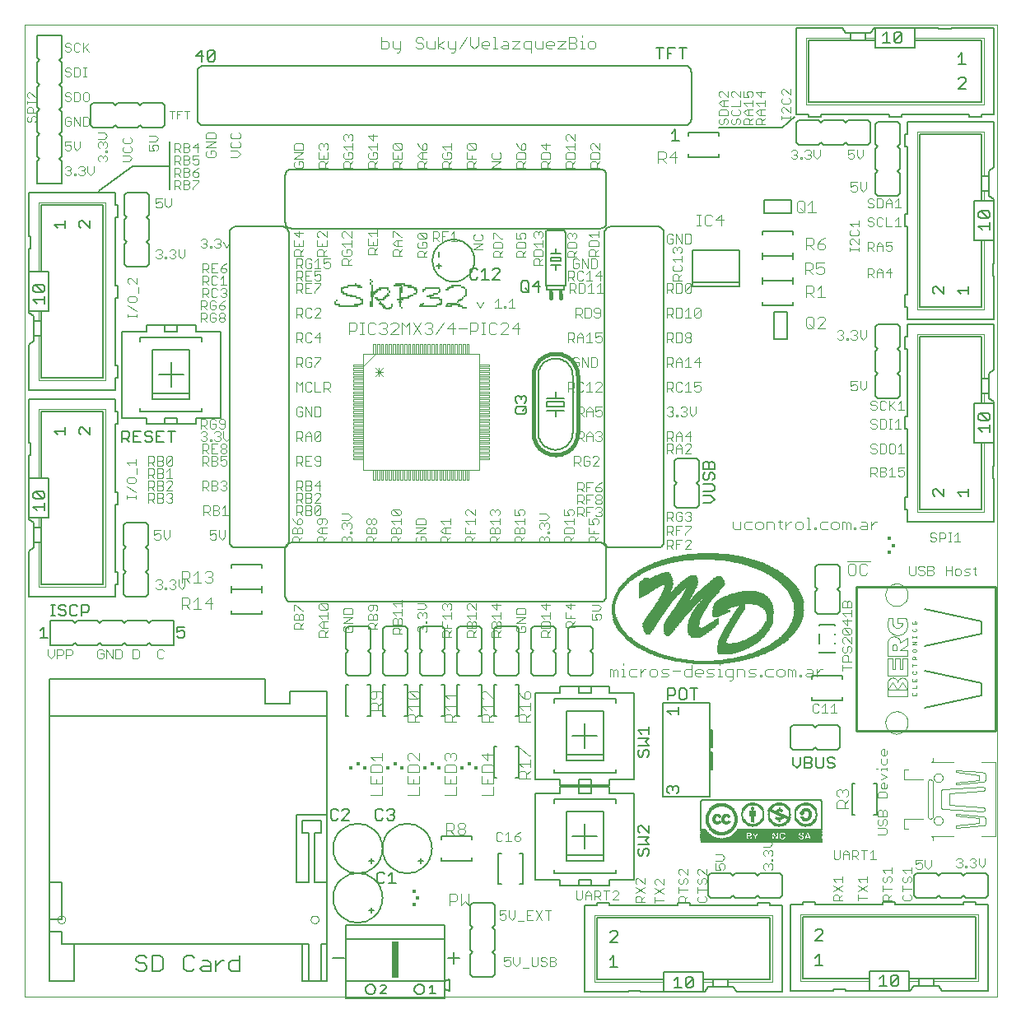
<source format=gto>
G75*
G70*
%OFA0B0*%
%FSLAX24Y24*%
%IPPOS*%
%LPD*%
%AMOC8*
5,1,8,0,0,1.08239X$1,22.5*
%
%ADD10C,0.0000*%
%ADD11C,0.0060*%
%ADD12C,0.0030*%
%ADD13C,0.0059*%
%ADD14C,0.0040*%
%ADD15C,0.0080*%
%ADD16C,0.0050*%
%ADD17R,0.0300X0.1500*%
%ADD18C,0.0160*%
%ADD19R,0.0160X0.0230*%
%ADD20C,0.0100*%
%ADD21C,0.0020*%
%ADD22C,0.0010*%
%ADD23R,0.0167X0.0128*%
%ADD24R,0.0138X0.0138*%
%ADD25R,0.0128X0.0167*%
%ADD26R,0.1083X0.0043*%
%ADD27R,0.0217X0.0043*%
%ADD28R,0.0346X0.0043*%
%ADD29R,0.0390X0.0043*%
%ADD30R,0.0909X0.0043*%
%ADD31R,0.0260X0.0043*%
%ADD32R,0.0303X0.0043*%
%ADD33R,0.0953X0.0043*%
%ADD34R,0.0173X0.0043*%
%ADD35R,0.0693X0.0043*%
%ADD36R,0.0130X0.0043*%
%ADD37R,0.0650X0.0043*%
%ADD38R,0.0087X0.0043*%
%ADD39R,0.0476X0.0043*%
%ADD40R,0.0043X0.0043*%
%ADD41R,0.0520X0.0043*%
%ADD42R,0.0563X0.0043*%
%ADD43R,0.0866X0.0043*%
%ADD44R,0.0823X0.0043*%
%ADD45R,0.0996X0.0043*%
%ADD46R,0.0780X0.0043*%
%ADD47R,0.0736X0.0043*%
%ADD48R,0.1039X0.0043*%
%ADD49R,0.0606X0.0043*%
%ADD50R,0.1169X0.0043*%
%ADD51R,0.1256X0.0043*%
%ADD52R,0.1386X0.0043*%
%ADD53R,0.1429X0.0043*%
%ADD54R,0.3681X0.0043*%
%ADD55R,0.1646X0.0043*%
%ADD56R,0.1516X0.0043*%
%ADD57R,0.1472X0.0043*%
%ADD58R,0.1299X0.0043*%
%ADD59R,0.1343X0.0043*%
%ADD60R,0.1213X0.0043*%
%ADD61R,0.1126X0.0043*%
%ADD62R,0.0220X0.0055*%
%ADD63R,0.0165X0.0055*%
%ADD64R,0.0110X0.0055*%
%ADD65R,0.0827X0.0055*%
%ADD66R,0.0717X0.0055*%
%ADD67R,0.0276X0.0055*%
%ADD68R,0.0386X0.0055*%
%ADD69R,0.0441X0.0055*%
%ADD70R,0.0331X0.0055*%
%ADD71R,0.0606X0.0055*%
%ADD72R,0.0551X0.0055*%
%ADD73R,0.0878X0.0014*%
%ADD74R,0.1252X0.0014*%
%ADD75R,0.1540X0.0014*%
%ADD76R,0.1785X0.0014*%
%ADD77R,0.1986X0.0014*%
%ADD78R,0.2188X0.0014*%
%ADD79R,0.2375X0.0014*%
%ADD80R,0.2533X0.0014*%
%ADD81R,0.2663X0.0014*%
%ADD82R,0.0835X0.0014*%
%ADD83R,0.1108X0.0014*%
%ADD84R,0.0748X0.0014*%
%ADD85R,0.1008X0.0014*%
%ADD86R,0.0720X0.0014*%
%ADD87R,0.0921X0.0014*%
%ADD88R,0.0676X0.0014*%
%ADD89R,0.0892X0.0014*%
%ADD90R,0.0633X0.0014*%
%ADD91R,0.0835X0.0014*%
%ADD92R,0.0590X0.0014*%
%ADD93R,0.0792X0.0014*%
%ADD94R,0.0576X0.0014*%
%ADD95R,0.0561X0.0014*%
%ADD96R,0.0734X0.0014*%
%ADD97R,0.0547X0.0014*%
%ADD98R,0.0734X0.0014*%
%ADD99R,0.0533X0.0014*%
%ADD100R,0.0705X0.0014*%
%ADD101R,0.0504X0.0014*%
%ADD102R,0.0489X0.0014*%
%ADD103R,0.0662X0.0014*%
%ADD104R,0.0475X0.0014*%
%ADD105R,0.0648X0.0014*%
%ADD106R,0.0461X0.0014*%
%ADD107R,0.0648X0.0014*%
%ADD108R,0.0461X0.0014*%
%ADD109R,0.0619X0.0014*%
%ADD110R,0.0446X0.0014*%
%ADD111R,0.0605X0.0014*%
%ADD112R,0.0432X0.0014*%
%ADD113R,0.0417X0.0014*%
%ADD114R,0.0605X0.0014*%
%ADD115R,0.0417X0.0014*%
%ADD116R,0.0331X0.0014*%
%ADD117R,0.0489X0.0014*%
%ADD118R,0.0590X0.0014*%
%ADD119R,0.0403X0.0014*%
%ADD120R,0.0691X0.0014*%
%ADD121R,0.0561X0.0014*%
%ADD122R,0.0389X0.0014*%
%ADD123R,0.0748X0.0014*%
%ADD124R,0.0561X0.0014*%
%ADD125R,0.0389X0.0014*%
%ADD126R,0.0806X0.0014*%
%ADD127R,0.0374X0.0014*%
%ADD128R,0.0864X0.0014*%
%ADD129R,0.0547X0.0014*%
%ADD130R,0.0374X0.0014*%
%ADD131R,0.0907X0.0014*%
%ADD132R,0.0533X0.0014*%
%ADD133R,0.0360X0.0014*%
%ADD134R,0.0950X0.0014*%
%ADD135R,0.0533X0.0014*%
%ADD136R,0.0360X0.0014*%
%ADD137R,0.0993X0.0014*%
%ADD138R,0.0518X0.0014*%
%ADD139R,0.1036X0.0014*%
%ADD140R,0.0518X0.0014*%
%ADD141R,0.0345X0.0014*%
%ADD142R,0.1065X0.0014*%
%ADD143R,0.0345X0.0014*%
%ADD144R,0.1137X0.0014*%
%ADD145R,0.1166X0.0014*%
%ADD146R,0.0504X0.0014*%
%ADD147R,0.1209X0.0014*%
%ADD148R,0.0331X0.0014*%
%ADD149R,0.1238X0.0014*%
%ADD150R,0.1267X0.0014*%
%ADD151R,0.1295X0.0014*%
%ADD152R,0.0302X0.0014*%
%ADD153R,0.1324X0.0014*%
%ADD154R,0.0317X0.0014*%
%ADD155R,0.1339X0.0014*%
%ADD156R,0.0489X0.0014*%
%ADD157R,0.0317X0.0014*%
%ADD158R,0.1367X0.0014*%
%ADD159R,0.0302X0.0014*%
%ADD160R,0.1396X0.0014*%
%ADD161R,0.0475X0.0014*%
%ADD162R,0.1425X0.0014*%
%ADD163R,0.0475X0.0014*%
%ADD164R,0.0288X0.0014*%
%ADD165R,0.1439X0.0014*%
%ADD166R,0.1468X0.0014*%
%ADD167R,0.1497X0.0014*%
%ADD168R,0.0288X0.0014*%
%ADD169R,0.1497X0.0014*%
%ADD170R,0.1526X0.0014*%
%ADD171R,0.0461X0.0014*%
%ADD172R,0.1540X0.0014*%
%ADD173R,0.0273X0.0014*%
%ADD174R,0.0417X0.0014*%
%ADD175R,0.0979X0.0014*%
%ADD176R,0.0274X0.0014*%
%ADD177R,0.0907X0.0014*%
%ADD178R,0.0446X0.0014*%
%ADD179R,0.0274X0.0014*%
%ADD180R,0.0849X0.0014*%
%ADD181R,0.0806X0.0014*%
%ADD182R,0.0446X0.0014*%
%ADD183R,0.0259X0.0014*%
%ADD184R,0.0777X0.0014*%
%ADD185R,0.0446X0.0014*%
%ADD186R,0.0317X0.0014*%
%ADD187R,0.0259X0.0014*%
%ADD188R,0.0317X0.0014*%
%ADD189R,0.0705X0.0014*%
%ADD190R,0.0259X0.0014*%
%ADD191R,0.0677X0.0014*%
%ADD192R,0.0662X0.0014*%
%ADD193R,0.0633X0.0014*%
%ADD194R,0.0259X0.0014*%
%ADD195R,0.0245X0.0014*%
%ADD196R,0.0331X0.0014*%
%ADD197R,0.0245X0.0014*%
%ADD198R,0.0576X0.0014*%
%ADD199R,0.0432X0.0014*%
%ADD200R,0.0245X0.0014*%
%ADD201R,0.0561X0.0014*%
%ADD202R,0.0216X0.0014*%
%ADD203R,0.0230X0.0014*%
%ADD204R,0.0374X0.0014*%
%ADD205R,0.0518X0.0014*%
%ADD206R,0.0230X0.0014*%
%ADD207R,0.0417X0.0014*%
%ADD208R,0.0518X0.0014*%
%ADD209R,0.0130X0.0014*%
%ADD210R,0.0187X0.0014*%
%ADD211R,0.0201X0.0014*%
%ADD212R,0.0619X0.0014*%
%ADD213R,0.0130X0.0014*%
%ADD214R,0.0691X0.0014*%
%ADD215R,0.0216X0.0014*%
%ADD216R,0.0749X0.0014*%
%ADD217R,0.0763X0.0014*%
%ADD218R,0.0820X0.0014*%
%ADD219R,0.0835X0.0014*%
%ADD220R,0.0201X0.0014*%
%ADD221R,0.0864X0.0014*%
%ADD222R,0.0892X0.0014*%
%ADD223R,0.0907X0.0014*%
%ADD224R,0.0936X0.0014*%
%ADD225R,0.0374X0.0014*%
%ADD226R,0.0950X0.0014*%
%ADD227R,0.0403X0.0014*%
%ADD228R,0.0202X0.0014*%
%ADD229R,0.0964X0.0014*%
%ADD230R,0.0403X0.0014*%
%ADD231R,0.0979X0.0014*%
%ADD232R,0.1022X0.0014*%
%ADD233R,0.0331X0.0014*%
%ADD234R,0.0345X0.0014*%
%ADD235R,0.1051X0.0014*%
%ADD236R,0.0475X0.0014*%
%ADD237R,0.0547X0.0014*%
%ADD238R,0.0489X0.0014*%
%ADD239R,0.0403X0.0014*%
%ADD240R,0.0187X0.0014*%
%ADD241R,0.0345X0.0014*%
%ADD242R,0.0187X0.0014*%
%ADD243R,0.0547X0.0014*%
%ADD244R,0.0389X0.0014*%
%ADD245R,0.0302X0.0014*%
%ADD246R,0.0173X0.0014*%
%ADD247R,0.0619X0.0014*%
%ADD248R,0.0590X0.0014*%
%ADD249R,0.0633X0.0014*%
%ADD250R,0.0173X0.0014*%
%ADD251R,0.0461X0.0014*%
%ADD252R,0.0273X0.0014*%
%ADD253R,0.0302X0.0014*%
%ADD254R,0.0173X0.0014*%
%ADD255R,0.0605X0.0014*%
%ADD256R,0.0173X0.0014*%
%ADD257R,0.0662X0.0014*%
%ADD258R,0.0662X0.0014*%
%ADD259R,0.0158X0.0014*%
%ADD260R,0.0158X0.0014*%
%ADD261R,0.0130X0.0014*%
%ADD262R,0.0115X0.0014*%
%ADD263R,0.0086X0.0014*%
%ADD264R,0.0158X0.0014*%
%ADD265R,0.0676X0.0014*%
%ADD266R,0.0158X0.0014*%
%ADD267R,0.0677X0.0014*%
%ADD268R,0.0230X0.0014*%
%ADD269R,0.0590X0.0014*%
%ADD270R,0.0144X0.0014*%
%ADD271R,0.0705X0.0014*%
%ADD272R,0.0144X0.0014*%
%ADD273R,0.0705X0.0014*%
%ADD274R,0.0734X0.0014*%
%ADD275R,0.0720X0.0014*%
%ADD276R,0.0202X0.0014*%
%ADD277R,0.0734X0.0014*%
%ADD278R,0.0749X0.0014*%
%ADD279R,0.0892X0.0014*%
%ADD280R,0.0763X0.0014*%
%ADD281R,0.0936X0.0014*%
%ADD282R,0.0605X0.0014*%
%ADD283R,0.0763X0.0014*%
%ADD284R,0.1267X0.0014*%
%ADD285R,0.0777X0.0014*%
%ADD286R,0.1267X0.0014*%
%ADD287R,0.0792X0.0014*%
%ADD288R,0.2361X0.0014*%
%ADD289R,0.2346X0.0014*%
%ADD290R,0.0806X0.0014*%
%ADD291R,0.2317X0.0014*%
%ADD292R,0.0619X0.0014*%
%ADD293R,0.2303X0.0014*%
%ADD294R,0.2274X0.0014*%
%ADD295R,0.0820X0.0014*%
%ADD296R,0.2260X0.0014*%
%ADD297R,0.2231X0.0014*%
%ADD298R,0.0130X0.0014*%
%ADD299R,0.0633X0.0014*%
%ADD300R,0.2217X0.0014*%
%ADD301R,0.2188X0.0014*%
%ADD302R,0.2145X0.0014*%
%ADD303R,0.0849X0.0014*%
%ADD304R,0.2130X0.0014*%
%ADD305R,0.2087X0.0014*%
%ADD306R,0.2058X0.0014*%
%ADD307R,0.2030X0.0014*%
%ADD308R,0.1986X0.0014*%
%ADD309R,0.1943X0.0014*%
%ADD310R,0.1900X0.0014*%
%ADD311R,0.0115X0.0014*%
%ADD312R,0.0043X0.0014*%
%ADD313R,0.1857X0.0014*%
%ADD314R,0.0086X0.0014*%
%ADD315R,0.1814X0.0014*%
%ADD316R,0.0849X0.0014*%
%ADD317R,0.1770X0.0014*%
%ADD318R,0.1713X0.0014*%
%ADD319R,0.1670X0.0014*%
%ADD320R,0.1612X0.0014*%
%ADD321R,0.0230X0.0014*%
%ADD322R,0.1555X0.0014*%
%ADD323R,0.1497X0.0014*%
%ADD324R,0.1454X0.0014*%
%ADD325R,0.1382X0.0014*%
%ADD326R,0.0835X0.0014*%
%ADD327R,0.1310X0.0014*%
%ADD328R,0.1223X0.0014*%
%ADD329R,0.1151X0.0014*%
%ADD330R,0.1065X0.0014*%
%ADD331R,0.0820X0.0014*%
%ADD332R,0.0849X0.0014*%
%ADD333R,0.0806X0.0014*%
%ADD334R,0.0878X0.0014*%
%ADD335R,0.0187X0.0014*%
%ADD336R,0.0979X0.0014*%
%ADD337R,0.1367X0.0014*%
%ADD338R,0.0533X0.0014*%
%ADD339R,0.1353X0.0014*%
%ADD340R,0.1339X0.0014*%
%ADD341R,0.1324X0.0014*%
%ADD342R,0.1281X0.0014*%
%ADD343R,0.1252X0.0014*%
%ADD344R,0.1223X0.0014*%
%ADD345R,0.1195X0.0014*%
%ADD346R,0.1180X0.0014*%
%ADD347R,0.0921X0.0014*%
%ADD348R,0.0964X0.0014*%
%ADD349R,0.1094X0.0014*%
%ADD350R,0.1209X0.0014*%
%ADD351R,0.1281X0.0014*%
%ADD352R,0.1008X0.0014*%
%ADD353R,0.1339X0.0014*%
%ADD354R,0.1123X0.0014*%
%ADD355R,0.1238X0.0014*%
%ADD356R,0.1555X0.0014*%
%ADD357R,0.3526X0.0014*%
%ADD358R,0.3411X0.0014*%
%ADD359R,0.3325X0.0014*%
%ADD360R,0.3210X0.0014*%
%ADD361R,0.3095X0.0014*%
%ADD362R,0.2994X0.0014*%
%ADD363R,0.2864X0.0014*%
%ADD364R,0.2720X0.0014*%
%ADD365R,0.2576X0.0014*%
%ADD366R,0.2447X0.0014*%
%ADD367R,0.2317X0.0014*%
%ADD368R,0.2116X0.0014*%
%ADD369R,0.1914X0.0014*%
%ADD370R,0.1742X0.0014*%
%ADD371R,0.1511X0.0014*%
%ADD372R,0.4902X0.0005*%
%ADD373R,0.4911X0.0005*%
%ADD374R,0.4921X0.0005*%
%ADD375R,0.3317X0.0005*%
%ADD376R,0.0763X0.0005*%
%ADD377R,0.0827X0.0005*%
%ADD378R,0.3283X0.0005*%
%ADD379R,0.0694X0.0005*%
%ADD380R,0.0787X0.0005*%
%ADD381R,0.1855X0.0005*%
%ADD382R,0.0172X0.0005*%
%ADD383R,0.0659X0.0005*%
%ADD384R,0.0108X0.0005*%
%ADD385R,0.0118X0.0005*%
%ADD386R,0.0664X0.0005*%
%ADD387R,0.0059X0.0005*%
%ADD388R,0.0138X0.0005*%
%ADD389R,0.0448X0.0005*%
%ADD390R,0.0157X0.0005*%
%ADD391R,0.0108X0.0005*%
%ADD392R,0.0640X0.0005*%
%ADD393R,0.0054X0.0005*%
%ADD394R,0.0148X0.0005*%
%ADD395R,0.0103X0.0005*%
%ADD396R,0.0098X0.0005*%
%ADD397R,0.0620X0.0005*%
%ADD398R,0.0044X0.0005*%
%ADD399R,0.0133X0.0005*%
%ADD400R,0.0094X0.0005*%
%ADD401R,0.0610X0.0005*%
%ADD402R,0.0128X0.0005*%
%ADD403R,0.0453X0.0005*%
%ADD404R,0.0089X0.0005*%
%ADD405R,0.0600X0.0005*%
%ADD406R,0.0039X0.0005*%
%ADD407R,0.0093X0.0005*%
%ADD408R,0.0084X0.0005*%
%ADD409R,0.0591X0.0005*%
%ADD410R,0.0034X0.0005*%
%ADD411R,0.0123X0.0005*%
%ADD412R,0.0458X0.0005*%
%ADD413R,0.0812X0.0005*%
%ADD414R,0.0005X0.0005*%
%ADD415R,0.0950X0.0005*%
%ADD416R,0.0079X0.0005*%
%ADD417R,0.0581X0.0005*%
%ADD418R,0.0118X0.0005*%
%ADD419R,0.0758X0.0005*%
%ADD420R,0.0906X0.0005*%
%ADD421R,0.0074X0.0005*%
%ADD422R,0.0571X0.0005*%
%ADD423R,0.0030X0.0005*%
%ADD424R,0.0728X0.0005*%
%ADD425R,0.0871X0.0005*%
%ADD426R,0.0084X0.0005*%
%ADD427R,0.0069X0.0005*%
%ADD428R,0.0566X0.0005*%
%ADD429R,0.0113X0.0005*%
%ADD430R,0.0463X0.0005*%
%ADD431R,0.0704X0.0005*%
%ADD432R,0.0846X0.0005*%
%ADD433R,0.0113X0.0005*%
%ADD434R,0.0064X0.0005*%
%ADD435R,0.0561X0.0005*%
%ADD436R,0.0030X0.0005*%
%ADD437R,0.0684X0.0005*%
%ADD438R,0.0827X0.0005*%
%ADD439R,0.0059X0.0005*%
%ADD440R,0.0059X0.0005*%
%ADD441R,0.0556X0.0005*%
%ADD442R,0.0084X0.0005*%
%ADD443R,0.0103X0.0005*%
%ADD444R,0.0664X0.0005*%
%ADD445R,0.0807X0.0005*%
%ADD446R,0.0079X0.0005*%
%ADD447R,0.0551X0.0005*%
%ADD448R,0.0468X0.0005*%
%ADD449R,0.0645X0.0005*%
%ADD450R,0.0792X0.0005*%
%ADD451R,0.0089X0.0005*%
%ADD452R,0.0546X0.0005*%
%ADD453R,0.0630X0.0005*%
%ADD454R,0.0773X0.0005*%
%ADD455R,0.0069X0.0005*%
%ADD456R,0.0472X0.0005*%
%ADD457R,0.0615X0.0005*%
%ADD458R,0.0758X0.0005*%
%ADD459R,0.0049X0.0005*%
%ADD460R,0.0103X0.0005*%
%ADD461R,0.0605X0.0005*%
%ADD462R,0.0748X0.0005*%
%ADD463R,0.0541X0.0005*%
%ADD464R,0.0591X0.0005*%
%ADD465R,0.0733X0.0005*%
%ADD466R,0.0477X0.0005*%
%ADD467R,0.0576X0.0005*%
%ADD468R,0.0718X0.0005*%
%ADD469R,0.0566X0.0005*%
%ADD470R,0.0709X0.0005*%
%ADD471R,0.0556X0.0005*%
%ADD472R,0.0699X0.0005*%
%ADD473R,0.0689X0.0005*%
%ADD474R,0.0044X0.0005*%
%ADD475R,0.0482X0.0005*%
%ADD476R,0.0546X0.0005*%
%ADD477R,0.0689X0.0005*%
%ADD478R,0.0679X0.0005*%
%ADD479R,0.0536X0.0005*%
%ADD480R,0.0679X0.0005*%
%ADD481R,0.0655X0.0005*%
%ADD482R,0.0010X0.0005*%
%ADD483R,0.0861X0.0005*%
%ADD484R,0.0487X0.0005*%
%ADD485R,0.0527X0.0005*%
%ADD486R,0.0669X0.0005*%
%ADD487R,0.0108X0.0005*%
%ADD488R,0.0842X0.0005*%
%ADD489R,0.0054X0.0005*%
%ADD490R,0.0517X0.0005*%
%ADD491R,0.0650X0.0005*%
%ADD492R,0.0015X0.0005*%
%ADD493R,0.0822X0.0005*%
%ADD494R,0.0507X0.0005*%
%ADD495R,0.0650X0.0005*%
%ADD496R,0.0645X0.0005*%
%ADD497R,0.0492X0.0005*%
%ADD498R,0.0497X0.0005*%
%ADD499R,0.0640X0.0005*%
%ADD500R,0.0020X0.0005*%
%ADD501R,0.0792X0.0005*%
%ADD502R,0.0492X0.0005*%
%ADD503R,0.0630X0.0005*%
%ADD504R,0.0113X0.0005*%
%ADD505R,0.0025X0.0005*%
%ADD506R,0.0778X0.0005*%
%ADD507R,0.0482X0.0005*%
%ADD508R,0.0625X0.0005*%
%ADD509R,0.0768X0.0005*%
%ADD510R,0.0497X0.0005*%
%ADD511R,0.0472X0.0005*%
%ADD512R,0.0615X0.0005*%
%ADD513R,0.0635X0.0005*%
%ADD514R,0.0468X0.0005*%
%ADD515R,0.0630X0.0005*%
%ADD516R,0.0020X0.0005*%
%ADD517R,0.0502X0.0005*%
%ADD518R,0.0600X0.0005*%
%ADD519R,0.0753X0.0005*%
%ADD520R,0.0448X0.0005*%
%ADD521R,0.0591X0.0005*%
%ADD522R,0.0625X0.0005*%
%ADD523R,0.0748X0.0005*%
%ADD524R,0.0443X0.0005*%
%ADD525R,0.0586X0.0005*%
%ADD526R,0.0743X0.0005*%
%ADD527R,0.0438X0.0005*%
%ADD528R,0.0581X0.0005*%
%ADD529R,0.0167X0.0005*%
%ADD530R,0.0428X0.0005*%
%ADD531R,0.0571X0.0005*%
%ADD532R,0.0005X0.0005*%
%ADD533R,0.0615X0.0005*%
%ADD534R,0.0738X0.0005*%
%ADD535R,0.0187X0.0005*%
%ADD536R,0.0423X0.0005*%
%ADD537R,0.0566X0.0005*%
%ADD538R,0.0010X0.0005*%
%ADD539R,0.0733X0.0005*%
%ADD540R,0.0207X0.0005*%
%ADD541R,0.0512X0.0005*%
%ADD542R,0.0418X0.0005*%
%ADD543R,0.0236X0.0005*%
%ADD544R,0.0133X0.0005*%
%ADD545R,0.0005X0.0005*%
%ADD546R,0.0551X0.0005*%
%ADD547R,0.0221X0.0005*%
%ADD548R,0.0408X0.0005*%
%ADD549R,0.0285X0.0005*%
%ADD550R,0.0551X0.0005*%
%ADD551R,0.0226X0.0005*%
%ADD552R,0.0517X0.0005*%
%ADD553R,0.0404X0.0005*%
%ADD554R,0.0325X0.0005*%
%ADD555R,0.0546X0.0005*%
%ADD556R,0.0399X0.0005*%
%ADD557R,0.0364X0.0005*%
%ADD558R,0.0541X0.0005*%
%ADD559R,0.0394X0.0005*%
%ADD560R,0.0399X0.0005*%
%ADD561R,0.0536X0.0005*%
%ADD562R,0.0522X0.0005*%
%ADD563R,0.0384X0.0005*%
%ADD564R,0.0423X0.0005*%
%ADD565R,0.0527X0.0005*%
%ADD566R,0.0595X0.0005*%
%ADD567R,0.0069X0.0005*%
%ADD568R,0.0379X0.0005*%
%ADD569R,0.0522X0.0005*%
%ADD570R,0.0374X0.0005*%
%ADD571R,0.0477X0.0005*%
%ADD572R,0.0517X0.0005*%
%ADD573R,0.0561X0.0005*%
%ADD574R,0.0369X0.0005*%
%ADD575R,0.0502X0.0005*%
%ADD576R,0.0586X0.0005*%
%ADD577R,0.0074X0.0005*%
%ADD578R,0.0364X0.0005*%
%ADD579R,0.0507X0.0005*%
%ADD580R,0.0531X0.0005*%
%ADD581R,0.0359X0.0005*%
%ADD582R,0.0502X0.0005*%
%ADD583R,0.0581X0.0005*%
%ADD584R,0.0034X0.0005*%
%ADD585R,0.0354X0.0005*%
%ADD586R,0.0497X0.0005*%
%ADD587R,0.0576X0.0005*%
%ADD588R,0.0349X0.0005*%
%ADD589R,0.0586X0.0005*%
%ADD590R,0.0492X0.0005*%
%ADD591R,0.0536X0.0005*%
%ADD592R,0.0345X0.0005*%
%ADD593R,0.0600X0.0005*%
%ADD594R,0.0487X0.0005*%
%ADD595R,0.0094X0.0005*%
%ADD596R,0.0595X0.0005*%
%ADD597R,0.0340X0.0005*%
%ADD598R,0.0482X0.0005*%
%ADD599R,0.0605X0.0005*%
%ADD600R,0.0335X0.0005*%
%ADD601R,0.0635X0.0005*%
%ADD602R,0.0330X0.0005*%
%ADD603R,0.0472X0.0005*%
%ADD604R,0.0143X0.0005*%
%ADD605R,0.0325X0.0005*%
%ADD606R,0.0669X0.0005*%
%ADD607R,0.0467X0.0005*%
%ADD608R,0.0153X0.0005*%
%ADD609R,0.0320X0.0005*%
%ADD610R,0.0684X0.0005*%
%ADD611R,0.0315X0.0005*%
%ADD612R,0.0704X0.0005*%
%ADD613R,0.1880X0.0005*%
%ADD614R,0.0310X0.0005*%
%ADD615R,0.0714X0.0005*%
%ADD616R,0.1900X0.0005*%
%ADD617R,0.0305X0.0005*%
%ADD618R,0.0728X0.0005*%
%ADD619R,0.3514X0.0005*%
%ADD620R,0.0300X0.0005*%
%ADD621R,0.3509X0.0005*%
%ADD622R,0.0300X0.0005*%
%ADD623R,0.0305X0.0005*%
%ADD624R,0.0295X0.0005*%
%ADD625R,0.0280X0.0005*%
%ADD626R,0.3504X0.0005*%
%ADD627R,0.0290X0.0005*%
%ADD628R,0.0266X0.0005*%
%ADD629R,0.3499X0.0005*%
%ADD630R,0.0285X0.0005*%
%ADD631R,0.0251X0.0005*%
%ADD632R,0.0256X0.0005*%
%ADD633R,0.3494X0.0005*%
%ADD634R,0.0281X0.0005*%
%ADD635R,0.0246X0.0005*%
%ADD636R,0.0241X0.0005*%
%ADD637R,0.3489X0.0005*%
%ADD638R,0.0276X0.0005*%
%ADD639R,0.0226X0.0005*%
%ADD640R,0.0231X0.0005*%
%ADD641R,0.3484X0.0005*%
%ADD642R,0.0271X0.0005*%
%ADD643R,0.0221X0.0005*%
%ADD644R,0.3479X0.0005*%
%ADD645R,0.0266X0.0005*%
%ADD646R,0.0212X0.0005*%
%ADD647R,0.0217X0.0005*%
%ADD648R,0.3474X0.0005*%
%ADD649R,0.0261X0.0005*%
%ADD650R,0.0202X0.0005*%
%ADD651R,0.0207X0.0005*%
%ADD652R,0.3469X0.0005*%
%ADD653R,0.0197X0.0005*%
%ADD654R,0.0202X0.0005*%
%ADD655R,0.3465X0.0005*%
%ADD656R,0.0192X0.0005*%
%ADD657R,0.0192X0.0005*%
%ADD658R,0.3460X0.0005*%
%ADD659R,0.0246X0.0005*%
%ADD660R,0.3455X0.0005*%
%ADD661R,0.0182X0.0005*%
%ADD662R,0.0241X0.0005*%
%ADD663R,0.3450X0.0005*%
%ADD664R,0.0236X0.0005*%
%ADD665R,0.0177X0.0005*%
%ADD666R,0.0182X0.0005*%
%ADD667R,0.3445X0.0005*%
%ADD668R,0.0231X0.0005*%
%ADD669R,0.0177X0.0005*%
%ADD670R,0.3440X0.0005*%
%ADD671R,0.3435X0.0005*%
%ADD672R,0.3430X0.0005*%
%ADD673R,0.0172X0.0005*%
%ADD674R,0.0044X0.0005*%
%ADD675R,0.0162X0.0005*%
%ADD676R,0.0162X0.0005*%
%ADD677R,0.0157X0.0005*%
%ADD678R,0.0153X0.0005*%
%ADD679R,0.0153X0.0005*%
%ADD680R,0.0148X0.0005*%
%ADD681R,0.0143X0.0005*%
%ADD682R,0.0138X0.0005*%
%ADD683R,0.0074X0.0005*%
%ADD684R,0.0138X0.0005*%
%ADD685R,0.0216X0.0005*%
%ADD686R,0.0133X0.0005*%
%ADD687R,0.0256X0.0005*%
%ADD688R,0.0290X0.0005*%
%ADD689R,0.0285X0.0005*%
%ADD690R,0.0320X0.0005*%
%ADD691R,0.0320X0.0005*%
%ADD692R,0.0344X0.0005*%
%ADD693R,0.0369X0.0005*%
%ADD694R,0.0369X0.0005*%
%ADD695R,0.0389X0.0005*%
%ADD696R,0.0394X0.0005*%
%ADD697R,0.0413X0.0005*%
%ADD698R,0.0413X0.0005*%
%ADD699R,0.0128X0.0005*%
%ADD700R,0.0433X0.0005*%
%ADD701R,0.0433X0.0005*%
%ADD702R,0.0453X0.0005*%
%ADD703R,0.0487X0.0005*%
%ADD704R,0.0527X0.0005*%
%ADD705R,0.0531X0.0005*%
%ADD706R,0.0123X0.0005*%
%ADD707R,0.0217X0.0005*%
%ADD708R,0.0197X0.0005*%
%ADD709R,0.0182X0.0005*%
%ADD710R,0.0167X0.0005*%
%ADD711R,0.0123X0.0005*%
%ADD712R,0.0162X0.0005*%
%ADD713R,0.0241X0.0005*%
%ADD714R,0.0251X0.0005*%
%ADD715R,0.0266X0.0005*%
%ADD716R,0.0143X0.0005*%
%ADD717R,0.0276X0.0005*%
%ADD718R,0.0295X0.0005*%
%ADD719R,0.0290X0.0005*%
%ADD720R,0.0118X0.0005*%
%ADD721R,0.0310X0.0005*%
%ADD722R,0.0315X0.0005*%
%ADD723R,0.0315X0.0005*%
%ADD724R,0.0128X0.0005*%
%ADD725R,0.0039X0.0005*%
%ADD726R,0.0231X0.0005*%
%ADD727R,0.0340X0.0005*%
%ADD728R,0.0349X0.0005*%
%ADD729R,0.0354X0.0005*%
%ADD730R,0.0374X0.0005*%
%ADD731R,0.0276X0.0005*%
%ADD732R,0.0089X0.0005*%
%ADD733R,0.0408X0.0005*%
%ADD734R,0.0409X0.0005*%
%ADD735R,0.0064X0.0005*%
%ADD736R,0.0281X0.0005*%
%ADD737R,0.0261X0.0005*%
%ADD738R,0.0310X0.0005*%
%ADD739R,0.0305X0.0005*%
%ADD740R,0.0236X0.0005*%
%ADD741R,0.0207X0.0005*%
%ADD742R,0.0187X0.0005*%
%ADD743R,0.0079X0.0005*%
%ADD744R,0.0271X0.0005*%
%ADD745R,0.0010X0.0005*%
%ADD746R,0.0330X0.0005*%
%ADD747R,0.0054X0.0005*%
%ADD748R,0.0271X0.0005*%
%ADD749R,0.0379X0.0005*%
%ADD750R,0.0015X0.0005*%
%ADD751R,0.0349X0.0005*%
%ADD752R,0.0197X0.0005*%
%ADD753R,0.0167X0.0005*%
%ADD754R,0.0723X0.0005*%
%ADD755R,0.0694X0.0005*%
%ADD756R,0.0158X0.0005*%
%ADD757R,0.0556X0.0005*%
%ADD758R,0.0512X0.0005*%
%ADD759R,0.0477X0.0005*%
%ADD760R,0.0463X0.0005*%
%ADD761R,0.0443X0.0005*%
%ADD762R,0.0404X0.0005*%
%ADD763R,0.0384X0.0005*%
%ADD764R,0.0359X0.0005*%
%ADD765R,0.0335X0.0005*%
%ADD766R,0.0335X0.0005*%
%ADD767R,0.0049X0.0005*%
%ADD768R,0.4892X0.0005*%
%ADD769R,0.4882X0.0005*%
%ADD770R,0.4872X0.0005*%
%ADD771R,0.4862X0.0005*%
%ADD772R,0.4852X0.0005*%
%ADD773R,0.4833X0.0005*%
%ADD774R,0.4813X0.0005*%
%ADD775R,0.4783X0.0005*%
D10*
X001089Y000191D02*
X001089Y039562D01*
X040459Y039562D01*
X040459Y000191D01*
X001089Y000191D01*
X002432Y003316D02*
X002434Y003341D01*
X002440Y003365D01*
X002449Y003387D01*
X002462Y003408D01*
X002478Y003427D01*
X002497Y003443D01*
X002518Y003456D01*
X002540Y003465D01*
X002564Y003471D01*
X002589Y003473D01*
X002614Y003471D01*
X002638Y003465D01*
X002660Y003456D01*
X002681Y003443D01*
X002700Y003427D01*
X002716Y003408D01*
X002729Y003387D01*
X002738Y003365D01*
X002744Y003341D01*
X002746Y003316D01*
X002744Y003291D01*
X002738Y003267D01*
X002729Y003245D01*
X002716Y003224D01*
X002700Y003205D01*
X002681Y003189D01*
X002660Y003176D01*
X002638Y003167D01*
X002614Y003161D01*
X002589Y003159D01*
X002564Y003161D01*
X002540Y003167D01*
X002518Y003176D01*
X002497Y003189D01*
X002478Y003205D01*
X002462Y003224D01*
X002449Y003245D01*
X002440Y003267D01*
X002434Y003291D01*
X002432Y003316D01*
X012682Y003316D02*
X012684Y003341D01*
X012690Y003365D01*
X012699Y003387D01*
X012712Y003408D01*
X012728Y003427D01*
X012747Y003443D01*
X012768Y003456D01*
X012790Y003465D01*
X012814Y003471D01*
X012839Y003473D01*
X012864Y003471D01*
X012888Y003465D01*
X012910Y003456D01*
X012931Y003443D01*
X012950Y003427D01*
X012966Y003408D01*
X012979Y003387D01*
X012988Y003365D01*
X012994Y003341D01*
X012996Y003316D01*
X012994Y003291D01*
X012988Y003267D01*
X012979Y003245D01*
X012966Y003224D01*
X012950Y003205D01*
X012931Y003189D01*
X012910Y003176D01*
X012888Y003167D01*
X012864Y003161D01*
X012839Y003159D01*
X012814Y003161D01*
X012790Y003167D01*
X012768Y003176D01*
X012747Y003189D01*
X012728Y003205D01*
X012712Y003224D01*
X012699Y003245D01*
X012690Y003267D01*
X012684Y003291D01*
X012682Y003316D01*
X015218Y021117D02*
X015308Y021117D01*
X015308Y021517D01*
X015218Y021517D01*
X015218Y021117D01*
X015368Y021117D02*
X015458Y021117D01*
X015458Y021517D01*
X015368Y021517D01*
X015368Y021117D01*
X015528Y021117D02*
X015528Y021517D01*
X015618Y021517D01*
X015618Y021117D01*
X015528Y021117D01*
X015688Y021117D02*
X015778Y021117D01*
X015778Y021517D01*
X015688Y021517D01*
X015688Y021117D01*
X015848Y021117D02*
X015848Y021517D01*
X015938Y021517D01*
X015938Y021117D01*
X015848Y021117D01*
X015998Y021117D02*
X016088Y021117D01*
X016088Y021517D01*
X015998Y021517D01*
X015998Y021117D01*
X016158Y021117D02*
X016248Y021117D01*
X016248Y021517D01*
X016158Y021517D01*
X016158Y021117D01*
X016318Y021117D02*
X016318Y021517D01*
X016408Y021517D01*
X016408Y021117D01*
X016318Y021117D01*
X016478Y021117D02*
X016568Y021117D01*
X016568Y021517D01*
X016478Y021517D01*
X016478Y021117D01*
X016628Y021117D02*
X016718Y021117D01*
X016718Y021517D01*
X016628Y021517D01*
X016628Y021117D01*
X016788Y021117D02*
X016788Y021517D01*
X016878Y021517D01*
X016878Y021117D01*
X016788Y021117D01*
X016948Y021117D02*
X017038Y021117D01*
X017038Y021517D01*
X016948Y021517D01*
X016948Y021117D01*
X017098Y021117D02*
X017098Y021517D01*
X017188Y021517D01*
X017188Y021117D01*
X017098Y021117D01*
X017258Y021117D02*
X017348Y021117D01*
X017348Y021517D01*
X017258Y021517D01*
X017258Y021117D01*
X017418Y021117D02*
X017508Y021117D01*
X017508Y021517D01*
X017418Y021517D01*
X017418Y021117D01*
X017578Y021117D02*
X017578Y021517D01*
X017668Y021517D01*
X017668Y021117D01*
X017578Y021117D01*
X017728Y021117D02*
X017818Y021117D01*
X017818Y021517D01*
X017728Y021517D01*
X017728Y021117D01*
X017888Y021117D02*
X017888Y021517D01*
X017978Y021517D01*
X017978Y021117D01*
X017888Y021117D01*
X018048Y021117D02*
X018138Y021117D01*
X018138Y021517D01*
X018048Y021517D01*
X018048Y021117D01*
X018208Y021117D02*
X018298Y021117D01*
X018298Y021517D01*
X018208Y021517D01*
X018208Y021117D01*
X018358Y021117D02*
X018358Y021517D01*
X018448Y021517D01*
X018448Y021117D01*
X018358Y021117D01*
X018518Y021117D02*
X018608Y021117D01*
X018608Y021517D01*
X018518Y021517D01*
X018518Y021117D01*
X018678Y021117D02*
X018678Y021517D01*
X018768Y021517D01*
X018768Y021117D01*
X018678Y021117D01*
X018838Y021117D02*
X018928Y021117D01*
X018928Y021517D01*
X018838Y021517D01*
X018838Y021117D01*
X018988Y021117D02*
X019078Y021117D01*
X019078Y021517D01*
X018988Y021517D01*
X018988Y021117D01*
X019508Y021517D02*
X019508Y026237D01*
X014788Y026237D01*
X014788Y021517D01*
X019508Y021517D01*
X019508Y021947D02*
X019908Y021947D01*
X019908Y022037D01*
X019508Y022037D01*
X019508Y021947D01*
X019508Y022097D02*
X019908Y022097D01*
X019908Y022187D01*
X019508Y022187D01*
X019508Y022097D01*
X019508Y022257D02*
X019908Y022257D01*
X019908Y022347D01*
X019508Y022347D01*
X019508Y022257D01*
X019508Y022417D02*
X019908Y022417D01*
X019908Y022507D01*
X019508Y022507D01*
X019508Y022417D01*
X019508Y022577D02*
X019908Y022577D01*
X019908Y022667D01*
X019508Y022667D01*
X019508Y022577D01*
X019508Y022727D02*
X019908Y022727D01*
X019908Y022817D01*
X019508Y022817D01*
X019508Y022727D01*
X019508Y022887D02*
X019908Y022887D01*
X019908Y022977D01*
X019508Y022977D01*
X019508Y022887D01*
X019508Y023047D02*
X019908Y023047D01*
X019908Y023137D01*
X019508Y023137D01*
X019508Y023047D01*
X019508Y023207D02*
X019908Y023207D01*
X019908Y023297D01*
X019508Y023297D01*
X019508Y023207D01*
X019508Y023357D02*
X019908Y023357D01*
X019908Y023447D01*
X019508Y023447D01*
X019508Y023357D01*
X019508Y023517D02*
X019908Y023517D01*
X019908Y023607D01*
X019508Y023607D01*
X019508Y023517D01*
X019508Y023677D02*
X019908Y023677D01*
X019908Y023767D01*
X019508Y023767D01*
X019508Y023677D01*
X019508Y023827D02*
X019908Y023827D01*
X019908Y023917D01*
X019508Y023917D01*
X019508Y023827D01*
X019508Y023987D02*
X019908Y023987D01*
X019908Y024077D01*
X019508Y024077D01*
X019508Y023987D01*
X019508Y024147D02*
X019908Y024147D01*
X019908Y024237D01*
X019508Y024237D01*
X019508Y024147D01*
X019508Y024307D02*
X019908Y024307D01*
X019908Y024397D01*
X019508Y024397D01*
X019508Y024307D01*
X019508Y024457D02*
X019908Y024457D01*
X019908Y024547D01*
X019508Y024547D01*
X019508Y024457D01*
X019508Y024617D02*
X019908Y024617D01*
X019908Y024707D01*
X019508Y024707D01*
X019508Y024617D01*
X019508Y024777D02*
X019908Y024777D01*
X019908Y024867D01*
X019508Y024867D01*
X019508Y024777D01*
X019508Y024937D02*
X019908Y024937D01*
X019908Y025027D01*
X019508Y025027D01*
X019508Y024937D01*
X019508Y025087D02*
X019908Y025087D01*
X019908Y025177D01*
X019508Y025177D01*
X019508Y025087D01*
X019508Y025247D02*
X019908Y025247D01*
X019908Y025337D01*
X019508Y025337D01*
X019508Y025247D01*
X019508Y025407D02*
X019908Y025407D01*
X019908Y025497D01*
X019508Y025497D01*
X019508Y025407D01*
X019508Y025567D02*
X019908Y025567D01*
X019908Y025657D01*
X019508Y025657D01*
X019508Y025567D01*
X019508Y025717D02*
X019908Y025717D01*
X019908Y025807D01*
X019508Y025807D01*
X019508Y025717D01*
X019078Y026237D02*
X018988Y026237D01*
X018988Y026637D01*
X019078Y026637D01*
X019078Y026237D01*
X018928Y026237D02*
X018928Y026637D01*
X018838Y026637D01*
X018838Y026237D01*
X018928Y026237D01*
X018768Y026237D02*
X018768Y026637D01*
X018678Y026637D01*
X018678Y026237D01*
X018768Y026237D01*
X018608Y026237D02*
X018608Y026637D01*
X018518Y026637D01*
X018518Y026237D01*
X018608Y026237D01*
X018448Y026237D02*
X018448Y026637D01*
X018358Y026637D01*
X018358Y026237D01*
X018448Y026237D01*
X018298Y026237D02*
X018298Y026637D01*
X018208Y026637D01*
X018208Y026237D01*
X018298Y026237D01*
X018138Y026237D02*
X018138Y026637D01*
X018048Y026637D01*
X018048Y026237D01*
X018138Y026237D01*
X017978Y026237D02*
X017978Y026637D01*
X017888Y026637D01*
X017888Y026237D01*
X017978Y026237D01*
X017818Y026237D02*
X017818Y026637D01*
X017728Y026637D01*
X017728Y026237D01*
X017818Y026237D01*
X017668Y026237D02*
X017668Y026637D01*
X017578Y026637D01*
X017578Y026237D01*
X017668Y026237D01*
X017508Y026237D02*
X017508Y026637D01*
X017418Y026637D01*
X017418Y026237D01*
X017508Y026237D01*
X017348Y026237D02*
X017348Y026637D01*
X017258Y026637D01*
X017258Y026237D01*
X017348Y026237D01*
X017198Y026237D02*
X017198Y026637D01*
X017108Y026637D01*
X017108Y026237D01*
X017198Y026237D01*
X017038Y026237D02*
X017038Y026637D01*
X016948Y026637D01*
X016948Y026237D01*
X017038Y026237D01*
X016878Y026237D02*
X016878Y026637D01*
X016788Y026637D01*
X016788Y026237D01*
X016878Y026237D01*
X016718Y026237D02*
X016718Y026637D01*
X016628Y026637D01*
X016628Y026237D01*
X016718Y026237D01*
X016568Y026237D02*
X016568Y026637D01*
X016478Y026637D01*
X016478Y026237D01*
X016568Y026237D01*
X016408Y026237D02*
X016408Y026637D01*
X016318Y026637D01*
X016318Y026237D01*
X016408Y026237D01*
X016248Y026237D02*
X016248Y026637D01*
X016158Y026637D01*
X016158Y026237D01*
X016248Y026237D01*
X016088Y026237D02*
X016088Y026637D01*
X015998Y026637D01*
X015998Y026237D01*
X016088Y026237D01*
X015938Y026237D02*
X015938Y026637D01*
X015848Y026637D01*
X015848Y026237D01*
X015938Y026237D01*
X015778Y026237D02*
X015778Y026637D01*
X015688Y026637D01*
X015688Y026237D01*
X015778Y026237D01*
X015618Y026237D02*
X015618Y026637D01*
X015528Y026637D01*
X015528Y026237D01*
X015618Y026237D01*
X015458Y026237D02*
X015458Y026637D01*
X015368Y026637D01*
X015368Y026237D01*
X015458Y026237D01*
X015308Y026237D02*
X015308Y026637D01*
X015218Y026637D01*
X015218Y026237D01*
X015288Y026237D01*
X014788Y025737D01*
X014788Y025807D01*
X014388Y025807D01*
X014388Y025717D01*
X014788Y025717D01*
X014788Y025737D01*
X014788Y025657D02*
X014388Y025657D01*
X014388Y025567D01*
X014788Y025567D01*
X014788Y025657D01*
X014788Y025497D02*
X014388Y025497D01*
X014388Y025407D01*
X014788Y025407D01*
X014788Y025497D01*
X014788Y025337D02*
X014388Y025337D01*
X014388Y025247D01*
X014788Y025247D01*
X014788Y025337D01*
X014788Y025177D02*
X014388Y025177D01*
X014388Y025087D01*
X014788Y025087D01*
X014788Y025177D01*
X014788Y025027D02*
X014388Y025027D01*
X014388Y024937D01*
X014788Y024937D01*
X014788Y025027D01*
X014788Y024867D02*
X014388Y024867D01*
X014388Y024777D01*
X014788Y024777D01*
X014788Y024867D01*
X014788Y024707D02*
X014388Y024707D01*
X014388Y024617D01*
X014788Y024617D01*
X014788Y024707D01*
X014788Y024547D02*
X014388Y024547D01*
X014388Y024457D01*
X014788Y024457D01*
X014788Y024547D01*
X014788Y024397D02*
X014388Y024397D01*
X014388Y024307D01*
X014788Y024307D01*
X014788Y024397D01*
X014788Y024237D02*
X014388Y024237D01*
X014388Y024147D01*
X014788Y024147D01*
X014788Y024237D01*
X014788Y024077D02*
X014388Y024077D01*
X014388Y023987D01*
X014788Y023987D01*
X014788Y024077D01*
X014788Y023927D02*
X014388Y023927D01*
X014388Y023837D01*
X014788Y023837D01*
X014788Y023927D01*
X014788Y023767D02*
X014388Y023767D01*
X014388Y023677D01*
X014788Y023677D01*
X014788Y023767D01*
X014788Y023607D02*
X014388Y023607D01*
X014388Y023517D01*
X014788Y023517D01*
X014788Y023607D01*
X014788Y023447D02*
X014388Y023447D01*
X014388Y023357D01*
X014788Y023357D01*
X014788Y023447D01*
X014788Y023297D02*
X014388Y023297D01*
X014388Y023207D01*
X014788Y023207D01*
X014788Y023297D01*
X014788Y023137D02*
X014388Y023137D01*
X014388Y023047D01*
X014788Y023047D01*
X014788Y023137D01*
X014788Y022977D02*
X014388Y022977D01*
X014388Y022887D01*
X014788Y022887D01*
X014788Y022977D01*
X014788Y022817D02*
X014388Y022817D01*
X014388Y022727D01*
X014788Y022727D01*
X014788Y022817D01*
X014788Y022667D02*
X014388Y022667D01*
X014388Y022577D01*
X014788Y022577D01*
X014788Y022667D01*
X014788Y022507D02*
X014388Y022507D01*
X014388Y022417D01*
X014788Y022417D01*
X014788Y022507D01*
X014788Y022347D02*
X014388Y022347D01*
X014388Y022257D01*
X014788Y022257D01*
X014788Y022347D01*
X014788Y022187D02*
X014388Y022187D01*
X014388Y022097D01*
X014788Y022097D01*
X014788Y022187D01*
X014788Y022037D02*
X014388Y022037D01*
X014388Y021947D01*
X014788Y021947D01*
X014788Y022037D01*
X015288Y026237D02*
X015308Y026237D01*
X035948Y016466D02*
X035950Y016508D01*
X035956Y016550D01*
X035966Y016592D01*
X035979Y016632D01*
X035997Y016671D01*
X036018Y016708D01*
X036042Y016742D01*
X036070Y016775D01*
X036100Y016805D01*
X036133Y016831D01*
X036168Y016855D01*
X036206Y016875D01*
X036245Y016891D01*
X036285Y016904D01*
X036327Y016913D01*
X036369Y016918D01*
X036412Y016919D01*
X036454Y016916D01*
X036496Y016909D01*
X036537Y016898D01*
X036577Y016883D01*
X036615Y016865D01*
X036652Y016843D01*
X036686Y016818D01*
X036718Y016790D01*
X036746Y016759D01*
X036772Y016725D01*
X036795Y016689D01*
X036814Y016652D01*
X036830Y016612D01*
X036842Y016571D01*
X036850Y016530D01*
X036854Y016487D01*
X036854Y016445D01*
X036850Y016402D01*
X036842Y016361D01*
X036830Y016320D01*
X036814Y016280D01*
X036795Y016243D01*
X036772Y016207D01*
X036746Y016173D01*
X036718Y016142D01*
X036686Y016114D01*
X036652Y016089D01*
X036615Y016067D01*
X036577Y016049D01*
X036537Y016034D01*
X036496Y016023D01*
X036454Y016016D01*
X036412Y016013D01*
X036369Y016014D01*
X036327Y016019D01*
X036285Y016028D01*
X036245Y016041D01*
X036206Y016057D01*
X036168Y016077D01*
X036133Y016101D01*
X036100Y016127D01*
X036070Y016157D01*
X036042Y016190D01*
X036018Y016224D01*
X035997Y016261D01*
X035979Y016300D01*
X035966Y016340D01*
X035956Y016382D01*
X035950Y016424D01*
X035948Y016466D01*
X035948Y011292D02*
X035950Y011334D01*
X035956Y011376D01*
X035966Y011418D01*
X035979Y011458D01*
X035997Y011497D01*
X036018Y011534D01*
X036042Y011568D01*
X036070Y011601D01*
X036100Y011631D01*
X036133Y011657D01*
X036168Y011681D01*
X036206Y011701D01*
X036245Y011717D01*
X036285Y011730D01*
X036327Y011739D01*
X036369Y011744D01*
X036412Y011745D01*
X036454Y011742D01*
X036496Y011735D01*
X036537Y011724D01*
X036577Y011709D01*
X036615Y011691D01*
X036652Y011669D01*
X036686Y011644D01*
X036718Y011616D01*
X036746Y011585D01*
X036772Y011551D01*
X036795Y011515D01*
X036814Y011478D01*
X036830Y011438D01*
X036842Y011397D01*
X036850Y011356D01*
X036854Y011313D01*
X036854Y011271D01*
X036850Y011228D01*
X036842Y011187D01*
X036830Y011146D01*
X036814Y011106D01*
X036795Y011069D01*
X036772Y011033D01*
X036746Y010999D01*
X036718Y010968D01*
X036686Y010940D01*
X036652Y010915D01*
X036615Y010893D01*
X036577Y010875D01*
X036537Y010860D01*
X036496Y010849D01*
X036454Y010842D01*
X036412Y010839D01*
X036369Y010840D01*
X036327Y010845D01*
X036285Y010854D01*
X036245Y010867D01*
X036206Y010883D01*
X036168Y010903D01*
X036133Y010927D01*
X036100Y010953D01*
X036070Y010983D01*
X036042Y011016D01*
X036018Y011050D01*
X035997Y011087D01*
X035979Y011126D01*
X035966Y011166D01*
X035956Y011208D01*
X035950Y011250D01*
X035948Y011292D01*
X037912Y009058D02*
X037914Y009084D01*
X037920Y009110D01*
X037930Y009135D01*
X037943Y009158D01*
X037959Y009178D01*
X037979Y009196D01*
X038001Y009211D01*
X038024Y009223D01*
X038050Y009231D01*
X038076Y009235D01*
X038102Y009235D01*
X038128Y009231D01*
X038154Y009223D01*
X038178Y009211D01*
X038199Y009196D01*
X038219Y009178D01*
X038235Y009158D01*
X038248Y009135D01*
X038258Y009110D01*
X038264Y009084D01*
X038266Y009058D01*
X038264Y009032D01*
X038258Y009006D01*
X038248Y008981D01*
X038235Y008958D01*
X038219Y008938D01*
X038199Y008920D01*
X038177Y008905D01*
X038154Y008893D01*
X038128Y008885D01*
X038102Y008881D01*
X038076Y008881D01*
X038050Y008885D01*
X038024Y008893D01*
X038000Y008905D01*
X037979Y008920D01*
X037959Y008938D01*
X037943Y008958D01*
X037930Y008981D01*
X037920Y009006D01*
X037914Y009032D01*
X037912Y009058D01*
X037912Y007325D02*
X037914Y007351D01*
X037920Y007377D01*
X037930Y007402D01*
X037943Y007425D01*
X037959Y007445D01*
X037979Y007463D01*
X038001Y007478D01*
X038024Y007490D01*
X038050Y007498D01*
X038076Y007502D01*
X038102Y007502D01*
X038128Y007498D01*
X038154Y007490D01*
X038178Y007478D01*
X038199Y007463D01*
X038219Y007445D01*
X038235Y007425D01*
X038248Y007402D01*
X038258Y007377D01*
X038264Y007351D01*
X038266Y007325D01*
X038264Y007299D01*
X038258Y007273D01*
X038248Y007248D01*
X038235Y007225D01*
X038219Y007205D01*
X038199Y007187D01*
X038177Y007172D01*
X038154Y007160D01*
X038128Y007152D01*
X038102Y007148D01*
X038076Y007148D01*
X038050Y007152D01*
X038024Y007160D01*
X038000Y007172D01*
X037979Y007187D01*
X037959Y007205D01*
X037943Y007225D01*
X037930Y007248D01*
X037920Y007273D01*
X037914Y007299D01*
X037912Y007325D01*
D11*
X037989Y005191D02*
X037189Y005191D01*
X037089Y005091D01*
X037089Y004291D01*
X037189Y004191D01*
X037989Y004191D01*
X038089Y004291D01*
X038189Y004191D01*
X038989Y004191D01*
X039089Y004291D01*
X039189Y004191D01*
X039989Y004191D01*
X040089Y004291D01*
X040089Y005091D01*
X039989Y005191D01*
X039189Y005191D01*
X039089Y005091D01*
X038989Y005191D01*
X038189Y005191D01*
X038089Y005091D01*
X037989Y005191D01*
X033989Y010191D02*
X033189Y010191D01*
X033089Y010291D01*
X032989Y010191D01*
X032189Y010191D01*
X032089Y010291D01*
X032089Y011091D01*
X032189Y011191D01*
X032989Y011191D01*
X033089Y011091D01*
X033189Y011191D01*
X033989Y011191D01*
X034089Y011091D01*
X034089Y010291D01*
X033989Y010191D01*
X037531Y011879D02*
X039834Y012379D01*
X039834Y012879D01*
X037531Y013379D01*
X037531Y014379D02*
X039834Y014879D01*
X039834Y015379D01*
X037531Y015879D01*
X034089Y015791D02*
X034089Y016591D01*
X033989Y016691D01*
X034089Y016791D01*
X034089Y017591D01*
X033989Y017691D01*
X033189Y017691D01*
X033089Y017591D01*
X033089Y016791D01*
X033189Y016691D01*
X033089Y016591D01*
X033089Y015791D01*
X033189Y015691D01*
X033989Y015691D01*
X034089Y015791D01*
X033907Y015251D02*
X033907Y015214D01*
X033907Y015251D02*
X033270Y015251D01*
X033270Y015214D01*
X033270Y014897D02*
X033270Y014486D01*
X033270Y014169D02*
X033270Y014132D01*
X033907Y014132D01*
X033907Y014169D01*
X033907Y014486D02*
X033907Y014523D01*
X033907Y014860D02*
X033907Y014897D01*
X028839Y012091D02*
X028839Y010991D01*
X028839Y010291D01*
X028889Y010291D01*
X028939Y010291D01*
X028939Y010991D01*
X028889Y010991D01*
X028889Y010291D01*
X028839Y010291D02*
X028839Y010091D01*
X028889Y010091D01*
X028889Y009391D01*
X028939Y009391D01*
X028939Y010091D01*
X028889Y010091D01*
X028839Y010091D02*
X028839Y009391D01*
X028889Y009391D01*
X028839Y009391D02*
X028839Y008291D01*
X026939Y008291D01*
X026939Y012091D01*
X028839Y012091D01*
X028839Y010991D02*
X028889Y010991D01*
X025776Y012504D02*
X025776Y009004D01*
X024776Y009004D01*
X024776Y008754D01*
X024026Y008754D01*
X023526Y008754D01*
X022776Y008754D01*
X022776Y009004D01*
X021776Y009004D01*
X021776Y012504D01*
X022776Y012504D01*
X022776Y012754D01*
X023526Y012754D01*
X024026Y012754D01*
X024776Y012754D01*
X024776Y012504D01*
X025776Y012504D01*
X025026Y012254D02*
X025026Y012104D01*
X025026Y012254D02*
X022526Y012254D01*
X022526Y012104D01*
X023026Y011754D02*
X024526Y011754D01*
X024526Y010004D01*
X023026Y010004D01*
X023026Y009754D01*
X024526Y009754D01*
X024526Y010004D01*
X025026Y009404D02*
X025026Y009254D01*
X022526Y009254D01*
X022526Y009404D01*
X022776Y008691D02*
X023526Y008691D01*
X024026Y008691D01*
X024776Y008691D01*
X024776Y008441D01*
X025776Y008441D01*
X025776Y004941D01*
X024776Y004941D01*
X024776Y004691D01*
X024026Y004691D01*
X023526Y004691D01*
X022776Y004691D01*
X022776Y004941D01*
X021776Y004941D01*
X021776Y008441D01*
X022776Y008441D01*
X022776Y008691D01*
X022526Y008191D02*
X022526Y008041D01*
X022526Y008191D02*
X025026Y008191D01*
X025026Y008041D01*
X024526Y007691D02*
X024526Y005941D01*
X023026Y005941D01*
X023026Y005691D01*
X024526Y005691D01*
X024526Y005941D01*
X025026Y005341D02*
X025026Y005191D01*
X022526Y005191D01*
X022526Y005341D01*
X023026Y005941D02*
X023026Y007691D01*
X024526Y007691D01*
X023776Y007191D02*
X023776Y006191D01*
X023276Y006691D02*
X024276Y006691D01*
X024026Y004941D02*
X023526Y004941D01*
X023526Y004691D01*
X024026Y004691D02*
X024026Y004941D01*
X024026Y008441D02*
X023526Y008441D01*
X023526Y008691D01*
X023526Y008754D02*
X023526Y009004D01*
X024026Y009004D01*
X024026Y008754D01*
X024026Y008691D02*
X024026Y008441D01*
X023776Y010254D02*
X023776Y011254D01*
X023276Y010754D02*
X024276Y010754D01*
X023026Y010004D02*
X023026Y011754D01*
X023526Y012504D02*
X024026Y012504D01*
X024026Y012754D01*
X023989Y013191D02*
X023189Y013191D01*
X023089Y013291D01*
X023089Y014091D01*
X023189Y014191D01*
X023089Y014291D01*
X023089Y015091D01*
X023189Y015191D01*
X023989Y015191D01*
X024089Y015091D01*
X024089Y014291D01*
X023989Y014191D01*
X024089Y014091D01*
X024089Y013291D01*
X023989Y013191D01*
X023526Y012754D02*
X023526Y012504D01*
X022589Y013291D02*
X022589Y014091D01*
X022489Y014191D01*
X022589Y014291D01*
X022589Y015091D01*
X022489Y015191D01*
X021689Y015191D01*
X021589Y015091D01*
X021589Y014291D01*
X021689Y014191D01*
X021589Y014091D01*
X021589Y013291D01*
X021689Y013191D01*
X022489Y013191D01*
X022589Y013291D01*
X021089Y013291D02*
X021089Y014091D01*
X020989Y014191D01*
X021089Y014291D01*
X021089Y015091D01*
X020989Y015191D01*
X020189Y015191D01*
X020089Y015091D01*
X020089Y014291D01*
X020189Y014191D01*
X020089Y014091D01*
X020089Y013291D01*
X020189Y013191D01*
X020989Y013191D01*
X021089Y013291D01*
X019589Y013291D02*
X019489Y013191D01*
X018689Y013191D01*
X018589Y013291D01*
X018589Y014091D01*
X018689Y014191D01*
X018589Y014291D01*
X018589Y015091D01*
X018689Y015191D01*
X019489Y015191D01*
X019589Y015091D01*
X019589Y014291D01*
X019489Y014191D01*
X019589Y014091D01*
X019589Y013291D01*
X018089Y013291D02*
X017989Y013191D01*
X017189Y013191D01*
X017089Y013291D01*
X017089Y014091D01*
X017189Y014191D01*
X017089Y014291D01*
X017089Y015091D01*
X017189Y015191D01*
X017989Y015191D01*
X018089Y015091D01*
X018089Y014291D01*
X017989Y014191D01*
X018089Y014091D01*
X018089Y013291D01*
X016589Y013291D02*
X016489Y013191D01*
X015689Y013191D01*
X015589Y013291D01*
X015589Y014091D01*
X015689Y014191D01*
X015589Y014291D01*
X015589Y015091D01*
X015689Y015191D01*
X016489Y015191D01*
X016589Y015091D01*
X016589Y014291D01*
X016489Y014191D01*
X016589Y014091D01*
X016589Y013291D01*
X015089Y013291D02*
X014989Y013191D01*
X014189Y013191D01*
X014089Y013291D01*
X014089Y014091D01*
X014189Y014191D01*
X014089Y014291D01*
X014089Y015091D01*
X014189Y015191D01*
X014989Y015191D01*
X015089Y015091D01*
X015089Y014291D01*
X014989Y014191D01*
X015089Y014091D01*
X015089Y013291D01*
X011899Y016178D02*
X024399Y016178D01*
X024429Y016180D01*
X024459Y016185D01*
X024488Y016194D01*
X024515Y016207D01*
X024541Y016222D01*
X024565Y016241D01*
X024586Y016262D01*
X024605Y016286D01*
X024620Y016312D01*
X024633Y016339D01*
X024642Y016368D01*
X024647Y016398D01*
X024649Y016428D01*
X024649Y018328D01*
X024829Y018377D02*
X026729Y018377D01*
X026759Y018379D01*
X026789Y018384D01*
X026818Y018393D01*
X026845Y018406D01*
X026871Y018421D01*
X026895Y018440D01*
X026916Y018461D01*
X026935Y018485D01*
X026950Y018511D01*
X026963Y018538D01*
X026972Y018567D01*
X026977Y018597D01*
X026979Y018627D01*
X026979Y031127D01*
X026977Y031157D01*
X026972Y031187D01*
X026963Y031216D01*
X026950Y031243D01*
X026935Y031269D01*
X026916Y031293D01*
X026895Y031314D01*
X026871Y031333D01*
X026845Y031348D01*
X026818Y031361D01*
X026789Y031370D01*
X026759Y031375D01*
X026729Y031377D01*
X024829Y031377D01*
X024799Y031375D01*
X024769Y031370D01*
X024740Y031361D01*
X024713Y031348D01*
X024687Y031333D01*
X024663Y031314D01*
X024642Y031293D01*
X024623Y031269D01*
X024608Y031243D01*
X024595Y031216D01*
X024586Y031187D01*
X024581Y031157D01*
X024579Y031127D01*
X024579Y018627D01*
X024399Y018578D02*
X011899Y018578D01*
X011792Y018627D02*
X011792Y031127D01*
X011903Y031306D02*
X024403Y031306D01*
X024433Y031308D01*
X024463Y031313D01*
X024492Y031322D01*
X024519Y031335D01*
X024545Y031350D01*
X024569Y031369D01*
X024590Y031390D01*
X024609Y031414D01*
X024624Y031440D01*
X024637Y031467D01*
X024646Y031496D01*
X024651Y031526D01*
X024653Y031556D01*
X024653Y033456D01*
X024651Y033486D01*
X024646Y033516D01*
X024637Y033545D01*
X024624Y033572D01*
X024609Y033598D01*
X024590Y033622D01*
X024569Y033643D01*
X024545Y033662D01*
X024519Y033677D01*
X024492Y033690D01*
X024463Y033699D01*
X024433Y033704D01*
X024403Y033706D01*
X011903Y033706D01*
X011873Y033704D01*
X011843Y033699D01*
X011814Y033690D01*
X011787Y033677D01*
X011761Y033662D01*
X011737Y033643D01*
X011716Y033622D01*
X011697Y033598D01*
X011682Y033572D01*
X011669Y033545D01*
X011660Y033516D01*
X011655Y033486D01*
X011653Y033456D01*
X011653Y031556D01*
X011542Y031377D02*
X009642Y031377D01*
X009612Y031375D01*
X009582Y031370D01*
X009553Y031361D01*
X009526Y031348D01*
X009500Y031333D01*
X009476Y031314D01*
X009455Y031293D01*
X009436Y031269D01*
X009421Y031243D01*
X009408Y031216D01*
X009399Y031187D01*
X009394Y031157D01*
X009392Y031127D01*
X009392Y018627D01*
X009394Y018597D01*
X009399Y018567D01*
X009408Y018538D01*
X009421Y018511D01*
X009436Y018485D01*
X009455Y018461D01*
X009476Y018440D01*
X009500Y018421D01*
X009526Y018406D01*
X009553Y018393D01*
X009582Y018384D01*
X009612Y018379D01*
X009642Y018377D01*
X011542Y018377D01*
X011649Y018328D02*
X011649Y016428D01*
X011651Y016398D01*
X011656Y016368D01*
X011665Y016339D01*
X011678Y016312D01*
X011693Y016286D01*
X011712Y016262D01*
X011733Y016241D01*
X011757Y016222D01*
X011783Y016207D01*
X011810Y016194D01*
X011839Y016185D01*
X011869Y016180D01*
X011899Y016178D01*
X011649Y018328D02*
X011651Y018358D01*
X011656Y018388D01*
X011665Y018417D01*
X011678Y018444D01*
X011693Y018470D01*
X011712Y018494D01*
X011733Y018515D01*
X011757Y018534D01*
X011783Y018549D01*
X011810Y018562D01*
X011839Y018571D01*
X011869Y018576D01*
X011899Y018578D01*
X011792Y018627D02*
X011790Y018597D01*
X011785Y018567D01*
X011776Y018538D01*
X011763Y018511D01*
X011748Y018485D01*
X011729Y018461D01*
X011708Y018440D01*
X011684Y018421D01*
X011658Y018406D01*
X011631Y018393D01*
X011602Y018384D01*
X011572Y018379D01*
X011542Y018377D01*
X007151Y015441D02*
X007151Y014441D01*
X006251Y014441D01*
X006151Y014541D01*
X006051Y014441D01*
X005251Y014441D01*
X005151Y014541D01*
X005051Y014441D01*
X004251Y014441D01*
X004151Y014541D01*
X004051Y014441D01*
X003251Y014441D01*
X003151Y014541D01*
X003051Y014441D01*
X002151Y014441D01*
X002151Y015441D01*
X003051Y015441D01*
X003151Y015341D01*
X003251Y015441D01*
X004051Y015441D01*
X004151Y015341D01*
X004251Y015441D01*
X005051Y015441D01*
X005151Y015341D01*
X005251Y015441D01*
X006051Y015441D01*
X006151Y015341D01*
X006251Y015441D01*
X007151Y015441D01*
X006089Y016479D02*
X005989Y016379D01*
X005189Y016379D01*
X005089Y016479D01*
X005089Y017279D01*
X005189Y017379D01*
X005089Y017479D01*
X005089Y018279D01*
X005189Y018379D01*
X005089Y018479D01*
X005089Y019279D01*
X005189Y019379D01*
X005989Y019379D01*
X006089Y019279D01*
X006089Y018479D01*
X005989Y018379D01*
X006089Y018279D01*
X006089Y017479D01*
X005989Y017379D01*
X006089Y017279D01*
X006089Y016479D01*
X006026Y023379D02*
X006776Y023379D01*
X007276Y023379D01*
X007276Y023629D01*
X006776Y023629D01*
X006776Y023379D01*
X007276Y023379D02*
X008026Y023379D01*
X008026Y023629D01*
X009026Y023629D01*
X009026Y027129D01*
X008026Y027129D01*
X008026Y027379D01*
X007276Y027379D01*
X007276Y027129D01*
X006776Y027129D01*
X006776Y027379D01*
X007276Y027379D01*
X006776Y027379D02*
X006026Y027379D01*
X006026Y027129D01*
X005026Y027129D01*
X005026Y023629D01*
X006026Y023629D01*
X006026Y023379D01*
X005776Y023879D02*
X005776Y024029D01*
X005776Y023879D02*
X008276Y023879D01*
X008276Y024029D01*
X007776Y024379D02*
X007776Y024629D01*
X007776Y026379D01*
X006276Y026379D01*
X006276Y024629D01*
X006276Y024379D01*
X007776Y024379D01*
X007776Y024629D02*
X006276Y024629D01*
X006526Y025379D02*
X007526Y025379D01*
X007026Y024879D02*
X007026Y025879D01*
X005776Y026729D02*
X005776Y026879D01*
X008276Y026879D01*
X008276Y026729D01*
X006051Y029754D02*
X005251Y029754D01*
X005151Y029854D01*
X005151Y030654D01*
X005251Y030754D01*
X005151Y030854D01*
X005151Y031654D01*
X005251Y031754D01*
X005151Y031854D01*
X005151Y032654D01*
X005251Y032754D01*
X006051Y032754D01*
X006151Y032654D01*
X006151Y031854D01*
X006051Y031754D01*
X006151Y031654D01*
X006151Y030854D01*
X006051Y030754D01*
X006151Y030654D01*
X006151Y029854D01*
X006051Y029754D01*
X002589Y033129D02*
X002589Y034029D01*
X002489Y034129D01*
X002589Y034229D01*
X002589Y035029D01*
X002489Y035129D01*
X002589Y035229D01*
X002589Y036029D01*
X002489Y036129D01*
X002589Y036229D01*
X002589Y037029D01*
X002489Y037129D01*
X002589Y037229D01*
X002589Y038029D01*
X002489Y038129D01*
X002589Y038229D01*
X002589Y039129D01*
X001589Y039129D01*
X001589Y038229D01*
X001689Y038129D01*
X001589Y038029D01*
X001589Y037229D01*
X001689Y037129D01*
X001589Y037029D01*
X001589Y036229D01*
X001689Y036129D01*
X001589Y036029D01*
X001589Y035229D01*
X001689Y035129D01*
X001589Y035029D01*
X001589Y034229D01*
X001689Y034129D01*
X001589Y034029D01*
X001589Y033129D01*
X002589Y033129D01*
X003876Y035379D02*
X003776Y035479D01*
X003776Y036279D01*
X003876Y036379D01*
X004676Y036379D01*
X004776Y036279D01*
X004876Y036379D01*
X005676Y036379D01*
X005776Y036279D01*
X005876Y036379D01*
X006676Y036379D01*
X006776Y036279D01*
X006776Y035479D01*
X006676Y035379D01*
X005876Y035379D01*
X005776Y035479D01*
X005676Y035379D01*
X004876Y035379D01*
X004776Y035479D01*
X004676Y035379D01*
X003876Y035379D01*
X008089Y035741D02*
X008089Y037641D01*
X008091Y037671D01*
X008096Y037701D01*
X008105Y037730D01*
X008118Y037757D01*
X008133Y037783D01*
X008152Y037807D01*
X008173Y037828D01*
X008197Y037847D01*
X008223Y037862D01*
X008250Y037875D01*
X008279Y037884D01*
X008309Y037889D01*
X008339Y037891D01*
X027839Y037891D01*
X027869Y037889D01*
X027899Y037884D01*
X027928Y037875D01*
X027955Y037862D01*
X027981Y037847D01*
X028005Y037828D01*
X028026Y037807D01*
X028045Y037783D01*
X028060Y037757D01*
X028073Y037730D01*
X028082Y037701D01*
X028087Y037671D01*
X028089Y037641D01*
X028089Y035741D01*
X028087Y035711D01*
X028082Y035681D01*
X028073Y035652D01*
X028060Y035625D01*
X028045Y035599D01*
X028026Y035575D01*
X028005Y035554D01*
X027981Y035535D01*
X027955Y035520D01*
X027928Y035507D01*
X027899Y035498D01*
X027869Y035493D01*
X027839Y035491D01*
X008339Y035491D01*
X008309Y035493D01*
X008279Y035498D01*
X008250Y035507D01*
X008223Y035520D01*
X008197Y035535D01*
X008173Y035554D01*
X008152Y035575D01*
X008133Y035599D01*
X008118Y035625D01*
X008105Y035652D01*
X008096Y035681D01*
X008091Y035711D01*
X008089Y035741D01*
X011653Y031556D02*
X011655Y031526D01*
X011660Y031496D01*
X011669Y031467D01*
X011682Y031440D01*
X011697Y031414D01*
X011716Y031390D01*
X011737Y031369D01*
X011761Y031350D01*
X011787Y031335D01*
X011814Y031322D01*
X011843Y031313D01*
X011873Y031308D01*
X011903Y031306D01*
X011792Y031127D02*
X011790Y031157D01*
X011785Y031187D01*
X011776Y031216D01*
X011763Y031243D01*
X011748Y031269D01*
X011729Y031293D01*
X011708Y031314D01*
X011684Y031333D01*
X011658Y031348D01*
X011631Y031361D01*
X011602Y031370D01*
X011572Y031375D01*
X011542Y031377D01*
X017764Y029804D02*
X017964Y029804D01*
X017864Y029704D02*
X017864Y029904D01*
X017864Y030154D02*
X017864Y030354D01*
X017614Y030004D02*
X017616Y030062D01*
X017622Y030120D01*
X017632Y030177D01*
X017646Y030233D01*
X017663Y030289D01*
X017684Y030343D01*
X017709Y030395D01*
X017738Y030446D01*
X017770Y030494D01*
X017805Y030540D01*
X017843Y030584D01*
X017884Y030625D01*
X017928Y030663D01*
X017974Y030698D01*
X018022Y030730D01*
X018073Y030759D01*
X018125Y030784D01*
X018179Y030805D01*
X018235Y030822D01*
X018291Y030836D01*
X018348Y030846D01*
X018406Y030852D01*
X018464Y030854D01*
X018522Y030852D01*
X018580Y030846D01*
X018637Y030836D01*
X018693Y030822D01*
X018749Y030805D01*
X018803Y030784D01*
X018855Y030759D01*
X018906Y030730D01*
X018954Y030698D01*
X019000Y030663D01*
X019044Y030625D01*
X019085Y030584D01*
X019123Y030540D01*
X019158Y030494D01*
X019190Y030446D01*
X019219Y030395D01*
X019244Y030343D01*
X019265Y030289D01*
X019282Y030233D01*
X019296Y030177D01*
X019306Y030120D01*
X019312Y030062D01*
X019314Y030004D01*
X019312Y029946D01*
X019306Y029888D01*
X019296Y029831D01*
X019282Y029775D01*
X019265Y029719D01*
X019244Y029665D01*
X019219Y029613D01*
X019190Y029562D01*
X019158Y029514D01*
X019123Y029468D01*
X019085Y029424D01*
X019044Y029383D01*
X019000Y029345D01*
X018954Y029310D01*
X018906Y029278D01*
X018855Y029249D01*
X018803Y029224D01*
X018749Y029203D01*
X018693Y029186D01*
X018637Y029172D01*
X018580Y029162D01*
X018522Y029156D01*
X018464Y029154D01*
X018406Y029156D01*
X018348Y029162D01*
X018291Y029172D01*
X018235Y029186D01*
X018179Y029203D01*
X018125Y029224D01*
X018073Y029249D01*
X018022Y029278D01*
X017974Y029310D01*
X017928Y029345D01*
X017884Y029383D01*
X017843Y029424D01*
X017805Y029468D01*
X017770Y029514D01*
X017738Y029562D01*
X017709Y029613D01*
X017684Y029665D01*
X017663Y029719D01*
X017646Y029775D01*
X017632Y029831D01*
X017622Y029888D01*
X017616Y029946D01*
X017614Y030004D01*
X022189Y028991D02*
X022189Y031141D01*
X022191Y031158D01*
X022195Y031175D01*
X022202Y031191D01*
X022212Y031205D01*
X022225Y031218D01*
X022239Y031228D01*
X022255Y031235D01*
X022272Y031239D01*
X022289Y031241D01*
X022889Y031241D01*
X022906Y031239D01*
X022923Y031235D01*
X022939Y031228D01*
X022953Y031218D01*
X022966Y031205D01*
X022976Y031191D01*
X022983Y031175D01*
X022987Y031158D01*
X022989Y031141D01*
X022989Y028991D01*
X022939Y028991D01*
X022239Y028991D01*
X022189Y028991D01*
X022239Y028991D02*
X022239Y028841D01*
X022939Y028841D01*
X022939Y028991D01*
X022589Y029641D02*
X022589Y029841D01*
X022789Y029841D01*
X022789Y029991D02*
X022789Y030141D01*
X022389Y030141D01*
X022389Y029991D01*
X022789Y029991D01*
X022589Y029841D02*
X022389Y029841D01*
X022389Y030291D02*
X022589Y030291D01*
X022789Y030291D01*
X022589Y030291D02*
X022589Y030491D01*
X023289Y025341D02*
X023287Y025392D01*
X023282Y025443D01*
X023272Y025493D01*
X023259Y025543D01*
X023243Y025591D01*
X023223Y025638D01*
X023199Y025684D01*
X023173Y025727D01*
X023143Y025769D01*
X023110Y025808D01*
X023075Y025845D01*
X023037Y025879D01*
X022996Y025910D01*
X022954Y025939D01*
X022909Y025964D01*
X022863Y025985D01*
X022815Y026004D01*
X022766Y026018D01*
X022716Y026029D01*
X022666Y026037D01*
X022615Y026041D01*
X022563Y026041D01*
X022512Y026037D01*
X022462Y026029D01*
X022412Y026018D01*
X022363Y026004D01*
X022315Y025985D01*
X022269Y025964D01*
X022224Y025939D01*
X022182Y025910D01*
X022141Y025879D01*
X022103Y025845D01*
X022068Y025808D01*
X022035Y025769D01*
X022005Y025727D01*
X021979Y025684D01*
X021955Y025638D01*
X021935Y025591D01*
X021919Y025543D01*
X021906Y025493D01*
X021896Y025443D01*
X021891Y025392D01*
X021889Y025341D01*
X021889Y023041D01*
X021891Y022990D01*
X021896Y022939D01*
X021906Y022889D01*
X021919Y022839D01*
X021935Y022791D01*
X021955Y022744D01*
X021979Y022698D01*
X022005Y022655D01*
X022035Y022613D01*
X022068Y022574D01*
X022103Y022537D01*
X022141Y022503D01*
X022182Y022472D01*
X022224Y022443D01*
X022269Y022418D01*
X022315Y022397D01*
X022363Y022378D01*
X022412Y022364D01*
X022462Y022353D01*
X022512Y022345D01*
X022563Y022341D01*
X022615Y022341D01*
X022666Y022345D01*
X022716Y022353D01*
X022766Y022364D01*
X022815Y022378D01*
X022863Y022397D01*
X022909Y022418D01*
X022954Y022443D01*
X022996Y022472D01*
X023037Y022503D01*
X023075Y022537D01*
X023110Y022574D01*
X023143Y022613D01*
X023173Y022655D01*
X023199Y022698D01*
X023223Y022744D01*
X023243Y022791D01*
X023259Y022839D01*
X023272Y022889D01*
X023282Y022939D01*
X023287Y022990D01*
X023289Y023041D01*
X023289Y025341D01*
X022589Y024691D02*
X022589Y024441D01*
X022939Y024441D01*
X022939Y024291D02*
X022939Y024091D01*
X022239Y024091D01*
X022239Y024291D01*
X022939Y024291D01*
X022939Y023941D02*
X022589Y023941D01*
X022589Y023691D01*
X022589Y023941D02*
X022239Y023941D01*
X022239Y024441D02*
X022589Y024441D01*
X027401Y021904D02*
X027401Y021104D01*
X027501Y021004D01*
X027401Y020904D01*
X027401Y020104D01*
X027501Y020004D01*
X028301Y020004D01*
X028401Y020104D01*
X028401Y020904D01*
X028301Y021004D01*
X028401Y021104D01*
X028401Y021904D01*
X028301Y022004D01*
X027501Y022004D01*
X027401Y021904D01*
X024579Y018627D02*
X024581Y018597D01*
X024586Y018567D01*
X024595Y018538D01*
X024608Y018511D01*
X024623Y018485D01*
X024642Y018461D01*
X024663Y018440D01*
X024687Y018421D01*
X024713Y018406D01*
X024740Y018393D01*
X024769Y018384D01*
X024799Y018379D01*
X024829Y018377D01*
X024649Y018328D02*
X024647Y018358D01*
X024642Y018388D01*
X024633Y018417D01*
X024620Y018444D01*
X024605Y018470D01*
X024586Y018494D01*
X024565Y018515D01*
X024541Y018534D01*
X024515Y018549D01*
X024488Y018562D01*
X024459Y018571D01*
X024429Y018576D01*
X024399Y018578D01*
X035526Y024541D02*
X035526Y025341D01*
X035626Y025441D01*
X035526Y025541D01*
X035526Y026341D01*
X035626Y026441D01*
X035526Y026541D01*
X035526Y027341D01*
X035626Y027441D01*
X036426Y027441D01*
X036526Y027341D01*
X036526Y026541D01*
X036426Y026441D01*
X036526Y026341D01*
X036526Y025541D01*
X036426Y025441D01*
X036526Y025341D01*
X036526Y024541D01*
X036426Y024441D01*
X035626Y024441D01*
X035526Y024541D01*
X035626Y032629D02*
X035526Y032729D01*
X035526Y033529D01*
X035626Y033629D01*
X035526Y033729D01*
X035526Y034529D01*
X035626Y034629D01*
X035526Y034729D01*
X035526Y035529D01*
X035626Y035629D01*
X036426Y035629D01*
X036526Y035529D01*
X036526Y034729D01*
X036426Y034629D01*
X036526Y034529D01*
X036526Y033729D01*
X036426Y033629D01*
X036526Y033529D01*
X036526Y032729D01*
X036426Y032629D01*
X035626Y032629D01*
X035239Y034691D02*
X034439Y034691D01*
X034339Y034791D01*
X034239Y034691D01*
X033439Y034691D01*
X033339Y034791D01*
X033239Y034691D01*
X032439Y034691D01*
X032339Y034791D01*
X032339Y035591D01*
X032439Y035691D01*
X033239Y035691D01*
X033339Y035591D01*
X033439Y035691D01*
X034239Y035691D01*
X034339Y035591D01*
X034439Y035691D01*
X035239Y035691D01*
X035339Y035591D01*
X035339Y034791D01*
X035239Y034691D01*
X015589Y006191D02*
X015591Y006254D01*
X015597Y006316D01*
X015607Y006378D01*
X015620Y006440D01*
X015638Y006500D01*
X015659Y006559D01*
X015684Y006617D01*
X015713Y006673D01*
X015745Y006727D01*
X015780Y006779D01*
X015818Y006828D01*
X015860Y006876D01*
X015904Y006920D01*
X015952Y006962D01*
X016001Y007000D01*
X016053Y007035D01*
X016107Y007067D01*
X016163Y007096D01*
X016221Y007121D01*
X016280Y007142D01*
X016340Y007160D01*
X016402Y007173D01*
X016464Y007183D01*
X016526Y007189D01*
X016589Y007191D01*
X016652Y007189D01*
X016714Y007183D01*
X016776Y007173D01*
X016838Y007160D01*
X016898Y007142D01*
X016957Y007121D01*
X017015Y007096D01*
X017071Y007067D01*
X017125Y007035D01*
X017177Y007000D01*
X017226Y006962D01*
X017274Y006920D01*
X017318Y006876D01*
X017360Y006828D01*
X017398Y006779D01*
X017433Y006727D01*
X017465Y006673D01*
X017494Y006617D01*
X017519Y006559D01*
X017540Y006500D01*
X017558Y006440D01*
X017571Y006378D01*
X017581Y006316D01*
X017587Y006254D01*
X017589Y006191D01*
X017587Y006128D01*
X017581Y006066D01*
X017571Y006004D01*
X017558Y005942D01*
X017540Y005882D01*
X017519Y005823D01*
X017494Y005765D01*
X017465Y005709D01*
X017433Y005655D01*
X017398Y005603D01*
X017360Y005554D01*
X017318Y005506D01*
X017274Y005462D01*
X017226Y005420D01*
X017177Y005382D01*
X017125Y005347D01*
X017071Y005315D01*
X017015Y005286D01*
X016957Y005261D01*
X016898Y005240D01*
X016838Y005222D01*
X016776Y005209D01*
X016714Y005199D01*
X016652Y005193D01*
X016589Y005191D01*
X016526Y005193D01*
X016464Y005199D01*
X016402Y005209D01*
X016340Y005222D01*
X016280Y005240D01*
X016221Y005261D01*
X016163Y005286D01*
X016107Y005315D01*
X016053Y005347D01*
X016001Y005382D01*
X015952Y005420D01*
X015904Y005462D01*
X015860Y005506D01*
X015818Y005554D01*
X015780Y005603D01*
X015745Y005655D01*
X015713Y005709D01*
X015684Y005765D01*
X015659Y005823D01*
X015638Y005882D01*
X015620Y005942D01*
X015607Y006004D01*
X015597Y006066D01*
X015591Y006128D01*
X015589Y006191D01*
X015139Y005791D02*
X015139Y005691D01*
X015139Y005591D01*
X015139Y005691D02*
X015039Y005691D01*
X015139Y005691D02*
X015239Y005691D01*
X013589Y006191D02*
X013591Y006254D01*
X013597Y006316D01*
X013607Y006378D01*
X013620Y006440D01*
X013638Y006500D01*
X013659Y006559D01*
X013684Y006617D01*
X013713Y006673D01*
X013745Y006727D01*
X013780Y006779D01*
X013818Y006828D01*
X013860Y006876D01*
X013904Y006920D01*
X013952Y006962D01*
X014001Y007000D01*
X014053Y007035D01*
X014107Y007067D01*
X014163Y007096D01*
X014221Y007121D01*
X014280Y007142D01*
X014340Y007160D01*
X014402Y007173D01*
X014464Y007183D01*
X014526Y007189D01*
X014589Y007191D01*
X014652Y007189D01*
X014714Y007183D01*
X014776Y007173D01*
X014838Y007160D01*
X014898Y007142D01*
X014957Y007121D01*
X015015Y007096D01*
X015071Y007067D01*
X015125Y007035D01*
X015177Y007000D01*
X015226Y006962D01*
X015274Y006920D01*
X015318Y006876D01*
X015360Y006828D01*
X015398Y006779D01*
X015433Y006727D01*
X015465Y006673D01*
X015494Y006617D01*
X015519Y006559D01*
X015540Y006500D01*
X015558Y006440D01*
X015571Y006378D01*
X015581Y006316D01*
X015587Y006254D01*
X015589Y006191D01*
X015587Y006128D01*
X015581Y006066D01*
X015571Y006004D01*
X015558Y005942D01*
X015540Y005882D01*
X015519Y005823D01*
X015494Y005765D01*
X015465Y005709D01*
X015433Y005655D01*
X015398Y005603D01*
X015360Y005554D01*
X015318Y005506D01*
X015274Y005462D01*
X015226Y005420D01*
X015177Y005382D01*
X015125Y005347D01*
X015071Y005315D01*
X015015Y005286D01*
X014957Y005261D01*
X014898Y005240D01*
X014838Y005222D01*
X014776Y005209D01*
X014714Y005199D01*
X014652Y005193D01*
X014589Y005191D01*
X014526Y005193D01*
X014464Y005199D01*
X014402Y005209D01*
X014340Y005222D01*
X014280Y005240D01*
X014221Y005261D01*
X014163Y005286D01*
X014107Y005315D01*
X014053Y005347D01*
X014001Y005382D01*
X013952Y005420D01*
X013904Y005462D01*
X013860Y005506D01*
X013818Y005554D01*
X013780Y005603D01*
X013745Y005655D01*
X013713Y005709D01*
X013684Y005765D01*
X013659Y005823D01*
X013638Y005882D01*
X013620Y005942D01*
X013607Y006004D01*
X013597Y006066D01*
X013591Y006128D01*
X013589Y006191D01*
X013589Y004191D02*
X013591Y004254D01*
X013597Y004316D01*
X013607Y004378D01*
X013620Y004440D01*
X013638Y004500D01*
X013659Y004559D01*
X013684Y004617D01*
X013713Y004673D01*
X013745Y004727D01*
X013780Y004779D01*
X013818Y004828D01*
X013860Y004876D01*
X013904Y004920D01*
X013952Y004962D01*
X014001Y005000D01*
X014053Y005035D01*
X014107Y005067D01*
X014163Y005096D01*
X014221Y005121D01*
X014280Y005142D01*
X014340Y005160D01*
X014402Y005173D01*
X014464Y005183D01*
X014526Y005189D01*
X014589Y005191D01*
X014652Y005189D01*
X014714Y005183D01*
X014776Y005173D01*
X014838Y005160D01*
X014898Y005142D01*
X014957Y005121D01*
X015015Y005096D01*
X015071Y005067D01*
X015125Y005035D01*
X015177Y005000D01*
X015226Y004962D01*
X015274Y004920D01*
X015318Y004876D01*
X015360Y004828D01*
X015398Y004779D01*
X015433Y004727D01*
X015465Y004673D01*
X015494Y004617D01*
X015519Y004559D01*
X015540Y004500D01*
X015558Y004440D01*
X015571Y004378D01*
X015581Y004316D01*
X015587Y004254D01*
X015589Y004191D01*
X015587Y004128D01*
X015581Y004066D01*
X015571Y004004D01*
X015558Y003942D01*
X015540Y003882D01*
X015519Y003823D01*
X015494Y003765D01*
X015465Y003709D01*
X015433Y003655D01*
X015398Y003603D01*
X015360Y003554D01*
X015318Y003506D01*
X015274Y003462D01*
X015226Y003420D01*
X015177Y003382D01*
X015125Y003347D01*
X015071Y003315D01*
X015015Y003286D01*
X014957Y003261D01*
X014898Y003240D01*
X014838Y003222D01*
X014776Y003209D01*
X014714Y003199D01*
X014652Y003193D01*
X014589Y003191D01*
X014526Y003193D01*
X014464Y003199D01*
X014402Y003209D01*
X014340Y003222D01*
X014280Y003240D01*
X014221Y003261D01*
X014163Y003286D01*
X014107Y003315D01*
X014053Y003347D01*
X014001Y003382D01*
X013952Y003420D01*
X013904Y003462D01*
X013860Y003506D01*
X013818Y003554D01*
X013780Y003603D01*
X013745Y003655D01*
X013713Y003709D01*
X013684Y003765D01*
X013659Y003823D01*
X013638Y003882D01*
X013620Y003942D01*
X013607Y004004D01*
X013597Y004066D01*
X013591Y004128D01*
X013589Y004191D01*
X014089Y003091D02*
X014089Y002541D01*
X018089Y002541D01*
X018089Y000841D01*
X014089Y000841D01*
X014089Y002541D01*
X014089Y003091D02*
X018089Y003091D01*
X018089Y002541D01*
X018477Y001993D02*
X018477Y001526D01*
X018244Y001759D02*
X018711Y001759D01*
X019151Y001904D02*
X019251Y002004D01*
X019151Y002104D01*
X019151Y002904D01*
X019251Y003004D01*
X019151Y003104D01*
X019151Y003904D01*
X019251Y004004D01*
X020051Y004004D01*
X020151Y003904D01*
X020151Y003104D01*
X020051Y003004D01*
X020151Y002904D01*
X020151Y002104D01*
X020051Y002004D01*
X020151Y001904D01*
X020151Y001104D01*
X020051Y001004D01*
X019251Y001004D01*
X019151Y001104D01*
X019151Y001904D01*
X018289Y000891D02*
X018089Y000841D01*
X018089Y000491D01*
X018089Y000141D01*
X014089Y000141D01*
X014089Y000841D01*
X014023Y001759D02*
X013556Y001759D01*
X014899Y000491D02*
X014901Y000519D01*
X014907Y000546D01*
X014916Y000572D01*
X014929Y000597D01*
X014946Y000620D01*
X014965Y000640D01*
X014987Y000657D01*
X015011Y000671D01*
X015037Y000681D01*
X015064Y000688D01*
X015092Y000691D01*
X015120Y000690D01*
X015147Y000685D01*
X015174Y000676D01*
X015199Y000664D01*
X015222Y000649D01*
X015243Y000630D01*
X015261Y000609D01*
X015276Y000585D01*
X015287Y000559D01*
X015295Y000533D01*
X015299Y000505D01*
X015299Y000477D01*
X015295Y000449D01*
X015287Y000423D01*
X015276Y000397D01*
X015261Y000373D01*
X015243Y000352D01*
X015222Y000333D01*
X015199Y000318D01*
X015174Y000306D01*
X015147Y000297D01*
X015120Y000292D01*
X015092Y000291D01*
X015064Y000294D01*
X015037Y000301D01*
X015011Y000311D01*
X014987Y000325D01*
X014965Y000342D01*
X014946Y000362D01*
X014929Y000385D01*
X014916Y000410D01*
X014907Y000436D01*
X014901Y000463D01*
X014899Y000491D01*
X016879Y000491D02*
X016881Y000519D01*
X016887Y000546D01*
X016896Y000572D01*
X016909Y000597D01*
X016926Y000620D01*
X016945Y000640D01*
X016967Y000657D01*
X016991Y000671D01*
X017017Y000681D01*
X017044Y000688D01*
X017072Y000691D01*
X017100Y000690D01*
X017127Y000685D01*
X017154Y000676D01*
X017179Y000664D01*
X017202Y000649D01*
X017223Y000630D01*
X017241Y000609D01*
X017256Y000585D01*
X017267Y000559D01*
X017275Y000533D01*
X017279Y000505D01*
X017279Y000477D01*
X017275Y000449D01*
X017267Y000423D01*
X017256Y000397D01*
X017241Y000373D01*
X017223Y000352D01*
X017202Y000333D01*
X017179Y000318D01*
X017154Y000306D01*
X017127Y000297D01*
X017100Y000292D01*
X017072Y000291D01*
X017044Y000294D01*
X017017Y000301D01*
X016991Y000311D01*
X016967Y000325D01*
X016945Y000342D01*
X016926Y000362D01*
X016909Y000385D01*
X016896Y000410D01*
X016887Y000436D01*
X016881Y000463D01*
X016879Y000491D01*
X018089Y000491D02*
X018289Y000441D01*
X018289Y000891D01*
X015239Y003691D02*
X015139Y003691D01*
X015139Y003591D01*
X015139Y003691D02*
X015039Y003691D01*
X015139Y003691D02*
X015139Y003791D01*
X017039Y005691D02*
X017139Y005691D01*
X017139Y005591D01*
X017139Y005691D02*
X017139Y005791D01*
X017139Y005691D02*
X017239Y005691D01*
X009805Y001862D02*
X009805Y001221D01*
X009485Y001221D01*
X009378Y001328D01*
X009378Y001542D01*
X009485Y001649D01*
X009805Y001649D01*
X009161Y001649D02*
X009055Y001649D01*
X008841Y001435D01*
X008841Y001221D02*
X008841Y001649D01*
X008624Y001542D02*
X008624Y001221D01*
X008303Y001221D01*
X008197Y001328D01*
X008303Y001435D01*
X008624Y001435D01*
X008624Y001542D02*
X008517Y001649D01*
X008303Y001649D01*
X007979Y001755D02*
X007872Y001862D01*
X007659Y001862D01*
X007552Y001755D01*
X007552Y001328D01*
X007659Y001221D01*
X007872Y001221D01*
X007979Y001328D01*
X006690Y001328D02*
X006690Y001755D01*
X006583Y001862D01*
X006263Y001862D01*
X006263Y001221D01*
X006583Y001221D01*
X006690Y001328D01*
X006046Y001328D02*
X005939Y001221D01*
X005725Y001221D01*
X005619Y001328D01*
X005725Y001542D02*
X005619Y001649D01*
X005619Y001755D01*
X005725Y001862D01*
X005939Y001862D01*
X006046Y001755D01*
X005939Y001542D02*
X006046Y001435D01*
X006046Y001328D01*
X005939Y001542D02*
X005725Y001542D01*
X028776Y004291D02*
X028876Y004191D01*
X029676Y004191D01*
X029776Y004291D01*
X029876Y004191D01*
X030676Y004191D01*
X030776Y004291D01*
X030876Y004191D01*
X031676Y004191D01*
X031776Y004291D01*
X031776Y005091D01*
X031676Y005191D01*
X030876Y005191D01*
X030776Y005091D01*
X030676Y005191D01*
X029876Y005191D01*
X029776Y005091D01*
X029676Y005191D01*
X028876Y005191D01*
X028776Y005091D01*
X028776Y004291D01*
D12*
X028699Y004204D02*
X028637Y004266D01*
X028699Y004204D02*
X028699Y004081D01*
X028637Y004019D01*
X028390Y004019D01*
X028328Y004081D01*
X028328Y004204D01*
X028390Y004266D01*
X028328Y004387D02*
X028328Y004634D01*
X028328Y004511D02*
X028699Y004511D01*
X028637Y004756D02*
X028699Y004817D01*
X028699Y004941D01*
X028637Y005002D01*
X028575Y005002D01*
X028513Y004941D01*
X028513Y004817D01*
X028452Y004756D01*
X028390Y004756D01*
X028328Y004817D01*
X028328Y004941D01*
X028390Y005002D01*
X028390Y005124D02*
X028328Y005186D01*
X028328Y005309D01*
X028390Y005371D01*
X028452Y005371D01*
X028699Y005124D01*
X028699Y005371D01*
X029078Y005332D02*
X029078Y005578D01*
X029078Y005700D02*
X029325Y005700D01*
X029448Y005823D01*
X029325Y005947D01*
X029078Y005947D01*
X029263Y005578D02*
X029202Y005517D01*
X029202Y005455D01*
X029263Y005332D01*
X029078Y005332D01*
X029263Y005578D02*
X029387Y005578D01*
X029448Y005517D01*
X029448Y005393D01*
X029387Y005332D01*
X027949Y005371D02*
X027949Y005124D01*
X027702Y005371D01*
X027640Y005371D01*
X027578Y005309D01*
X027578Y005186D01*
X027640Y005124D01*
X027640Y005002D02*
X027578Y004941D01*
X027578Y004817D01*
X027640Y004756D01*
X027702Y004756D01*
X027763Y004817D01*
X027763Y004941D01*
X027825Y005002D01*
X027887Y005002D01*
X027949Y004941D01*
X027949Y004817D01*
X027887Y004756D01*
X027949Y004511D02*
X027578Y004511D01*
X027578Y004634D02*
X027578Y004387D01*
X027640Y004266D02*
X027578Y004204D01*
X027578Y004019D01*
X027949Y004019D01*
X027825Y004019D02*
X027825Y004204D01*
X027763Y004266D01*
X027640Y004266D01*
X027825Y004142D02*
X027949Y004266D01*
X026973Y004345D02*
X026603Y004592D01*
X026665Y004713D02*
X026603Y004775D01*
X026603Y004898D01*
X026665Y004960D01*
X026727Y004960D01*
X026973Y004713D01*
X026973Y004960D01*
X026973Y004592D02*
X026603Y004345D01*
X026603Y004223D02*
X026603Y003977D01*
X026603Y004100D02*
X026973Y004100D01*
X026192Y004008D02*
X025822Y004008D01*
X025822Y004193D01*
X025884Y004255D01*
X026007Y004255D01*
X026069Y004193D01*
X026069Y004008D01*
X026069Y004131D02*
X026192Y004255D01*
X026192Y004376D02*
X025822Y004623D01*
X025884Y004744D02*
X025822Y004806D01*
X025822Y004930D01*
X025884Y004991D01*
X025945Y004991D01*
X026192Y004744D01*
X026192Y004991D01*
X026192Y004623D02*
X025822Y004376D01*
X022420Y003677D02*
X022173Y003677D01*
X022051Y003677D02*
X021804Y003306D01*
X021683Y003306D02*
X021436Y003306D01*
X021436Y003677D01*
X021683Y003677D01*
X021804Y003677D02*
X022051Y003306D01*
X022296Y003306D02*
X022296Y003677D01*
X021559Y003492D02*
X021436Y003492D01*
X021315Y003245D02*
X021068Y003245D01*
X020946Y003430D02*
X020946Y003677D01*
X020699Y003677D02*
X020699Y003430D01*
X020823Y003306D01*
X020946Y003430D01*
X020578Y003368D02*
X020516Y003306D01*
X020393Y003306D01*
X020331Y003368D01*
X020331Y003492D02*
X020455Y003553D01*
X020516Y003553D01*
X020578Y003492D01*
X020578Y003368D01*
X020331Y003492D02*
X020331Y003677D01*
X020578Y003677D01*
X020519Y001802D02*
X020519Y001617D01*
X020642Y001678D01*
X020704Y001678D01*
X020765Y001617D01*
X020765Y001493D01*
X020704Y001432D01*
X020580Y001432D01*
X020519Y001493D01*
X020519Y001802D02*
X020765Y001802D01*
X020887Y001802D02*
X020887Y001555D01*
X021010Y001432D01*
X021134Y001555D01*
X021134Y001802D01*
X021255Y001370D02*
X021502Y001370D01*
X021624Y001493D02*
X021624Y001802D01*
X021870Y001802D02*
X021870Y001493D01*
X021809Y001432D01*
X021685Y001432D01*
X021624Y001493D01*
X021992Y001493D02*
X022054Y001432D01*
X022177Y001432D01*
X022239Y001493D01*
X022239Y001555D01*
X022177Y001617D01*
X022054Y001617D01*
X021992Y001678D01*
X021992Y001740D01*
X022054Y001802D01*
X022177Y001802D01*
X022239Y001740D01*
X022360Y001802D02*
X022360Y001432D01*
X022545Y001432D01*
X022607Y001493D01*
X022607Y001555D01*
X022545Y001617D01*
X022360Y001617D01*
X022360Y001802D02*
X022545Y001802D01*
X022607Y001740D01*
X022607Y001678D01*
X022545Y001617D01*
X021113Y006498D02*
X020989Y006498D01*
X020928Y006560D01*
X020928Y006684D01*
X021113Y006684D01*
X021174Y006622D01*
X021174Y006560D01*
X021113Y006498D01*
X020928Y006684D02*
X021051Y006807D01*
X021174Y006869D01*
X020806Y006498D02*
X020559Y006498D01*
X020683Y006498D02*
X020683Y006869D01*
X020559Y006745D01*
X020438Y006807D02*
X020376Y006869D01*
X020253Y006869D01*
X020191Y006807D01*
X020191Y006560D01*
X020253Y006498D01*
X020376Y006498D01*
X020438Y006560D01*
X020386Y014769D02*
X020016Y014769D01*
X020016Y014954D01*
X020077Y015016D01*
X020201Y015016D01*
X020263Y014954D01*
X020263Y014769D01*
X020263Y014892D02*
X020386Y015016D01*
X020386Y015137D02*
X020016Y015137D01*
X020016Y015322D01*
X020077Y015384D01*
X020139Y015384D01*
X020201Y015322D01*
X020201Y015137D01*
X020386Y015137D02*
X020386Y015322D01*
X020324Y015384D01*
X020263Y015384D01*
X020201Y015322D01*
X020139Y015506D02*
X020016Y015629D01*
X020386Y015629D01*
X020386Y015506D02*
X020386Y015752D01*
X020201Y015874D02*
X020201Y016121D01*
X020386Y016059D02*
X020016Y016059D01*
X020201Y015874D01*
X021016Y015878D02*
X021016Y015693D01*
X021386Y015693D01*
X021386Y015878D01*
X021324Y015940D01*
X021077Y015940D01*
X021016Y015878D01*
X021016Y015572D02*
X021386Y015572D01*
X021016Y015325D01*
X021386Y015325D01*
X021324Y015203D02*
X021201Y015203D01*
X021201Y015080D01*
X021324Y015203D02*
X021386Y015142D01*
X021386Y015018D01*
X021324Y014956D01*
X021077Y014956D01*
X021016Y015018D01*
X021016Y015142D01*
X021077Y015203D01*
X022016Y015137D02*
X022016Y015322D01*
X022077Y015384D01*
X022324Y015384D01*
X022386Y015322D01*
X022386Y015137D01*
X022016Y015137D01*
X022077Y015016D02*
X022201Y015016D01*
X022263Y014954D01*
X022263Y014769D01*
X022386Y014769D02*
X022016Y014769D01*
X022016Y014954D01*
X022077Y015016D01*
X022263Y014892D02*
X022386Y015016D01*
X023016Y015144D02*
X023016Y015329D01*
X023077Y015391D01*
X023201Y015391D01*
X023263Y015329D01*
X023263Y015144D01*
X023386Y015144D02*
X023016Y015144D01*
X023263Y015267D02*
X023386Y015391D01*
X023386Y015512D02*
X023016Y015512D01*
X023016Y015759D01*
X023201Y015881D02*
X023016Y016066D01*
X023386Y016066D01*
X023201Y016127D02*
X023201Y015881D01*
X023201Y015636D02*
X023201Y015512D01*
X022386Y015506D02*
X022386Y015752D01*
X022386Y015629D02*
X022016Y015629D01*
X022139Y015506D01*
X022201Y015874D02*
X022201Y016121D01*
X022386Y016059D02*
X022016Y016059D01*
X022201Y015874D01*
X024078Y015825D02*
X024325Y015825D01*
X024449Y015948D01*
X024325Y016072D01*
X024078Y016072D01*
X024078Y015703D02*
X024078Y015456D01*
X024263Y015456D01*
X024202Y015580D01*
X024202Y015642D01*
X024263Y015703D01*
X024387Y015703D01*
X024449Y015642D01*
X024449Y015518D01*
X024387Y015456D01*
X024324Y018581D02*
X023953Y018581D01*
X023953Y018767D01*
X024015Y018828D01*
X024138Y018828D01*
X024200Y018767D01*
X024200Y018581D01*
X024200Y018705D02*
X024324Y018828D01*
X024324Y018950D02*
X023953Y018950D01*
X023953Y019197D01*
X023953Y019318D02*
X024138Y019318D01*
X024077Y019442D01*
X024077Y019503D01*
X024138Y019565D01*
X024262Y019565D01*
X024324Y019503D01*
X024324Y019380D01*
X024262Y019318D01*
X024138Y019073D02*
X024138Y018950D01*
X023953Y019318D02*
X023953Y019565D01*
X023847Y019644D02*
X023847Y020014D01*
X024094Y020014D01*
X024215Y019953D02*
X024277Y020014D01*
X024400Y020014D01*
X024462Y019953D01*
X024462Y019891D01*
X024400Y019829D01*
X024462Y019767D01*
X024462Y019706D01*
X024400Y019644D01*
X024277Y019644D01*
X024215Y019706D01*
X024339Y019829D02*
X024400Y019829D01*
X024400Y020144D02*
X024277Y020144D01*
X024215Y020206D01*
X024215Y020267D01*
X024277Y020329D01*
X024400Y020329D01*
X024462Y020267D01*
X024462Y020206D01*
X024400Y020144D01*
X024400Y020329D02*
X024462Y020391D01*
X024462Y020453D01*
X024400Y020514D01*
X024277Y020514D01*
X024215Y020453D01*
X024215Y020391D01*
X024277Y020329D01*
X024094Y020514D02*
X023847Y020514D01*
X023847Y020144D01*
X023725Y020144D02*
X023602Y020267D01*
X023664Y020267D02*
X023479Y020267D01*
X023479Y020144D02*
X023479Y020514D01*
X023664Y020514D01*
X023725Y020453D01*
X023725Y020329D01*
X023664Y020267D01*
X023847Y020329D02*
X023970Y020329D01*
X023847Y020644D02*
X023847Y021014D01*
X024094Y021014D01*
X024215Y020829D02*
X024400Y020829D01*
X024462Y020767D01*
X024462Y020706D01*
X024400Y020644D01*
X024277Y020644D01*
X024215Y020706D01*
X024215Y020829D01*
X024339Y020953D01*
X024462Y021014D01*
X023970Y020829D02*
X023847Y020829D01*
X023725Y020829D02*
X023664Y020767D01*
X023479Y020767D01*
X023602Y020767D02*
X023725Y020644D01*
X023725Y020829D02*
X023725Y020953D01*
X023664Y021014D01*
X023479Y021014D01*
X023479Y020644D01*
X023479Y020014D02*
X023664Y020014D01*
X023725Y019953D01*
X023725Y019829D01*
X023664Y019767D01*
X023479Y019767D01*
X023602Y019767D02*
X023725Y019644D01*
X023847Y019829D02*
X023970Y019829D01*
X023479Y019644D02*
X023479Y020014D01*
X023324Y019872D02*
X023324Y019748D01*
X023262Y019686D01*
X023138Y019686D02*
X023077Y019810D01*
X023077Y019872D01*
X023138Y019933D01*
X023262Y019933D01*
X023324Y019872D01*
X023138Y019686D02*
X022953Y019686D01*
X022953Y019933D01*
X023324Y019565D02*
X023324Y019318D01*
X023324Y019442D02*
X022953Y019442D01*
X023077Y019318D01*
X023015Y019197D02*
X022953Y019135D01*
X022953Y018950D01*
X023324Y018950D01*
X023324Y019135D01*
X023262Y019197D01*
X023015Y019197D01*
X023015Y018828D02*
X023138Y018828D01*
X023200Y018767D01*
X023200Y018581D01*
X023324Y018581D02*
X022953Y018581D01*
X022953Y018767D01*
X023015Y018828D01*
X023200Y018705D02*
X023324Y018828D01*
X022324Y018767D02*
X022324Y018643D01*
X022262Y018581D01*
X022138Y018705D02*
X022138Y018767D01*
X022200Y018828D01*
X022262Y018828D01*
X022324Y018767D01*
X022324Y018950D02*
X022324Y019011D01*
X022262Y019011D01*
X022262Y018950D01*
X022324Y018950D01*
X022262Y019134D02*
X022324Y019196D01*
X022324Y019319D01*
X022262Y019381D01*
X022200Y019381D01*
X022138Y019319D01*
X022138Y019257D01*
X022138Y019319D02*
X022077Y019381D01*
X022015Y019381D01*
X021953Y019319D01*
X021953Y019196D01*
X022015Y019134D01*
X022015Y018828D02*
X022077Y018828D01*
X022138Y018767D01*
X022015Y018828D02*
X021953Y018767D01*
X021953Y018643D01*
X022015Y018581D01*
X021324Y018581D02*
X020953Y018581D01*
X020953Y018767D01*
X021015Y018828D01*
X021138Y018828D01*
X021200Y018767D01*
X021200Y018581D01*
X021200Y018705D02*
X021324Y018828D01*
X021324Y018950D02*
X021324Y019135D01*
X021262Y019197D01*
X021200Y019197D01*
X021138Y019135D01*
X021138Y018950D01*
X020953Y018950D02*
X021324Y018950D01*
X021138Y019135D02*
X021077Y019197D01*
X021015Y019197D01*
X020953Y019135D01*
X020953Y018950D01*
X021077Y019318D02*
X020953Y019442D01*
X021324Y019442D01*
X021324Y019565D02*
X021324Y019318D01*
X021262Y019686D02*
X021324Y019748D01*
X021324Y019872D01*
X021262Y019933D01*
X021138Y019933D01*
X021077Y019872D01*
X021077Y019810D01*
X021138Y019686D01*
X020953Y019686D01*
X020953Y019933D01*
X020324Y019872D02*
X020324Y019748D01*
X020262Y019686D01*
X020324Y019565D02*
X020324Y019318D01*
X020324Y019442D02*
X019953Y019442D01*
X020077Y019318D01*
X020077Y019197D02*
X020138Y019135D01*
X020138Y018950D01*
X020138Y018828D02*
X020200Y018767D01*
X020200Y018581D01*
X020324Y018581D02*
X019953Y018581D01*
X019953Y018767D01*
X020015Y018828D01*
X020138Y018828D01*
X020200Y018705D02*
X020324Y018828D01*
X020324Y018950D02*
X020324Y019135D01*
X020262Y019197D01*
X020200Y019197D01*
X020138Y019135D01*
X020077Y019197D02*
X020015Y019197D01*
X019953Y019135D01*
X019953Y018950D01*
X020324Y018950D01*
X020015Y019686D02*
X019953Y019748D01*
X019953Y019872D01*
X020015Y019933D01*
X020077Y019933D01*
X020138Y019872D01*
X020200Y019933D01*
X020262Y019933D01*
X020324Y019872D01*
X020138Y019872D02*
X020138Y019810D01*
X019324Y019933D02*
X019324Y019686D01*
X019077Y019933D01*
X019015Y019933D01*
X018953Y019872D01*
X018953Y019748D01*
X019015Y019686D01*
X018953Y019442D02*
X019324Y019442D01*
X019324Y019565D02*
X019324Y019318D01*
X019077Y019318D02*
X018953Y019442D01*
X018953Y019197D02*
X018953Y018950D01*
X019324Y018950D01*
X019324Y018828D02*
X019200Y018705D01*
X019200Y018767D02*
X019200Y018581D01*
X019324Y018581D02*
X018953Y018581D01*
X018953Y018767D01*
X019015Y018828D01*
X019138Y018828D01*
X019200Y018767D01*
X019138Y018950D02*
X019138Y019073D01*
X018324Y018950D02*
X018077Y018950D01*
X017953Y019073D01*
X018077Y019197D01*
X018324Y019197D01*
X018324Y019318D02*
X018324Y019565D01*
X018324Y019442D02*
X017953Y019442D01*
X018077Y019318D01*
X018138Y019197D02*
X018138Y018950D01*
X018138Y018828D02*
X018200Y018767D01*
X018200Y018581D01*
X018324Y018581D02*
X017953Y018581D01*
X017953Y018767D01*
X018015Y018828D01*
X018138Y018828D01*
X018200Y018705D02*
X018324Y018828D01*
X017324Y018767D02*
X017324Y018643D01*
X017262Y018581D01*
X017015Y018581D01*
X016953Y018643D01*
X016953Y018767D01*
X017015Y018828D01*
X017138Y018828D02*
X017138Y018705D01*
X017138Y018828D02*
X017262Y018828D01*
X017324Y018767D01*
X017324Y018950D02*
X016953Y018950D01*
X017324Y019197D01*
X016953Y019197D01*
X016953Y019318D02*
X016953Y019503D01*
X017015Y019565D01*
X017262Y019565D01*
X017324Y019503D01*
X017324Y019318D01*
X016953Y019318D01*
X016324Y019318D02*
X016324Y019565D01*
X016324Y019442D02*
X015953Y019442D01*
X016077Y019318D01*
X016077Y019197D02*
X016138Y019135D01*
X016138Y018950D01*
X016138Y018828D02*
X016200Y018767D01*
X016200Y018581D01*
X016324Y018581D02*
X015953Y018581D01*
X015953Y018767D01*
X016015Y018828D01*
X016138Y018828D01*
X016200Y018705D02*
X016324Y018828D01*
X016324Y018950D02*
X016324Y019135D01*
X016262Y019197D01*
X016200Y019197D01*
X016138Y019135D01*
X016077Y019197D02*
X016015Y019197D01*
X015953Y019135D01*
X015953Y018950D01*
X016324Y018950D01*
X016262Y019686D02*
X016015Y019686D01*
X015953Y019748D01*
X015953Y019872D01*
X016015Y019933D01*
X016262Y019686D01*
X016324Y019748D01*
X016324Y019872D01*
X016262Y019933D01*
X016015Y019933D01*
X015324Y019503D02*
X015324Y019380D01*
X015262Y019318D01*
X015200Y019318D01*
X015138Y019380D01*
X015138Y019503D01*
X015200Y019565D01*
X015262Y019565D01*
X015324Y019503D01*
X015138Y019503D02*
X015077Y019565D01*
X015015Y019565D01*
X014953Y019503D01*
X014953Y019380D01*
X015015Y019318D01*
X015077Y019318D01*
X015138Y019380D01*
X015077Y019197D02*
X015138Y019135D01*
X015138Y018950D01*
X015138Y018828D02*
X015200Y018767D01*
X015200Y018581D01*
X015324Y018581D02*
X014953Y018581D01*
X014953Y018767D01*
X015015Y018828D01*
X015138Y018828D01*
X015200Y018705D02*
X015324Y018828D01*
X015324Y018950D02*
X015324Y019135D01*
X015262Y019197D01*
X015200Y019197D01*
X015138Y019135D01*
X015077Y019197D02*
X015015Y019197D01*
X014953Y019135D01*
X014953Y018950D01*
X015324Y018950D01*
X014324Y018950D02*
X014324Y019011D01*
X014262Y019011D01*
X014262Y018950D01*
X014324Y018950D01*
X014262Y018828D02*
X014324Y018767D01*
X014324Y018643D01*
X014262Y018581D01*
X014138Y018705D02*
X014138Y018767D01*
X014200Y018828D01*
X014262Y018828D01*
X014138Y018767D02*
X014077Y018828D01*
X014015Y018828D01*
X013953Y018767D01*
X013953Y018643D01*
X014015Y018581D01*
X014015Y019134D02*
X013953Y019196D01*
X013953Y019319D01*
X014015Y019381D01*
X014077Y019381D01*
X014138Y019319D01*
X014200Y019381D01*
X014262Y019381D01*
X014324Y019319D01*
X014324Y019196D01*
X014262Y019134D01*
X014138Y019257D02*
X014138Y019319D01*
X014200Y019502D02*
X014324Y019626D01*
X014200Y019749D01*
X013953Y019749D01*
X013953Y019502D02*
X014200Y019502D01*
X013324Y019503D02*
X013324Y019380D01*
X013262Y019318D01*
X013324Y019197D02*
X013077Y019197D01*
X012953Y019073D01*
X013077Y018950D01*
X013324Y018950D01*
X013324Y018828D02*
X013200Y018705D01*
X013200Y018767D02*
X013200Y018581D01*
X013324Y018581D02*
X012953Y018581D01*
X012953Y018767D01*
X013015Y018828D01*
X013138Y018828D01*
X013200Y018767D01*
X013138Y018950D02*
X013138Y019197D01*
X013077Y019318D02*
X013138Y019380D01*
X013138Y019565D01*
X013015Y019565D02*
X012953Y019503D01*
X012953Y019380D01*
X013015Y019318D01*
X013077Y019318D01*
X013015Y019565D02*
X013262Y019565D01*
X013324Y019503D01*
X013087Y019768D02*
X013025Y019706D01*
X012902Y019706D01*
X012840Y019768D01*
X013087Y020015D01*
X013087Y019768D01*
X012840Y019768D02*
X012840Y020015D01*
X012902Y020077D01*
X013025Y020077D01*
X013087Y020015D01*
X013087Y020206D02*
X012840Y020206D01*
X013087Y020453D01*
X013087Y020515D01*
X013025Y020577D01*
X012902Y020577D01*
X012840Y020515D01*
X012719Y020515D02*
X012719Y020453D01*
X012657Y020392D01*
X012472Y020392D01*
X012350Y020392D02*
X012289Y020330D01*
X012104Y020330D01*
X012227Y020330D02*
X012350Y020206D01*
X012472Y020206D02*
X012657Y020206D01*
X012719Y020268D01*
X012719Y020330D01*
X012657Y020392D01*
X012719Y020515D02*
X012657Y020577D01*
X012472Y020577D01*
X012472Y020206D01*
X012472Y020077D02*
X012657Y020077D01*
X012719Y020015D01*
X012719Y019953D01*
X012657Y019892D01*
X012472Y019892D01*
X012350Y019892D02*
X012289Y019830D01*
X012104Y019830D01*
X012227Y019830D02*
X012350Y019706D01*
X012472Y019706D02*
X012657Y019706D01*
X012719Y019768D01*
X012719Y019830D01*
X012657Y019892D01*
X012472Y020077D02*
X012472Y019706D01*
X012350Y019892D02*
X012350Y020015D01*
X012289Y020077D01*
X012104Y020077D01*
X012104Y019706D01*
X012200Y019565D02*
X012138Y019503D01*
X012138Y019318D01*
X012262Y019318D01*
X012324Y019380D01*
X012324Y019503D01*
X012262Y019565D01*
X012200Y019565D01*
X012015Y019442D02*
X012138Y019318D01*
X012077Y019197D02*
X012138Y019135D01*
X012138Y018950D01*
X012138Y018828D02*
X012200Y018767D01*
X012200Y018581D01*
X012324Y018581D02*
X011953Y018581D01*
X011953Y018767D01*
X012015Y018828D01*
X012138Y018828D01*
X012200Y018705D02*
X012324Y018828D01*
X012324Y018950D02*
X012324Y019135D01*
X012262Y019197D01*
X012200Y019197D01*
X012138Y019135D01*
X012077Y019197D02*
X012015Y019197D01*
X011953Y019135D01*
X011953Y018950D01*
X012324Y018950D01*
X012015Y019442D02*
X011953Y019565D01*
X012104Y020206D02*
X012104Y020577D01*
X012289Y020577D01*
X012350Y020515D01*
X012350Y020392D01*
X012350Y020706D02*
X012227Y020830D01*
X012289Y020830D02*
X012104Y020830D01*
X012104Y020706D02*
X012104Y021077D01*
X012289Y021077D01*
X012350Y021015D01*
X012350Y020892D01*
X012289Y020830D01*
X012472Y020892D02*
X012657Y020892D01*
X012719Y020830D01*
X012719Y020768D01*
X012657Y020706D01*
X012472Y020706D01*
X012472Y021077D01*
X012657Y021077D01*
X012719Y021015D01*
X012719Y020953D01*
X012657Y020892D01*
X012840Y020892D02*
X013087Y020892D01*
X013025Y021077D02*
X013025Y020706D01*
X012840Y020892D02*
X013025Y021077D01*
X013025Y021706D02*
X012902Y021706D01*
X012840Y021768D01*
X012719Y021706D02*
X012472Y021706D01*
X012472Y022077D01*
X012719Y022077D01*
X012840Y022015D02*
X012840Y021953D01*
X012902Y021892D01*
X013087Y021892D01*
X013087Y022015D02*
X013025Y022077D01*
X012902Y022077D01*
X012840Y022015D01*
X013087Y022015D02*
X013087Y021768D01*
X013025Y021706D01*
X012595Y021892D02*
X012472Y021892D01*
X012350Y021892D02*
X012289Y021830D01*
X012104Y021830D01*
X012227Y021830D02*
X012350Y021706D01*
X012350Y021892D02*
X012350Y022015D01*
X012289Y022077D01*
X012104Y022077D01*
X012104Y021706D01*
X012104Y022706D02*
X012104Y023077D01*
X012289Y023077D01*
X012350Y023015D01*
X012350Y022892D01*
X012289Y022830D01*
X012104Y022830D01*
X012227Y022830D02*
X012350Y022706D01*
X012472Y022706D02*
X012472Y022953D01*
X012595Y023077D01*
X012719Y022953D01*
X012719Y022706D01*
X012840Y022768D02*
X013087Y023015D01*
X013087Y022768D01*
X013025Y022706D01*
X012902Y022706D01*
X012840Y022768D01*
X012840Y023015D01*
X012902Y023077D01*
X013025Y023077D01*
X013087Y023015D01*
X012719Y022892D02*
X012472Y022892D01*
X012472Y023706D02*
X012472Y024077D01*
X012719Y023706D01*
X012719Y024077D01*
X012840Y024077D02*
X013025Y024077D01*
X013087Y024015D01*
X013087Y023768D01*
X013025Y023706D01*
X012840Y023706D01*
X012840Y024077D01*
X012350Y024015D02*
X012289Y024077D01*
X012165Y024077D01*
X012104Y024015D01*
X012104Y023768D01*
X012165Y023706D01*
X012289Y023706D01*
X012350Y023768D01*
X012350Y023892D01*
X012227Y023892D01*
X012350Y024706D02*
X012350Y025077D01*
X012227Y024953D01*
X012104Y025077D01*
X012104Y024706D01*
X012472Y024768D02*
X012472Y025015D01*
X012534Y025077D01*
X012657Y025077D01*
X012719Y025015D01*
X012840Y025077D02*
X012840Y024706D01*
X013087Y024706D01*
X013208Y024706D02*
X013208Y025077D01*
X013394Y025077D01*
X013455Y025015D01*
X013455Y024892D01*
X013394Y024830D01*
X013208Y024830D01*
X013332Y024830D02*
X013455Y024706D01*
X012719Y024768D02*
X012657Y024706D01*
X012534Y024706D01*
X012472Y024768D01*
X012534Y025706D02*
X012657Y025706D01*
X012719Y025768D01*
X012719Y025892D01*
X012595Y025892D01*
X012472Y026015D02*
X012472Y025768D01*
X012534Y025706D01*
X012350Y025706D02*
X012227Y025830D01*
X012289Y025830D02*
X012104Y025830D01*
X012104Y025706D02*
X012104Y026077D01*
X012289Y026077D01*
X012350Y026015D01*
X012350Y025892D01*
X012289Y025830D01*
X012472Y026015D02*
X012534Y026077D01*
X012657Y026077D01*
X012719Y026015D01*
X012840Y026077D02*
X013087Y026077D01*
X013087Y026015D01*
X012840Y025768D01*
X012840Y025706D01*
X012657Y026706D02*
X012534Y026706D01*
X012472Y026768D01*
X012472Y027015D01*
X012534Y027077D01*
X012657Y027077D01*
X012719Y027015D01*
X012840Y026892D02*
X013087Y026892D01*
X013025Y027077D02*
X013025Y026706D01*
X012840Y026892D02*
X013025Y027077D01*
X012719Y026768D02*
X012657Y026706D01*
X012350Y026706D02*
X012227Y026830D01*
X012289Y026830D02*
X012104Y026830D01*
X012104Y026706D02*
X012104Y027077D01*
X012289Y027077D01*
X012350Y027015D01*
X012350Y026892D01*
X012289Y026830D01*
X012350Y027706D02*
X012227Y027830D01*
X012289Y027830D02*
X012104Y027830D01*
X012104Y027706D02*
X012104Y028077D01*
X012289Y028077D01*
X012350Y028015D01*
X012350Y027892D01*
X012289Y027830D01*
X012472Y027768D02*
X012472Y028015D01*
X012534Y028077D01*
X012657Y028077D01*
X012719Y028015D01*
X012840Y028015D02*
X012902Y028077D01*
X013025Y028077D01*
X013087Y028015D01*
X013087Y027953D01*
X012840Y027706D01*
X013087Y027706D01*
X012719Y027768D02*
X012657Y027706D01*
X012534Y027706D01*
X012472Y027768D01*
X012472Y028706D02*
X012719Y028706D01*
X012840Y028706D02*
X012840Y028768D01*
X013087Y029015D01*
X013087Y029077D01*
X012840Y029077D01*
X012719Y029077D02*
X012472Y029077D01*
X012472Y028706D01*
X012350Y028706D02*
X012227Y028830D01*
X012289Y028830D02*
X012104Y028830D01*
X012104Y028706D02*
X012104Y029077D01*
X012289Y029077D01*
X012350Y029015D01*
X012350Y028892D01*
X012289Y028830D01*
X012472Y028892D02*
X012595Y028892D01*
X012472Y029206D02*
X012719Y029206D01*
X012840Y029268D02*
X012902Y029206D01*
X013025Y029206D01*
X013087Y029268D01*
X013087Y029392D01*
X013025Y029453D01*
X012964Y029453D01*
X012840Y029392D01*
X012840Y029577D01*
X013087Y029577D01*
X013087Y029706D02*
X012840Y029706D01*
X012964Y029706D02*
X012964Y030077D01*
X012840Y029953D01*
X012719Y029892D02*
X012595Y029892D01*
X012719Y029892D02*
X012719Y029768D01*
X012657Y029706D01*
X012534Y029706D01*
X012472Y029768D01*
X012472Y030015D01*
X012534Y030077D01*
X012657Y030077D01*
X012719Y030015D01*
X012953Y030206D02*
X012953Y030392D01*
X013015Y030453D01*
X013138Y030453D01*
X013200Y030392D01*
X013200Y030206D01*
X013324Y030206D02*
X012953Y030206D01*
X013200Y030330D02*
X013324Y030453D01*
X013324Y030575D02*
X012953Y030575D01*
X012953Y030822D01*
X013015Y030943D02*
X012953Y031005D01*
X012953Y031128D01*
X013015Y031190D01*
X013077Y031190D01*
X013324Y030943D01*
X013324Y031190D01*
X013324Y030822D02*
X013324Y030575D01*
X013138Y030575D02*
X013138Y030698D01*
X013208Y030077D02*
X013208Y029892D01*
X013332Y029953D01*
X013394Y029953D01*
X013455Y029892D01*
X013455Y029768D01*
X013394Y029706D01*
X013270Y029706D01*
X013208Y029768D01*
X013208Y030077D02*
X013455Y030077D01*
X013953Y030017D02*
X014015Y030078D01*
X014138Y030078D01*
X014200Y030017D01*
X014200Y029831D01*
X014324Y029831D02*
X013953Y029831D01*
X013953Y030017D01*
X014015Y030200D02*
X014262Y030200D01*
X014324Y030261D01*
X014324Y030385D01*
X014262Y030447D01*
X014138Y030447D01*
X014138Y030323D01*
X014015Y030200D02*
X013953Y030261D01*
X013953Y030385D01*
X014015Y030447D01*
X014077Y030568D02*
X013953Y030692D01*
X014324Y030692D01*
X014324Y030815D02*
X014324Y030568D01*
X014324Y030936D02*
X014077Y031183D01*
X014015Y031183D01*
X013953Y031122D01*
X013953Y030998D01*
X014015Y030936D01*
X014324Y030936D02*
X014324Y031183D01*
X015016Y031129D02*
X015386Y031129D01*
X015386Y031006D02*
X015386Y031252D01*
X015139Y031006D02*
X015016Y031129D01*
X015016Y030884D02*
X015016Y030637D01*
X015386Y030637D01*
X015386Y030884D01*
X015201Y030761D02*
X015201Y030637D01*
X015201Y030516D02*
X015263Y030454D01*
X015263Y030269D01*
X015386Y030269D02*
X015016Y030269D01*
X015016Y030454D01*
X015077Y030516D01*
X015201Y030516D01*
X015263Y030392D02*
X015386Y030516D01*
X016016Y030392D02*
X016077Y030453D01*
X016201Y030453D01*
X016263Y030392D01*
X016263Y030206D01*
X016386Y030206D02*
X016016Y030206D01*
X016016Y030392D01*
X016139Y030575D02*
X016016Y030698D01*
X016139Y030822D01*
X016386Y030822D01*
X016386Y030943D02*
X016324Y030943D01*
X016077Y031190D01*
X016016Y031190D01*
X016016Y030943D01*
X016201Y030822D02*
X016201Y030575D01*
X016139Y030575D02*
X016386Y030575D01*
X016386Y030453D02*
X016263Y030330D01*
X017016Y030329D02*
X017016Y030144D01*
X017386Y030144D01*
X017263Y030144D02*
X017263Y030329D01*
X017201Y030391D01*
X017077Y030391D01*
X017016Y030329D01*
X017077Y030512D02*
X017016Y030574D01*
X017016Y030697D01*
X017077Y030759D01*
X017077Y030881D02*
X017016Y030942D01*
X017016Y031066D01*
X017077Y031127D01*
X017324Y030881D01*
X017386Y030942D01*
X017386Y031066D01*
X017324Y031127D01*
X017077Y031127D01*
X017077Y030881D02*
X017324Y030881D01*
X017324Y030759D02*
X017201Y030759D01*
X017201Y030636D01*
X017324Y030759D02*
X017386Y030697D01*
X017386Y030574D01*
X017324Y030512D01*
X017077Y030512D01*
X017263Y030267D02*
X017386Y030391D01*
X017624Y030807D02*
X017624Y031177D01*
X017809Y031177D01*
X017870Y031115D01*
X017870Y030992D01*
X017809Y030930D01*
X017624Y030930D01*
X017747Y030930D02*
X017870Y030807D01*
X017992Y030807D02*
X017992Y031177D01*
X018239Y031177D01*
X018360Y031053D02*
X018484Y031177D01*
X018484Y030807D01*
X018607Y030807D02*
X018360Y030807D01*
X018115Y030992D02*
X017992Y030992D01*
X019266Y031010D02*
X019266Y030886D01*
X019327Y030825D01*
X019574Y030825D01*
X019636Y030886D01*
X019636Y031010D01*
X019574Y031072D01*
X019327Y031072D02*
X019266Y031010D01*
X019266Y030703D02*
X019636Y030703D01*
X019266Y030456D01*
X019636Y030456D01*
X020078Y030512D02*
X020078Y030697D01*
X020140Y030759D01*
X020387Y030759D01*
X020449Y030697D01*
X020449Y030512D01*
X020078Y030512D01*
X020140Y030391D02*
X020263Y030391D01*
X020325Y030329D01*
X020325Y030144D01*
X020325Y030267D02*
X020449Y030391D01*
X020449Y030144D02*
X020078Y030144D01*
X020078Y030329D01*
X020140Y030391D01*
X020078Y030881D02*
X020078Y031127D01*
X020140Y031127D01*
X020387Y030881D01*
X020449Y030881D01*
X021016Y030881D02*
X021016Y031127D01*
X021139Y031066D02*
X021201Y031127D01*
X021324Y031127D01*
X021386Y031066D01*
X021386Y030942D01*
X021324Y030881D01*
X021324Y030759D02*
X021077Y030759D01*
X021016Y030697D01*
X021016Y030512D01*
X021386Y030512D01*
X021386Y030697D01*
X021324Y030759D01*
X021201Y030881D02*
X021139Y031004D01*
X021139Y031066D01*
X021201Y030881D02*
X021016Y030881D01*
X021077Y030391D02*
X021201Y030391D01*
X021263Y030329D01*
X021263Y030144D01*
X021386Y030144D02*
X021016Y030144D01*
X021016Y030329D01*
X021077Y030391D01*
X021263Y030267D02*
X021386Y030391D01*
X021703Y030385D02*
X021703Y030200D01*
X022074Y030200D01*
X022074Y030385D01*
X022012Y030447D01*
X021765Y030447D01*
X021703Y030385D01*
X021827Y030568D02*
X021703Y030692D01*
X022074Y030692D01*
X022074Y030815D02*
X022074Y030568D01*
X022012Y030936D02*
X022074Y030998D01*
X022074Y031122D01*
X022012Y031183D01*
X021950Y031183D01*
X021888Y031122D01*
X021888Y031060D01*
X021888Y031122D02*
X021827Y031183D01*
X021765Y031183D01*
X021703Y031122D01*
X021703Y030998D01*
X021765Y030936D01*
X021765Y030078D02*
X021888Y030078D01*
X021950Y030017D01*
X021950Y029831D01*
X022074Y029831D02*
X021703Y029831D01*
X021703Y030017D01*
X021765Y030078D01*
X021950Y029955D02*
X022074Y030078D01*
X023078Y030144D02*
X023078Y030329D01*
X023140Y030391D01*
X023263Y030391D01*
X023325Y030329D01*
X023325Y030144D01*
X023353Y030077D02*
X023291Y030015D01*
X023291Y029768D01*
X023353Y029706D01*
X023476Y029706D01*
X023538Y029768D01*
X023538Y029892D01*
X023414Y029892D01*
X023538Y030015D02*
X023476Y030077D01*
X023353Y030077D01*
X023449Y030144D02*
X023078Y030144D01*
X023325Y030267D02*
X023449Y030391D01*
X023449Y030512D02*
X023449Y030697D01*
X023387Y030759D01*
X023140Y030759D01*
X023078Y030697D01*
X023078Y030512D01*
X023449Y030512D01*
X023387Y030881D02*
X023449Y030942D01*
X023449Y031066D01*
X023387Y031127D01*
X023325Y031127D01*
X023263Y031066D01*
X023263Y031004D01*
X023263Y031066D02*
X023202Y031127D01*
X023140Y031127D01*
X023078Y031066D01*
X023078Y030942D01*
X023140Y030881D01*
X023953Y030760D02*
X023953Y030575D01*
X024324Y030575D01*
X024324Y030760D01*
X024262Y030822D01*
X024015Y030822D01*
X023953Y030760D01*
X024077Y030943D02*
X023953Y031067D01*
X024324Y031067D01*
X024324Y031190D02*
X024324Y030943D01*
X024324Y030453D02*
X024200Y030330D01*
X024200Y030392D02*
X024200Y030206D01*
X024324Y030206D02*
X023953Y030206D01*
X023953Y030392D01*
X024015Y030453D01*
X024138Y030453D01*
X024200Y030392D01*
X024213Y030077D02*
X024028Y030077D01*
X024028Y029706D01*
X024213Y029706D01*
X024274Y029768D01*
X024274Y030015D01*
X024213Y030077D01*
X023906Y030077D02*
X023906Y029706D01*
X023659Y030077D01*
X023659Y029706D01*
X023657Y029577D02*
X023534Y029577D01*
X023472Y029515D01*
X023472Y029268D01*
X023534Y029206D01*
X023657Y029206D01*
X023719Y029268D01*
X023840Y029206D02*
X024087Y029206D01*
X023964Y029206D02*
X023964Y029577D01*
X023840Y029453D01*
X023719Y029515D02*
X023657Y029577D01*
X023350Y029515D02*
X023350Y029392D01*
X023289Y029330D01*
X023104Y029330D01*
X023227Y029330D02*
X023350Y029206D01*
X023351Y029077D02*
X023413Y029015D01*
X023413Y028892D01*
X023351Y028830D01*
X023166Y028830D01*
X023289Y028830D02*
X023413Y028706D01*
X023534Y028706D02*
X023534Y029077D01*
X023719Y029077D01*
X023781Y029015D01*
X023781Y028768D01*
X023719Y028706D01*
X023534Y028706D01*
X023166Y028706D02*
X023166Y029077D01*
X023351Y029077D01*
X023104Y029206D02*
X023104Y029577D01*
X023289Y029577D01*
X023350Y029515D01*
X023903Y028953D02*
X024026Y029077D01*
X024026Y028706D01*
X023903Y028706D02*
X024149Y028706D01*
X024271Y028706D02*
X024518Y028706D01*
X024394Y028706D02*
X024394Y029077D01*
X024271Y028953D01*
X024394Y029206D02*
X024394Y029577D01*
X024208Y029392D01*
X024455Y029392D01*
X024338Y028077D02*
X024214Y028077D01*
X024153Y028015D01*
X024153Y027953D01*
X024214Y027892D01*
X024399Y027892D01*
X024399Y028015D02*
X024338Y028077D01*
X024399Y028015D02*
X024399Y027768D01*
X024338Y027706D01*
X024214Y027706D01*
X024153Y027768D01*
X024031Y027768D02*
X024031Y028015D01*
X023969Y028077D01*
X023784Y028077D01*
X023784Y027706D01*
X023969Y027706D01*
X024031Y027768D01*
X023663Y027706D02*
X023539Y027830D01*
X023601Y027830D02*
X023416Y027830D01*
X023416Y027706D02*
X023416Y028077D01*
X023601Y028077D01*
X023663Y028015D01*
X023663Y027892D01*
X023601Y027830D01*
X023595Y027077D02*
X023719Y026953D01*
X023719Y026706D01*
X023840Y026706D02*
X024087Y026706D01*
X023964Y026706D02*
X023964Y027077D01*
X023840Y026953D01*
X023719Y026892D02*
X023472Y026892D01*
X023472Y026953D02*
X023595Y027077D01*
X023472Y026953D02*
X023472Y026706D01*
X023350Y026706D02*
X023227Y026830D01*
X023289Y026830D02*
X023104Y026830D01*
X023104Y026706D02*
X023104Y027077D01*
X023289Y027077D01*
X023350Y027015D01*
X023350Y026892D01*
X023289Y026830D01*
X023353Y026077D02*
X023291Y026015D01*
X023291Y025768D01*
X023353Y025706D01*
X023476Y025706D01*
X023538Y025768D01*
X023538Y025892D01*
X023414Y025892D01*
X023538Y026015D02*
X023476Y026077D01*
X023353Y026077D01*
X023659Y026077D02*
X023906Y025706D01*
X023906Y026077D01*
X024028Y026077D02*
X024028Y025706D01*
X024213Y025706D01*
X024274Y025768D01*
X024274Y026015D01*
X024213Y026077D01*
X024028Y026077D01*
X023659Y026077D02*
X023659Y025706D01*
X023657Y025077D02*
X023534Y025077D01*
X023472Y025015D01*
X023472Y024768D01*
X023534Y024706D01*
X023657Y024706D01*
X023719Y024768D01*
X023840Y024706D02*
X024087Y024706D01*
X024208Y024706D02*
X024455Y024953D01*
X024455Y025015D01*
X024394Y025077D01*
X024270Y025077D01*
X024208Y025015D01*
X023964Y025077D02*
X023964Y024706D01*
X024208Y024706D02*
X024455Y024706D01*
X023964Y025077D02*
X023840Y024953D01*
X023719Y025015D02*
X023657Y025077D01*
X023350Y025015D02*
X023350Y024892D01*
X023289Y024830D01*
X023104Y024830D01*
X023227Y024830D02*
X023350Y024706D01*
X023104Y024706D02*
X023104Y025077D01*
X023289Y025077D01*
X023350Y025015D01*
X023479Y024077D02*
X023664Y024077D01*
X023725Y024015D01*
X023725Y023892D01*
X023664Y023830D01*
X023479Y023830D01*
X023602Y023830D02*
X023725Y023706D01*
X023847Y023706D02*
X023847Y023953D01*
X023970Y024077D01*
X024094Y023953D01*
X024094Y023706D01*
X024215Y023768D02*
X024277Y023706D01*
X024400Y023706D01*
X024462Y023768D01*
X024462Y023892D01*
X024400Y023953D01*
X024339Y023953D01*
X024215Y023892D01*
X024215Y024077D01*
X024462Y024077D01*
X024094Y023892D02*
X023847Y023892D01*
X023479Y024077D02*
X023479Y023706D01*
X023479Y023077D02*
X023664Y023077D01*
X023725Y023015D01*
X023725Y022892D01*
X023664Y022830D01*
X023479Y022830D01*
X023602Y022830D02*
X023725Y022706D01*
X023847Y022706D02*
X023847Y022953D01*
X023970Y023077D01*
X024094Y022953D01*
X024094Y022706D01*
X024215Y022768D02*
X024277Y022706D01*
X024400Y022706D01*
X024462Y022768D01*
X024462Y022830D01*
X024400Y022892D01*
X024339Y022892D01*
X024400Y022892D02*
X024462Y022953D01*
X024462Y023015D01*
X024400Y023077D01*
X024277Y023077D01*
X024215Y023015D01*
X024094Y022892D02*
X023847Y022892D01*
X023479Y023077D02*
X023479Y022706D01*
X023539Y022077D02*
X023354Y022077D01*
X023354Y021706D01*
X023354Y021830D02*
X023539Y021830D01*
X023600Y021892D01*
X023600Y022015D01*
X023539Y022077D01*
X023722Y022015D02*
X023722Y021768D01*
X023784Y021706D01*
X023907Y021706D01*
X023969Y021768D01*
X023969Y021892D01*
X023845Y021892D01*
X023722Y022015D02*
X023784Y022077D01*
X023907Y022077D01*
X023969Y022015D01*
X024090Y022015D02*
X024152Y022077D01*
X024275Y022077D01*
X024337Y022015D01*
X024337Y021953D01*
X024090Y021706D01*
X024337Y021706D01*
X023600Y021706D02*
X023477Y021830D01*
X022200Y019749D02*
X021953Y019749D01*
X021953Y019502D02*
X022200Y019502D01*
X022324Y019626D01*
X022200Y019749D01*
X019386Y016121D02*
X019386Y015874D01*
X019139Y016121D01*
X019077Y016121D01*
X019016Y016059D01*
X019016Y015936D01*
X019077Y015874D01*
X019016Y015629D02*
X019386Y015629D01*
X019386Y015506D02*
X019386Y015752D01*
X019139Y015506D02*
X019016Y015629D01*
X019077Y015384D02*
X019016Y015322D01*
X019016Y015137D01*
X019386Y015137D01*
X019386Y015322D01*
X019324Y015384D01*
X019263Y015384D01*
X019201Y015322D01*
X019201Y015137D01*
X019201Y015016D02*
X019263Y014954D01*
X019263Y014769D01*
X019386Y014769D02*
X019016Y014769D01*
X019016Y014954D01*
X019077Y015016D01*
X019201Y015016D01*
X019263Y014892D02*
X019386Y015016D01*
X019201Y015322D02*
X019139Y015384D01*
X019077Y015384D01*
X018386Y015506D02*
X018386Y015752D01*
X018386Y015629D02*
X018016Y015629D01*
X018139Y015506D01*
X018016Y015384D02*
X018016Y015137D01*
X018386Y015137D01*
X018386Y015016D02*
X018263Y014892D01*
X018263Y014954D02*
X018263Y014769D01*
X018386Y014769D02*
X018016Y014769D01*
X018016Y014954D01*
X018077Y015016D01*
X018201Y015016D01*
X018263Y014954D01*
X018201Y015137D02*
X018201Y015261D01*
X018324Y015874D02*
X018386Y015936D01*
X018386Y016059D01*
X018324Y016121D01*
X018263Y016121D01*
X018201Y016059D01*
X018201Y015997D01*
X018201Y016059D02*
X018139Y016121D01*
X018077Y016121D01*
X018016Y016059D01*
X018016Y015936D01*
X018077Y015874D01*
X017386Y016001D02*
X017263Y015877D01*
X017016Y015877D01*
X017077Y015756D02*
X017016Y015694D01*
X017016Y015571D01*
X017077Y015509D01*
X017201Y015632D02*
X017201Y015694D01*
X017263Y015756D01*
X017324Y015756D01*
X017386Y015694D01*
X017386Y015571D01*
X017324Y015509D01*
X017324Y015386D02*
X017386Y015386D01*
X017386Y015325D01*
X017324Y015325D01*
X017324Y015386D01*
X017324Y015203D02*
X017386Y015142D01*
X017386Y015018D01*
X017324Y014956D01*
X017201Y015080D02*
X017201Y015142D01*
X017263Y015203D01*
X017324Y015203D01*
X017201Y015142D02*
X017139Y015203D01*
X017077Y015203D01*
X017016Y015142D01*
X017016Y015018D01*
X017077Y014956D01*
X016386Y014894D02*
X016016Y014894D01*
X016016Y015079D01*
X016077Y015141D01*
X016201Y015141D01*
X016263Y015079D01*
X016263Y014894D01*
X016263Y015017D02*
X016386Y015141D01*
X016386Y015262D02*
X016386Y015447D01*
X016324Y015509D01*
X016263Y015509D01*
X016201Y015447D01*
X016201Y015262D01*
X016386Y015262D02*
X016016Y015262D01*
X016016Y015447D01*
X016077Y015509D01*
X016139Y015509D01*
X016201Y015447D01*
X016139Y015631D02*
X016016Y015754D01*
X016386Y015754D01*
X016386Y015631D02*
X016386Y015877D01*
X016386Y015999D02*
X016386Y016246D01*
X016386Y016122D02*
X016016Y016122D01*
X016139Y015999D01*
X015386Y016003D02*
X015324Y016065D01*
X015077Y016065D01*
X015016Y016003D01*
X015016Y015880D01*
X015077Y015818D01*
X015139Y015818D01*
X015201Y015880D01*
X015201Y016065D01*
X015386Y016003D02*
X015386Y015880D01*
X015324Y015818D01*
X015324Y015697D02*
X015386Y015635D01*
X015386Y015450D01*
X015016Y015450D01*
X015016Y015635D01*
X015077Y015697D01*
X015139Y015697D01*
X015201Y015635D01*
X015201Y015450D01*
X015201Y015328D02*
X015263Y015267D01*
X015263Y015081D01*
X015386Y015081D02*
X015016Y015081D01*
X015016Y015267D01*
X015077Y015328D01*
X015201Y015328D01*
X015263Y015205D02*
X015386Y015328D01*
X015201Y015635D02*
X015263Y015697D01*
X015324Y015697D01*
X014386Y015693D02*
X014386Y015878D01*
X014324Y015940D01*
X014077Y015940D01*
X014016Y015878D01*
X014016Y015693D01*
X014386Y015693D01*
X014386Y015572D02*
X014016Y015572D01*
X014016Y015325D02*
X014386Y015572D01*
X014386Y015325D02*
X014016Y015325D01*
X014077Y015203D02*
X014016Y015142D01*
X014016Y015018D01*
X014077Y014956D01*
X014324Y014956D01*
X014386Y015018D01*
X014386Y015142D01*
X014324Y015203D01*
X014201Y015203D01*
X014201Y015080D01*
X013386Y015137D02*
X013139Y015137D01*
X013016Y015261D01*
X013139Y015384D01*
X013386Y015384D01*
X013386Y015506D02*
X013386Y015752D01*
X013386Y015629D02*
X013016Y015629D01*
X013139Y015506D01*
X013201Y015384D02*
X013201Y015137D01*
X013201Y015016D02*
X013263Y014954D01*
X013263Y014769D01*
X013386Y014769D02*
X013016Y014769D01*
X013016Y014954D01*
X013077Y015016D01*
X013201Y015016D01*
X013263Y014892D02*
X013386Y015016D01*
X013324Y015874D02*
X013077Y016121D01*
X013324Y016121D01*
X013386Y016059D01*
X013386Y015936D01*
X013324Y015874D01*
X013077Y015874D01*
X013016Y015936D01*
X013016Y016059D01*
X013077Y016121D01*
X012386Y015818D02*
X012324Y015818D01*
X012077Y016065D01*
X012016Y016065D01*
X012016Y015818D01*
X012077Y015697D02*
X012139Y015697D01*
X012201Y015635D01*
X012201Y015450D01*
X012201Y015328D02*
X012263Y015267D01*
X012263Y015082D01*
X012263Y015205D02*
X012386Y015328D01*
X012386Y015450D02*
X012386Y015635D01*
X012324Y015697D01*
X012263Y015697D01*
X012201Y015635D01*
X012077Y015697D02*
X012016Y015635D01*
X012016Y015450D01*
X012386Y015450D01*
X012201Y015328D02*
X012077Y015328D01*
X012016Y015267D01*
X012016Y015082D01*
X012386Y015082D01*
X009095Y018706D02*
X009219Y018830D01*
X009219Y019077D01*
X008972Y019077D02*
X008972Y018830D01*
X009095Y018706D01*
X008850Y018768D02*
X008789Y018706D01*
X008665Y018706D01*
X008604Y018768D01*
X008604Y018892D02*
X008727Y018953D01*
X008789Y018953D01*
X008850Y018892D01*
X008850Y018768D01*
X008604Y018892D02*
X008604Y019077D01*
X008850Y019077D01*
X008907Y019706D02*
X008722Y019706D01*
X008722Y020077D01*
X008907Y020077D01*
X008969Y020015D01*
X008969Y019953D01*
X008907Y019892D01*
X008722Y019892D01*
X008600Y019892D02*
X008539Y019830D01*
X008354Y019830D01*
X008477Y019830D02*
X008600Y019706D01*
X008600Y019892D02*
X008600Y020015D01*
X008539Y020077D01*
X008354Y020077D01*
X008354Y019706D01*
X008907Y019706D02*
X008969Y019768D01*
X008969Y019830D01*
X008907Y019892D01*
X009090Y019953D02*
X009214Y020077D01*
X009214Y019706D01*
X009337Y019706D02*
X009090Y019706D01*
X009089Y020706D02*
X009028Y020768D01*
X009089Y020706D02*
X009213Y020706D01*
X009274Y020768D01*
X009274Y020830D01*
X009213Y020892D01*
X009151Y020892D01*
X009213Y020892D02*
X009274Y020953D01*
X009274Y021015D01*
X009213Y021077D01*
X009089Y021077D01*
X009028Y021015D01*
X008906Y021015D02*
X008844Y021077D01*
X008659Y021077D01*
X008659Y020706D01*
X008844Y020706D01*
X008906Y020768D01*
X008906Y020830D01*
X008844Y020892D01*
X008659Y020892D01*
X008538Y020892D02*
X008476Y020830D01*
X008291Y020830D01*
X008414Y020830D02*
X008538Y020706D01*
X008538Y020892D02*
X008538Y021015D01*
X008476Y021077D01*
X008291Y021077D01*
X008291Y020706D01*
X008844Y020892D02*
X008906Y020953D01*
X008906Y021015D01*
X008844Y021706D02*
X008659Y021706D01*
X008659Y022077D01*
X008844Y022077D01*
X008906Y022015D01*
X008906Y021953D01*
X008844Y021892D01*
X008659Y021892D01*
X008538Y021892D02*
X008476Y021830D01*
X008291Y021830D01*
X008414Y021830D02*
X008538Y021706D01*
X008538Y021892D02*
X008538Y022015D01*
X008476Y022077D01*
X008291Y022077D01*
X008291Y021706D01*
X008291Y022206D02*
X008291Y022577D01*
X008476Y022577D01*
X008538Y022515D01*
X008538Y022392D01*
X008476Y022330D01*
X008291Y022330D01*
X008414Y022330D02*
X008538Y022206D01*
X008659Y022206D02*
X008906Y022206D01*
X009028Y022268D02*
X009028Y022330D01*
X009089Y022392D01*
X009213Y022392D01*
X009274Y022330D01*
X009274Y022268D01*
X009213Y022206D01*
X009089Y022206D01*
X009028Y022268D01*
X009089Y022392D02*
X009028Y022453D01*
X009028Y022515D01*
X009089Y022577D01*
X009213Y022577D01*
X009274Y022515D01*
X009274Y022453D01*
X009213Y022392D01*
X009273Y022706D02*
X009396Y022830D01*
X009396Y023077D01*
X009149Y023077D02*
X009149Y022830D01*
X009273Y022706D01*
X009028Y022768D02*
X008966Y022706D01*
X008843Y022706D01*
X008781Y022768D01*
X008659Y022768D02*
X008659Y022706D01*
X008597Y022706D01*
X008597Y022768D01*
X008659Y022768D01*
X008475Y022768D02*
X008414Y022706D01*
X008290Y022706D01*
X008229Y022768D01*
X008352Y022892D02*
X008414Y022892D01*
X008475Y022830D01*
X008475Y022768D01*
X008414Y022892D02*
X008475Y022953D01*
X008475Y023015D01*
X008414Y023077D01*
X008290Y023077D01*
X008229Y023015D01*
X008229Y023206D02*
X008229Y023577D01*
X008414Y023577D01*
X008475Y023515D01*
X008475Y023392D01*
X008414Y023330D01*
X008229Y023330D01*
X008352Y023330D02*
X008475Y023206D01*
X008597Y023268D02*
X008597Y023515D01*
X008659Y023577D01*
X008782Y023577D01*
X008844Y023515D01*
X008965Y023515D02*
X008965Y023453D01*
X009027Y023392D01*
X009212Y023392D01*
X009212Y023515D02*
X009212Y023268D01*
X009150Y023206D01*
X009027Y023206D01*
X008965Y023268D01*
X008844Y023268D02*
X008844Y023392D01*
X008720Y023392D01*
X008597Y023268D02*
X008659Y023206D01*
X008782Y023206D01*
X008844Y023268D01*
X008843Y023077D02*
X008966Y023077D01*
X009028Y023015D01*
X009028Y022953D01*
X008966Y022892D01*
X009028Y022830D01*
X009028Y022768D01*
X008966Y022892D02*
X008904Y022892D01*
X008781Y023015D02*
X008843Y023077D01*
X008965Y023515D02*
X009027Y023577D01*
X009150Y023577D01*
X009212Y023515D01*
X008906Y022577D02*
X008659Y022577D01*
X008659Y022206D01*
X008659Y022392D02*
X008783Y022392D01*
X009028Y022077D02*
X009028Y021892D01*
X009151Y021953D01*
X009213Y021953D01*
X009274Y021892D01*
X009274Y021768D01*
X009213Y021706D01*
X009089Y021706D01*
X009028Y021768D01*
X008906Y021768D02*
X008844Y021706D01*
X008906Y021768D02*
X008906Y021830D01*
X008844Y021892D01*
X009028Y022077D02*
X009274Y022077D01*
X007087Y022015D02*
X007087Y021768D01*
X007025Y021706D01*
X006902Y021706D01*
X006840Y021768D01*
X007087Y022015D01*
X007025Y022077D01*
X006902Y022077D01*
X006840Y022015D01*
X006840Y021768D01*
X006719Y021768D02*
X006657Y021706D01*
X006472Y021706D01*
X006472Y022077D01*
X006657Y022077D01*
X006719Y022015D01*
X006719Y021953D01*
X006657Y021892D01*
X006472Y021892D01*
X006350Y021892D02*
X006289Y021830D01*
X006104Y021830D01*
X006227Y021830D02*
X006350Y021706D01*
X006289Y021577D02*
X006350Y021515D01*
X006350Y021392D01*
X006289Y021330D01*
X006104Y021330D01*
X006227Y021330D02*
X006350Y021206D01*
X006472Y021206D02*
X006657Y021206D01*
X006719Y021268D01*
X006719Y021330D01*
X006657Y021392D01*
X006472Y021392D01*
X006472Y021577D02*
X006472Y021206D01*
X006472Y021077D02*
X006657Y021077D01*
X006719Y021015D01*
X006719Y020953D01*
X006657Y020892D01*
X006472Y020892D01*
X006350Y020892D02*
X006289Y020830D01*
X006104Y020830D01*
X006227Y020830D02*
X006350Y020706D01*
X006472Y020706D02*
X006657Y020706D01*
X006719Y020768D01*
X006719Y020830D01*
X006657Y020892D01*
X006840Y021015D02*
X006902Y021077D01*
X007025Y021077D01*
X007087Y021015D01*
X007087Y020953D01*
X006840Y020706D01*
X007087Y020706D01*
X007025Y020577D02*
X007087Y020515D01*
X007087Y020453D01*
X007025Y020392D01*
X007087Y020330D01*
X007087Y020268D01*
X007025Y020206D01*
X006902Y020206D01*
X006840Y020268D01*
X006719Y020268D02*
X006657Y020206D01*
X006472Y020206D01*
X006472Y020577D01*
X006657Y020577D01*
X006719Y020515D01*
X006719Y020453D01*
X006657Y020392D01*
X006472Y020392D01*
X006350Y020392D02*
X006289Y020330D01*
X006104Y020330D01*
X006227Y020330D02*
X006350Y020206D01*
X006350Y020392D02*
X006350Y020515D01*
X006289Y020577D01*
X006104Y020577D01*
X006104Y020206D01*
X006657Y020392D02*
X006719Y020330D01*
X006719Y020268D01*
X006964Y020392D02*
X007025Y020392D01*
X007025Y020577D02*
X006902Y020577D01*
X006840Y020515D01*
X006472Y020706D02*
X006472Y021077D01*
X006350Y021015D02*
X006289Y021077D01*
X006104Y021077D01*
X006104Y020706D01*
X006350Y020892D02*
X006350Y021015D01*
X006104Y021206D02*
X006104Y021577D01*
X006289Y021577D01*
X006472Y021577D02*
X006657Y021577D01*
X006719Y021515D01*
X006719Y021453D01*
X006657Y021392D01*
X006840Y021453D02*
X006964Y021577D01*
X006964Y021206D01*
X007087Y021206D02*
X006840Y021206D01*
X006719Y021768D02*
X006719Y021830D01*
X006657Y021892D01*
X006350Y021892D02*
X006350Y022015D01*
X006289Y022077D01*
X006104Y022077D01*
X006104Y021706D01*
X006354Y019077D02*
X006354Y018892D01*
X006477Y018953D01*
X006539Y018953D01*
X006600Y018892D01*
X006600Y018768D01*
X006539Y018707D01*
X006415Y018707D01*
X006354Y018768D01*
X006354Y019077D02*
X006600Y019077D01*
X006722Y019077D02*
X006722Y018830D01*
X006845Y018707D01*
X006969Y018830D01*
X006969Y019077D01*
X007030Y017077D02*
X007154Y017077D01*
X007215Y017015D01*
X007215Y016953D01*
X007154Y016892D01*
X007215Y016830D01*
X007215Y016768D01*
X007154Y016706D01*
X007030Y016706D01*
X006968Y016768D01*
X006846Y016768D02*
X006846Y016706D01*
X006784Y016706D01*
X006784Y016768D01*
X006846Y016768D01*
X006663Y016768D02*
X006601Y016706D01*
X006478Y016706D01*
X006416Y016768D01*
X006539Y016892D02*
X006601Y016892D01*
X006663Y016830D01*
X006663Y016768D01*
X006601Y016892D02*
X006663Y016953D01*
X006663Y017015D01*
X006601Y017077D01*
X006478Y017077D01*
X006416Y017015D01*
X006968Y017015D02*
X007030Y017077D01*
X007092Y016892D02*
X007154Y016892D01*
X007337Y016830D02*
X007337Y017077D01*
X007584Y017077D02*
X007584Y016830D01*
X007460Y016706D01*
X007337Y016830D01*
X006664Y014264D02*
X006540Y014264D01*
X006479Y014203D01*
X006479Y013956D01*
X006540Y013894D01*
X006664Y013894D01*
X006725Y013956D01*
X006725Y014203D02*
X006664Y014264D01*
X005725Y014203D02*
X005664Y014264D01*
X005479Y014264D01*
X005479Y013894D01*
X005664Y013894D01*
X005725Y013956D01*
X005725Y014203D01*
X005024Y014203D02*
X004963Y014264D01*
X004778Y014264D01*
X004778Y013894D01*
X004963Y013894D01*
X005024Y013956D01*
X005024Y014203D01*
X004656Y014264D02*
X004656Y013894D01*
X004409Y014264D01*
X004409Y013894D01*
X004288Y013956D02*
X004288Y014079D01*
X004164Y014079D01*
X004041Y013956D02*
X004103Y013894D01*
X004226Y013894D01*
X004288Y013956D01*
X004288Y014203D02*
X004226Y014264D01*
X004103Y014264D01*
X004041Y014203D01*
X004041Y013956D01*
X003024Y014079D02*
X002963Y014017D01*
X002778Y014017D01*
X002778Y013894D02*
X002778Y014264D01*
X002963Y014264D01*
X003024Y014203D01*
X003024Y014079D01*
X002656Y014079D02*
X002594Y014017D01*
X002409Y014017D01*
X002288Y014017D02*
X002288Y014264D01*
X002409Y014264D02*
X002594Y014264D01*
X002656Y014203D01*
X002656Y014079D01*
X002409Y013894D02*
X002409Y014264D01*
X002288Y014017D02*
X002164Y013894D01*
X002041Y014017D01*
X002041Y014264D01*
X015293Y025340D02*
X015606Y025654D01*
X015449Y025654D02*
X015449Y025340D01*
X015606Y025340D02*
X015293Y025654D01*
X015293Y025497D02*
X015606Y025497D01*
X015531Y027017D02*
X015453Y027095D01*
X015531Y027017D02*
X015688Y027017D01*
X015766Y027095D01*
X015766Y027173D01*
X015688Y027252D01*
X015609Y027252D01*
X015688Y027252D02*
X015766Y027330D01*
X015766Y027409D01*
X015688Y027487D01*
X015531Y027487D01*
X015453Y027409D01*
X015306Y027409D02*
X015228Y027487D01*
X015071Y027487D01*
X014992Y027409D01*
X014992Y027095D01*
X015071Y027017D01*
X015228Y027017D01*
X015306Y027095D01*
X014842Y027017D02*
X014685Y027017D01*
X014764Y027017D02*
X014764Y027487D01*
X014842Y027487D02*
X014685Y027487D01*
X014539Y027409D02*
X014539Y027252D01*
X014460Y027173D01*
X014225Y027173D01*
X014225Y027017D02*
X014225Y027487D01*
X014460Y027487D01*
X014539Y027409D01*
X015913Y027409D02*
X015991Y027487D01*
X016148Y027487D01*
X016227Y027409D01*
X016227Y027330D01*
X015913Y027017D01*
X016227Y027017D01*
X016373Y027017D02*
X016373Y027487D01*
X016530Y027330D01*
X016687Y027487D01*
X016687Y027017D01*
X016834Y027017D02*
X017147Y027487D01*
X017294Y027409D02*
X017372Y027487D01*
X017529Y027487D01*
X017608Y027409D01*
X017608Y027330D01*
X017529Y027252D01*
X017608Y027173D01*
X017608Y027095D01*
X017529Y027017D01*
X017372Y027017D01*
X017294Y027095D01*
X017147Y027017D02*
X016834Y027487D01*
X017451Y027252D02*
X017529Y027252D01*
X017754Y027017D02*
X018068Y027487D01*
X018215Y027252D02*
X018528Y027252D01*
X018675Y027252D02*
X018989Y027252D01*
X019136Y027173D02*
X019371Y027173D01*
X019449Y027252D01*
X019449Y027409D01*
X019371Y027487D01*
X019136Y027487D01*
X019136Y027017D01*
X019596Y027017D02*
X019753Y027017D01*
X019674Y027017D02*
X019674Y027487D01*
X019596Y027487D02*
X019753Y027487D01*
X019903Y027409D02*
X019903Y027095D01*
X019981Y027017D01*
X020138Y027017D01*
X020216Y027095D01*
X020363Y027017D02*
X020677Y027330D01*
X020677Y027409D01*
X020598Y027487D01*
X020441Y027487D01*
X020363Y027409D01*
X020216Y027409D02*
X020138Y027487D01*
X019981Y027487D01*
X019903Y027409D01*
X020363Y027017D02*
X020677Y027017D01*
X020823Y027252D02*
X021059Y027487D01*
X021059Y027017D01*
X021137Y027252D02*
X020823Y027252D01*
X020829Y028081D02*
X020829Y028452D01*
X020705Y028328D01*
X020583Y028143D02*
X020583Y028081D01*
X020521Y028081D01*
X020521Y028143D01*
X020583Y028143D01*
X020705Y028081D02*
X020952Y028081D01*
X020399Y028081D02*
X020153Y028081D01*
X020276Y028081D02*
X020276Y028452D01*
X020153Y028328D01*
X019663Y028328D02*
X019539Y028081D01*
X019416Y028328D01*
X018450Y027487D02*
X018215Y027252D01*
X018450Y027017D02*
X018450Y027487D01*
X014324Y030078D02*
X014200Y029955D01*
X012719Y029577D02*
X012472Y029577D01*
X012472Y029206D01*
X012350Y029206D02*
X012227Y029330D01*
X012289Y029330D02*
X012104Y029330D01*
X012104Y029206D02*
X012104Y029577D01*
X012289Y029577D01*
X012350Y029515D01*
X012350Y029392D01*
X012289Y029330D01*
X012472Y029392D02*
X012595Y029392D01*
X012350Y029706D02*
X012227Y029830D01*
X012289Y029830D02*
X012104Y029830D01*
X012104Y029706D02*
X012104Y030077D01*
X012289Y030077D01*
X012350Y030015D01*
X012350Y029892D01*
X012289Y029830D01*
X012263Y030206D02*
X012263Y030392D01*
X012201Y030453D01*
X012077Y030453D01*
X012016Y030392D01*
X012016Y030206D01*
X012386Y030206D01*
X012263Y030330D02*
X012386Y030453D01*
X012386Y030575D02*
X012016Y030575D01*
X012016Y030822D01*
X012201Y030943D02*
X012016Y031128D01*
X012386Y031128D01*
X012201Y031190D02*
X012201Y030943D01*
X012386Y030822D02*
X012386Y030575D01*
X012201Y030575D02*
X012201Y030698D01*
X009396Y030766D02*
X009273Y030519D01*
X009149Y030766D01*
X009028Y030766D02*
X008966Y030704D01*
X009028Y030642D01*
X009028Y030581D01*
X008966Y030519D01*
X008843Y030519D01*
X008781Y030581D01*
X008659Y030581D02*
X008659Y030519D01*
X008597Y030519D01*
X008597Y030581D01*
X008659Y030581D01*
X008475Y030581D02*
X008414Y030519D01*
X008290Y030519D01*
X008229Y030581D01*
X008352Y030704D02*
X008414Y030704D01*
X008475Y030642D01*
X008475Y030581D01*
X008414Y030704D02*
X008475Y030766D01*
X008475Y030828D01*
X008414Y030889D01*
X008290Y030889D01*
X008229Y030828D01*
X008781Y030828D02*
X008843Y030889D01*
X008966Y030889D01*
X009028Y030828D01*
X009028Y030766D01*
X008966Y030704D02*
X008904Y030704D01*
X008906Y029889D02*
X008659Y029889D01*
X008659Y029519D01*
X008906Y029519D01*
X009028Y029581D02*
X009089Y029519D01*
X009213Y029519D01*
X009274Y029581D01*
X009274Y029642D01*
X009213Y029704D01*
X009028Y029704D01*
X009028Y029581D01*
X009028Y029704D02*
X009151Y029828D01*
X009274Y029889D01*
X009151Y029389D02*
X009151Y029019D01*
X009028Y029019D02*
X009274Y029019D01*
X009213Y028889D02*
X009274Y028828D01*
X009274Y028766D01*
X009213Y028704D01*
X009274Y028642D01*
X009274Y028581D01*
X009213Y028519D01*
X009089Y028519D01*
X009028Y028581D01*
X008906Y028581D02*
X008844Y028519D01*
X008721Y028519D01*
X008659Y028581D01*
X008659Y028828D01*
X008721Y028889D01*
X008844Y028889D01*
X008906Y028828D01*
X009028Y028828D02*
X009089Y028889D01*
X009213Y028889D01*
X009213Y028704D02*
X009151Y028704D01*
X009212Y028389D02*
X009089Y028328D01*
X008965Y028204D01*
X009150Y028204D01*
X009212Y028142D01*
X009212Y028081D01*
X009150Y028019D01*
X009027Y028019D01*
X008965Y028081D01*
X008965Y028204D01*
X008844Y028204D02*
X008844Y028081D01*
X008782Y028019D01*
X008659Y028019D01*
X008597Y028081D01*
X008597Y028328D01*
X008659Y028389D01*
X008782Y028389D01*
X008844Y028328D01*
X008844Y028204D02*
X008720Y028204D01*
X008475Y028204D02*
X008414Y028142D01*
X008229Y028142D01*
X008352Y028142D02*
X008475Y028019D01*
X008414Y027889D02*
X008475Y027828D01*
X008475Y027704D01*
X008414Y027642D01*
X008229Y027642D01*
X008352Y027642D02*
X008475Y027519D01*
X008597Y027581D02*
X008597Y027828D01*
X008659Y027889D01*
X008782Y027889D01*
X008844Y027828D01*
X008965Y027828D02*
X008965Y027766D01*
X009027Y027704D01*
X009150Y027704D01*
X009212Y027642D01*
X009212Y027581D01*
X009150Y027519D01*
X009027Y027519D01*
X008965Y027581D01*
X008965Y027642D01*
X009027Y027704D01*
X009150Y027704D02*
X009212Y027766D01*
X009212Y027828D01*
X009150Y027889D01*
X009027Y027889D01*
X008965Y027828D01*
X008844Y027704D02*
X008720Y027704D01*
X008844Y027704D02*
X008844Y027581D01*
X008782Y027519D01*
X008659Y027519D01*
X008597Y027581D01*
X008414Y027889D02*
X008229Y027889D01*
X008229Y027519D01*
X008229Y028019D02*
X008229Y028389D01*
X008414Y028389D01*
X008475Y028328D01*
X008475Y028204D01*
X008538Y028519D02*
X008414Y028642D01*
X008476Y028642D02*
X008291Y028642D01*
X008291Y028519D02*
X008291Y028889D01*
X008476Y028889D01*
X008538Y028828D01*
X008538Y028704D01*
X008476Y028642D01*
X008538Y029019D02*
X008414Y029142D01*
X008476Y029142D02*
X008291Y029142D01*
X008291Y029019D02*
X008291Y029389D01*
X008476Y029389D01*
X008538Y029328D01*
X008538Y029204D01*
X008476Y029142D01*
X008659Y029081D02*
X008721Y029019D01*
X008844Y029019D01*
X008906Y029081D01*
X009028Y029266D02*
X009151Y029389D01*
X008906Y029328D02*
X008844Y029389D01*
X008721Y029389D01*
X008659Y029328D01*
X008659Y029081D01*
X008538Y029519D02*
X008414Y029642D01*
X008476Y029642D02*
X008291Y029642D01*
X008291Y029519D02*
X008291Y029889D01*
X008476Y029889D01*
X008538Y029828D01*
X008538Y029704D01*
X008476Y029642D01*
X008659Y029704D02*
X008783Y029704D01*
X007584Y030205D02*
X007460Y030081D01*
X007337Y030205D01*
X007337Y030452D01*
X007215Y030390D02*
X007215Y030328D01*
X007154Y030267D01*
X007215Y030205D01*
X007215Y030143D01*
X007154Y030081D01*
X007030Y030081D01*
X006968Y030143D01*
X006846Y030143D02*
X006846Y030081D01*
X006784Y030081D01*
X006784Y030143D01*
X006846Y030143D01*
X006663Y030143D02*
X006601Y030081D01*
X006478Y030081D01*
X006416Y030143D01*
X006539Y030267D02*
X006601Y030267D01*
X006663Y030205D01*
X006663Y030143D01*
X006601Y030267D02*
X006663Y030328D01*
X006663Y030390D01*
X006601Y030452D01*
X006478Y030452D01*
X006416Y030390D01*
X006968Y030390D02*
X007030Y030452D01*
X007154Y030452D01*
X007215Y030390D01*
X007154Y030267D02*
X007092Y030267D01*
X007584Y030205D02*
X007584Y030452D01*
X006908Y032144D02*
X007031Y032267D01*
X007031Y032514D01*
X006784Y032514D02*
X006784Y032267D01*
X006908Y032144D01*
X006663Y032206D02*
X006601Y032144D01*
X006478Y032144D01*
X006416Y032206D01*
X006416Y032329D02*
X006539Y032391D01*
X006601Y032391D01*
X006663Y032329D01*
X006663Y032206D01*
X006416Y032329D02*
X006416Y032514D01*
X006663Y032514D01*
X007166Y032894D02*
X007166Y033264D01*
X007351Y033264D01*
X007413Y033203D01*
X007413Y033079D01*
X007351Y033017D01*
X007166Y033017D01*
X007289Y033017D02*
X007413Y032894D01*
X007534Y032894D02*
X007719Y032894D01*
X007781Y032956D01*
X007781Y033017D01*
X007719Y033079D01*
X007534Y033079D01*
X007534Y032894D02*
X007534Y033264D01*
X007719Y033264D01*
X007781Y033203D01*
X007781Y033141D01*
X007719Y033079D01*
X007903Y032956D02*
X007903Y032894D01*
X007903Y032956D02*
X008149Y033203D01*
X008149Y033264D01*
X007903Y033264D01*
X007964Y033394D02*
X008088Y033394D01*
X008149Y033456D01*
X008149Y033517D01*
X008088Y033579D01*
X007903Y033579D01*
X007903Y033456D01*
X007964Y033394D01*
X007781Y033456D02*
X007719Y033394D01*
X007534Y033394D01*
X007534Y033764D01*
X007719Y033764D01*
X007781Y033703D01*
X007781Y033641D01*
X007719Y033579D01*
X007534Y033579D01*
X007413Y033579D02*
X007351Y033517D01*
X007166Y033517D01*
X007166Y033394D02*
X007166Y033764D01*
X007351Y033764D01*
X007413Y033703D01*
X007413Y033579D01*
X007289Y033517D02*
X007413Y033394D01*
X007719Y033579D02*
X007781Y033517D01*
X007781Y033456D01*
X007903Y033579D02*
X008026Y033703D01*
X008149Y033764D01*
X008088Y033894D02*
X008149Y033956D01*
X008149Y034079D01*
X008088Y034141D01*
X008026Y034141D01*
X007903Y034079D01*
X007903Y034264D01*
X008149Y034264D01*
X008088Y034394D02*
X008088Y034764D01*
X007903Y034579D01*
X008149Y034579D01*
X008453Y034575D02*
X008824Y034822D01*
X008453Y034822D01*
X008453Y034943D02*
X008453Y035128D01*
X008515Y035190D01*
X008762Y035190D01*
X008824Y035128D01*
X008824Y034943D01*
X008453Y034943D01*
X008453Y034575D02*
X008824Y034575D01*
X008762Y034453D02*
X008638Y034453D01*
X008638Y034330D01*
X008515Y034453D02*
X008453Y034392D01*
X008453Y034268D01*
X008515Y034206D01*
X008762Y034206D01*
X008824Y034268D01*
X008824Y034392D01*
X008762Y034453D01*
X009453Y034453D02*
X009700Y034453D01*
X009824Y034330D01*
X009700Y034206D01*
X009453Y034206D01*
X009515Y034575D02*
X009762Y034575D01*
X009824Y034636D01*
X009824Y034760D01*
X009762Y034822D01*
X009762Y034943D02*
X009515Y034943D01*
X009453Y035005D01*
X009453Y035128D01*
X009515Y035190D01*
X009762Y035190D02*
X009824Y035128D01*
X009824Y035005D01*
X009762Y034943D01*
X009515Y034822D02*
X009453Y034760D01*
X009453Y034636D01*
X009515Y034575D01*
X008088Y033894D02*
X007964Y033894D01*
X007903Y033956D01*
X007781Y033956D02*
X007719Y033894D01*
X007534Y033894D01*
X007534Y034264D01*
X007719Y034264D01*
X007781Y034203D01*
X007781Y034141D01*
X007719Y034079D01*
X007534Y034079D01*
X007413Y034079D02*
X007351Y034017D01*
X007166Y034017D01*
X007166Y033894D02*
X007166Y034264D01*
X007351Y034264D01*
X007413Y034203D01*
X007413Y034079D01*
X007289Y034017D02*
X007413Y033894D01*
X007719Y034079D02*
X007781Y034017D01*
X007781Y033956D01*
X007719Y034394D02*
X007534Y034394D01*
X007534Y034764D01*
X007719Y034764D01*
X007781Y034703D01*
X007781Y034641D01*
X007719Y034579D01*
X007534Y034579D01*
X007413Y034579D02*
X007351Y034517D01*
X007166Y034517D01*
X007166Y034394D02*
X007166Y034764D01*
X007351Y034764D01*
X007413Y034703D01*
X007413Y034579D01*
X007289Y034517D02*
X007413Y034394D01*
X007719Y034394D02*
X007781Y034456D01*
X007781Y034517D01*
X007719Y034579D01*
X007665Y035769D02*
X007665Y036059D01*
X007761Y036059D02*
X007568Y036059D01*
X007467Y036059D02*
X007273Y036059D01*
X007273Y035769D01*
X007273Y035914D02*
X007370Y035914D01*
X007172Y036059D02*
X006979Y036059D01*
X007075Y036059D02*
X007075Y035769D01*
X006388Y035072D02*
X006141Y035072D01*
X006388Y035072D02*
X006511Y034948D01*
X006388Y034825D01*
X006141Y034825D01*
X006141Y034703D02*
X006141Y034457D01*
X006326Y034457D01*
X006264Y034580D01*
X006264Y034642D01*
X006326Y034703D01*
X006449Y034703D01*
X006511Y034642D01*
X006511Y034518D01*
X006449Y034457D01*
X005449Y034449D02*
X005449Y034572D01*
X005387Y034634D01*
X005387Y034756D02*
X005449Y034817D01*
X005449Y034941D01*
X005387Y035002D01*
X005387Y034756D02*
X005140Y034756D01*
X005078Y034817D01*
X005078Y034941D01*
X005140Y035002D01*
X005140Y034634D02*
X005078Y034572D01*
X005078Y034449D01*
X005140Y034387D01*
X005387Y034387D01*
X005449Y034449D01*
X005325Y034266D02*
X005078Y034266D01*
X005078Y034019D02*
X005325Y034019D01*
X005449Y034142D01*
X005325Y034266D01*
X004449Y034204D02*
X004449Y034081D01*
X004387Y034019D01*
X004263Y034142D02*
X004263Y034204D01*
X004325Y034266D01*
X004387Y034266D01*
X004449Y034204D01*
X004449Y034387D02*
X004449Y034449D01*
X004387Y034449D01*
X004387Y034387D01*
X004449Y034387D01*
X004387Y034571D02*
X004449Y034633D01*
X004449Y034757D01*
X004387Y034818D01*
X004325Y034818D01*
X004263Y034757D01*
X004263Y034695D01*
X004263Y034757D02*
X004202Y034818D01*
X004140Y034818D01*
X004078Y034757D01*
X004078Y034633D01*
X004140Y034571D01*
X004140Y034266D02*
X004202Y034266D01*
X004263Y034204D01*
X004140Y034266D02*
X004078Y034204D01*
X004078Y034081D01*
X004140Y034019D01*
X003896Y033827D02*
X003896Y033580D01*
X003773Y033456D01*
X003649Y033580D01*
X003649Y033827D01*
X003528Y033765D02*
X003528Y033703D01*
X003466Y033642D01*
X003528Y033580D01*
X003528Y033518D01*
X003466Y033456D01*
X003343Y033456D01*
X003281Y033518D01*
X003159Y033518D02*
X003159Y033456D01*
X003097Y033456D01*
X003097Y033518D01*
X003159Y033518D01*
X002975Y033518D02*
X002914Y033456D01*
X002790Y033456D01*
X002729Y033518D01*
X002852Y033642D02*
X002914Y033642D01*
X002975Y033580D01*
X002975Y033518D01*
X002914Y033642D02*
X002975Y033703D01*
X002975Y033765D01*
X002914Y033827D01*
X002790Y033827D01*
X002729Y033765D01*
X002790Y034456D02*
X002729Y034518D01*
X002790Y034456D02*
X002914Y034456D01*
X002975Y034518D01*
X002975Y034642D01*
X002914Y034703D01*
X002852Y034703D01*
X002729Y034642D01*
X002729Y034827D01*
X002975Y034827D01*
X003097Y034827D02*
X003097Y034580D01*
X003220Y034456D01*
X003344Y034580D01*
X003344Y034827D01*
X003344Y035456D02*
X003344Y035827D01*
X003465Y035827D02*
X003650Y035827D01*
X003712Y035765D01*
X003712Y035518D01*
X003650Y035456D01*
X003465Y035456D01*
X003465Y035827D01*
X003097Y035827D02*
X003097Y035456D01*
X002975Y035518D02*
X002975Y035642D01*
X002852Y035642D01*
X002975Y035765D02*
X002914Y035827D01*
X002790Y035827D01*
X002729Y035765D01*
X002729Y035518D01*
X002790Y035456D01*
X002914Y035456D01*
X002975Y035518D01*
X003097Y035827D02*
X003344Y035456D01*
X004078Y035187D02*
X004325Y035187D01*
X004449Y035063D01*
X004325Y034940D01*
X004078Y034940D01*
X003466Y033827D02*
X003528Y033765D01*
X003466Y033827D02*
X003343Y033827D01*
X003281Y033765D01*
X003404Y033642D02*
X003466Y033642D01*
X003527Y036456D02*
X003650Y036456D01*
X003712Y036518D01*
X003712Y036765D01*
X003650Y036827D01*
X003527Y036827D01*
X003465Y036765D01*
X003465Y036518D01*
X003527Y036456D01*
X003344Y036518D02*
X003344Y036765D01*
X003282Y036827D01*
X003097Y036827D01*
X003097Y036456D01*
X003282Y036456D01*
X003344Y036518D01*
X002975Y036518D02*
X002975Y036580D01*
X002914Y036642D01*
X002790Y036642D01*
X002729Y036703D01*
X002729Y036765D01*
X002790Y036827D01*
X002914Y036827D01*
X002975Y036765D01*
X002975Y036518D02*
X002914Y036456D01*
X002790Y036456D01*
X002729Y036518D01*
X002790Y037456D02*
X002729Y037518D01*
X002790Y037456D02*
X002914Y037456D01*
X002975Y037518D01*
X002975Y037580D01*
X002914Y037642D01*
X002790Y037642D01*
X002729Y037703D01*
X002729Y037765D01*
X002790Y037827D01*
X002914Y037827D01*
X002975Y037765D01*
X003097Y037827D02*
X003282Y037827D01*
X003344Y037765D01*
X003344Y037518D01*
X003282Y037456D01*
X003097Y037456D01*
X003097Y037827D01*
X003465Y037827D02*
X003589Y037827D01*
X003527Y037827D02*
X003527Y037456D01*
X003465Y037456D02*
X003589Y037456D01*
X003712Y038456D02*
X003527Y038642D01*
X003465Y038580D02*
X003712Y038827D01*
X003465Y038827D02*
X003465Y038456D01*
X003344Y038518D02*
X003282Y038456D01*
X003159Y038456D01*
X003097Y038518D01*
X003097Y038765D01*
X003159Y038827D01*
X003282Y038827D01*
X003344Y038765D01*
X002975Y038765D02*
X002914Y038827D01*
X002790Y038827D01*
X002729Y038765D01*
X002729Y038703D01*
X002790Y038642D01*
X002914Y038642D01*
X002975Y038580D01*
X002975Y038518D01*
X002914Y038456D01*
X002790Y038456D01*
X002729Y038518D01*
X012016Y034691D02*
X012016Y034506D01*
X012386Y034506D01*
X012386Y034691D01*
X012324Y034752D01*
X012077Y034752D01*
X012016Y034691D01*
X012016Y034384D02*
X012386Y034384D01*
X012016Y034137D01*
X012386Y034137D01*
X012324Y034016D02*
X012201Y034016D01*
X012201Y033892D01*
X012324Y033769D02*
X012386Y033831D01*
X012386Y033954D01*
X012324Y034016D01*
X012077Y034016D02*
X012016Y033954D01*
X012016Y033831D01*
X012077Y033769D01*
X012324Y033769D01*
X013016Y033769D02*
X013016Y033954D01*
X013077Y034016D01*
X013201Y034016D01*
X013263Y033954D01*
X013263Y033769D01*
X013386Y033769D02*
X013016Y033769D01*
X013263Y033892D02*
X013386Y034016D01*
X013386Y034137D02*
X013386Y034384D01*
X013324Y034506D02*
X013386Y034567D01*
X013386Y034691D01*
X013324Y034752D01*
X013263Y034752D01*
X013201Y034691D01*
X013201Y034629D01*
X013201Y034691D02*
X013139Y034752D01*
X013077Y034752D01*
X013016Y034691D01*
X013016Y034567D01*
X013077Y034506D01*
X013016Y034384D02*
X013016Y034137D01*
X013386Y034137D01*
X013201Y034137D02*
X013201Y034261D01*
X014016Y034322D02*
X014016Y034199D01*
X014077Y034137D01*
X014324Y034137D01*
X014386Y034199D01*
X014386Y034322D01*
X014324Y034384D01*
X014201Y034384D01*
X014201Y034261D01*
X014077Y034384D02*
X014016Y034322D01*
X014139Y034506D02*
X014016Y034629D01*
X014386Y034629D01*
X014386Y034506D02*
X014386Y034752D01*
X014324Y034874D02*
X014386Y034936D01*
X014386Y035059D01*
X014324Y035121D01*
X014263Y035121D01*
X014201Y035059D01*
X014201Y034997D01*
X014201Y035059D02*
X014139Y035121D01*
X014077Y035121D01*
X014016Y035059D01*
X014016Y034936D01*
X014077Y034874D01*
X014077Y034016D02*
X014201Y034016D01*
X014263Y033954D01*
X014263Y033769D01*
X014386Y033769D02*
X014016Y033769D01*
X014016Y033954D01*
X014077Y034016D01*
X014263Y033892D02*
X014386Y034016D01*
X015016Y033954D02*
X015077Y034016D01*
X015201Y034016D01*
X015263Y033954D01*
X015263Y033769D01*
X015386Y033769D02*
X015016Y033769D01*
X015016Y033954D01*
X015077Y034137D02*
X015324Y034137D01*
X015386Y034199D01*
X015386Y034322D01*
X015324Y034384D01*
X015201Y034384D01*
X015201Y034261D01*
X015077Y034384D02*
X015016Y034322D01*
X015016Y034199D01*
X015077Y034137D01*
X015263Y033892D02*
X015386Y034016D01*
X015386Y034506D02*
X015386Y034752D01*
X015386Y034629D02*
X015016Y034629D01*
X015139Y034506D01*
X015201Y034874D02*
X015201Y035121D01*
X015386Y035059D02*
X015016Y035059D01*
X015201Y034874D01*
X016016Y034691D02*
X016077Y034752D01*
X016324Y034506D01*
X016386Y034567D01*
X016386Y034691D01*
X016324Y034752D01*
X016077Y034752D01*
X016016Y034691D02*
X016016Y034567D01*
X016077Y034506D01*
X016324Y034506D01*
X016386Y034384D02*
X016386Y034137D01*
X016016Y034137D01*
X016016Y034384D01*
X016201Y034261D02*
X016201Y034137D01*
X016201Y034016D02*
X016263Y033954D01*
X016263Y033769D01*
X016386Y033769D02*
X016016Y033769D01*
X016016Y033954D01*
X016077Y034016D01*
X016201Y034016D01*
X016263Y033892D02*
X016386Y034016D01*
X017016Y033954D02*
X017077Y034016D01*
X017201Y034016D01*
X017263Y033954D01*
X017263Y033769D01*
X017386Y033769D02*
X017016Y033769D01*
X017016Y033954D01*
X017139Y034137D02*
X017016Y034261D01*
X017139Y034384D01*
X017386Y034384D01*
X017324Y034506D02*
X017386Y034567D01*
X017386Y034691D01*
X017324Y034752D01*
X017263Y034752D01*
X017201Y034691D01*
X017201Y034506D01*
X017324Y034506D01*
X017201Y034506D02*
X017077Y034629D01*
X017016Y034752D01*
X017201Y034384D02*
X017201Y034137D01*
X017139Y034137D02*
X017386Y034137D01*
X017386Y034016D02*
X017263Y033892D01*
X018016Y033954D02*
X018077Y034016D01*
X018201Y034016D01*
X018263Y033954D01*
X018263Y033769D01*
X018386Y033769D02*
X018016Y033769D01*
X018016Y033954D01*
X018077Y034137D02*
X018324Y034137D01*
X018386Y034199D01*
X018386Y034322D01*
X018324Y034384D01*
X018201Y034384D01*
X018201Y034261D01*
X018077Y034384D02*
X018016Y034322D01*
X018016Y034199D01*
X018077Y034137D01*
X018263Y033892D02*
X018386Y034016D01*
X018386Y034506D02*
X018386Y034752D01*
X018386Y034629D02*
X018016Y034629D01*
X018139Y034506D01*
X019016Y034567D02*
X019016Y034691D01*
X019077Y034752D01*
X019324Y034506D01*
X019386Y034567D01*
X019386Y034691D01*
X019324Y034752D01*
X019077Y034752D01*
X019016Y034567D02*
X019077Y034506D01*
X019324Y034506D01*
X019201Y034261D02*
X019201Y034137D01*
X019201Y034016D02*
X019263Y033954D01*
X019263Y033769D01*
X019386Y033769D02*
X019016Y033769D01*
X019016Y033954D01*
X019077Y034016D01*
X019201Y034016D01*
X019263Y033892D02*
X019386Y034016D01*
X019386Y034137D02*
X019016Y034137D01*
X019016Y034384D01*
X020016Y034322D02*
X020016Y034199D01*
X020077Y034137D01*
X020324Y034137D01*
X020386Y034199D01*
X020386Y034322D01*
X020324Y034384D01*
X020077Y034384D02*
X020016Y034322D01*
X020016Y034016D02*
X020386Y034016D01*
X020016Y033769D01*
X020386Y033769D01*
X021016Y033769D02*
X021016Y033954D01*
X021077Y034016D01*
X021201Y034016D01*
X021263Y033954D01*
X021263Y033769D01*
X021386Y033769D02*
X021016Y033769D01*
X021263Y033892D02*
X021386Y034016D01*
X021386Y034137D02*
X021386Y034322D01*
X021324Y034384D01*
X021077Y034384D01*
X021016Y034322D01*
X021016Y034137D01*
X021386Y034137D01*
X021324Y034506D02*
X021386Y034567D01*
X021386Y034691D01*
X021324Y034752D01*
X021263Y034752D01*
X021201Y034691D01*
X021201Y034506D01*
X021324Y034506D01*
X021201Y034506D02*
X021077Y034629D01*
X021016Y034752D01*
X022016Y034691D02*
X022201Y034506D01*
X022201Y034752D01*
X022386Y034691D02*
X022016Y034691D01*
X022077Y034384D02*
X022016Y034322D01*
X022016Y034137D01*
X022386Y034137D01*
X022386Y034322D01*
X022324Y034384D01*
X022077Y034384D01*
X022077Y034016D02*
X022201Y034016D01*
X022263Y033954D01*
X022263Y033769D01*
X022386Y033769D02*
X022016Y033769D01*
X022016Y033954D01*
X022077Y034016D01*
X022263Y033892D02*
X022386Y034016D01*
X023016Y033954D02*
X023077Y034016D01*
X023201Y034016D01*
X023263Y033954D01*
X023263Y033769D01*
X023386Y033769D02*
X023016Y033769D01*
X023016Y033954D01*
X023016Y034137D02*
X023016Y034322D01*
X023077Y034384D01*
X023324Y034384D01*
X023386Y034322D01*
X023386Y034137D01*
X023016Y034137D01*
X023263Y033892D02*
X023386Y034016D01*
X023386Y034506D02*
X023386Y034752D01*
X023386Y034874D02*
X023139Y035121D01*
X023077Y035121D01*
X023016Y035059D01*
X023016Y034936D01*
X023077Y034874D01*
X023016Y034629D02*
X023386Y034629D01*
X023386Y034874D02*
X023386Y035121D01*
X023016Y034629D02*
X023139Y034506D01*
X024016Y034567D02*
X024077Y034506D01*
X024016Y034567D02*
X024016Y034691D01*
X024077Y034752D01*
X024139Y034752D01*
X024386Y034506D01*
X024386Y034752D01*
X024324Y034384D02*
X024077Y034384D01*
X024016Y034322D01*
X024016Y034137D01*
X024386Y034137D01*
X024386Y034322D01*
X024324Y034384D01*
X024386Y034016D02*
X024263Y033892D01*
X024263Y033954D02*
X024263Y033769D01*
X024386Y033769D02*
X024016Y033769D01*
X024016Y033954D01*
X024077Y034016D01*
X024201Y034016D01*
X024263Y033954D01*
X027165Y031077D02*
X027104Y031015D01*
X027104Y030768D01*
X027165Y030706D01*
X027289Y030706D01*
X027350Y030768D01*
X027350Y030892D01*
X027227Y030892D01*
X027350Y031015D02*
X027289Y031077D01*
X027165Y031077D01*
X027472Y031077D02*
X027472Y030706D01*
X027452Y030558D02*
X027513Y030497D01*
X027575Y030558D01*
X027637Y030558D01*
X027699Y030497D01*
X027699Y030373D01*
X027637Y030311D01*
X027699Y030190D02*
X027699Y029943D01*
X027699Y030067D02*
X027328Y030067D01*
X027452Y029943D01*
X027390Y029822D02*
X027328Y029760D01*
X027328Y029636D01*
X027390Y029575D01*
X027637Y029575D01*
X027699Y029636D01*
X027699Y029760D01*
X027637Y029822D01*
X027699Y029453D02*
X027575Y029330D01*
X027575Y029392D02*
X027575Y029206D01*
X027699Y029206D02*
X027328Y029206D01*
X027328Y029392D01*
X027390Y029453D01*
X027513Y029453D01*
X027575Y029392D01*
X027657Y029077D02*
X027472Y029077D01*
X027472Y028706D01*
X027657Y028706D01*
X027719Y028768D01*
X027719Y029015D01*
X027657Y029077D01*
X027840Y029015D02*
X027902Y029077D01*
X028025Y029077D01*
X028087Y029015D01*
X027840Y028768D01*
X027902Y028706D01*
X028025Y028706D01*
X028087Y028768D01*
X028087Y029015D01*
X027840Y029015D02*
X027840Y028768D01*
X027350Y028706D02*
X027227Y028830D01*
X027289Y028830D02*
X027104Y028830D01*
X027104Y028706D02*
X027104Y029077D01*
X027289Y029077D01*
X027350Y029015D01*
X027350Y028892D01*
X027289Y028830D01*
X027289Y028077D02*
X027104Y028077D01*
X027104Y027706D01*
X027104Y027830D02*
X027289Y027830D01*
X027350Y027892D01*
X027350Y028015D01*
X027289Y028077D01*
X027472Y028077D02*
X027657Y028077D01*
X027719Y028015D01*
X027719Y027768D01*
X027657Y027706D01*
X027472Y027706D01*
X027472Y028077D01*
X027227Y027830D02*
X027350Y027706D01*
X027840Y027706D02*
X028087Y027706D01*
X027964Y027706D02*
X027964Y028077D01*
X027840Y027953D01*
X028208Y028015D02*
X028208Y027768D01*
X028455Y028015D01*
X028455Y027768D01*
X028394Y027706D01*
X028270Y027706D01*
X028208Y027768D01*
X028208Y028015D02*
X028270Y028077D01*
X028394Y028077D01*
X028455Y028015D01*
X028025Y027077D02*
X027902Y027077D01*
X027840Y027015D01*
X027840Y026953D01*
X027902Y026892D01*
X028025Y026892D01*
X028087Y026830D01*
X028087Y026768D01*
X028025Y026706D01*
X027902Y026706D01*
X027840Y026768D01*
X027840Y026830D01*
X027902Y026892D01*
X028025Y026892D02*
X028087Y026953D01*
X028087Y027015D01*
X028025Y027077D01*
X027719Y027015D02*
X027719Y026768D01*
X027657Y026706D01*
X027472Y026706D01*
X027472Y027077D01*
X027657Y027077D01*
X027719Y027015D01*
X027350Y027015D02*
X027350Y026892D01*
X027289Y026830D01*
X027104Y026830D01*
X027227Y026830D02*
X027350Y026706D01*
X027104Y026706D02*
X027104Y027077D01*
X027289Y027077D01*
X027350Y027015D01*
X027289Y026077D02*
X027104Y026077D01*
X027104Y025706D01*
X027104Y025830D02*
X027289Y025830D01*
X027350Y025892D01*
X027350Y026015D01*
X027289Y026077D01*
X027472Y025953D02*
X027595Y026077D01*
X027719Y025953D01*
X027719Y025706D01*
X027840Y025706D02*
X028087Y025706D01*
X027964Y025706D02*
X027964Y026077D01*
X027840Y025953D01*
X027719Y025892D02*
X027472Y025892D01*
X027472Y025953D02*
X027472Y025706D01*
X027350Y025706D02*
X027227Y025830D01*
X027289Y025077D02*
X027104Y025077D01*
X027104Y024706D01*
X027104Y024830D02*
X027289Y024830D01*
X027350Y024892D01*
X027350Y025015D01*
X027289Y025077D01*
X027472Y025015D02*
X027472Y024768D01*
X027534Y024706D01*
X027657Y024706D01*
X027719Y024768D01*
X027840Y024706D02*
X028087Y024706D01*
X027964Y024706D02*
X027964Y025077D01*
X027840Y024953D01*
X027719Y025015D02*
X027657Y025077D01*
X027534Y025077D01*
X027472Y025015D01*
X027227Y024830D02*
X027350Y024706D01*
X027289Y024077D02*
X027165Y024077D01*
X027104Y024015D01*
X027227Y023892D02*
X027289Y023892D01*
X027350Y023830D01*
X027350Y023768D01*
X027289Y023706D01*
X027165Y023706D01*
X027104Y023768D01*
X027289Y023892D02*
X027350Y023953D01*
X027350Y024015D01*
X027289Y024077D01*
X027472Y023768D02*
X027534Y023768D01*
X027534Y023706D01*
X027472Y023706D01*
X027472Y023768D01*
X027656Y023768D02*
X027718Y023706D01*
X027841Y023706D01*
X027903Y023768D01*
X027903Y023830D01*
X027841Y023892D01*
X027779Y023892D01*
X027841Y023892D02*
X027903Y023953D01*
X027903Y024015D01*
X027841Y024077D01*
X027718Y024077D01*
X027656Y024015D01*
X028024Y024077D02*
X028024Y023830D01*
X028148Y023706D01*
X028271Y023830D01*
X028271Y024077D01*
X028270Y024706D02*
X028208Y024768D01*
X028270Y024706D02*
X028394Y024706D01*
X028455Y024768D01*
X028455Y024892D01*
X028394Y024953D01*
X028332Y024953D01*
X028208Y024892D01*
X028208Y025077D01*
X028455Y025077D01*
X028394Y025706D02*
X028394Y026077D01*
X028208Y025892D01*
X028455Y025892D01*
X028025Y023077D02*
X027840Y022892D01*
X028087Y022892D01*
X028025Y023077D02*
X028025Y022706D01*
X028025Y022577D02*
X027902Y022577D01*
X027840Y022515D01*
X027719Y022453D02*
X027719Y022206D01*
X027840Y022206D02*
X028087Y022453D01*
X028087Y022515D01*
X028025Y022577D01*
X027719Y022453D02*
X027595Y022577D01*
X027472Y022453D01*
X027472Y022206D01*
X027350Y022206D02*
X027227Y022330D01*
X027289Y022330D02*
X027104Y022330D01*
X027104Y022206D02*
X027104Y022577D01*
X027289Y022577D01*
X027350Y022515D01*
X027350Y022392D01*
X027289Y022330D01*
X027472Y022392D02*
X027719Y022392D01*
X027840Y022206D02*
X028087Y022206D01*
X027719Y022706D02*
X027719Y022953D01*
X027595Y023077D01*
X027472Y022953D01*
X027472Y022706D01*
X027350Y022706D02*
X027227Y022830D01*
X027289Y022830D02*
X027104Y022830D01*
X027104Y022706D02*
X027104Y023077D01*
X027289Y023077D01*
X027350Y023015D01*
X027350Y022892D01*
X027289Y022830D01*
X027472Y022892D02*
X027719Y022892D01*
X027657Y019827D02*
X027534Y019827D01*
X027472Y019765D01*
X027472Y019518D01*
X027534Y019456D01*
X027657Y019456D01*
X027719Y019518D01*
X027719Y019642D01*
X027595Y019642D01*
X027719Y019765D02*
X027657Y019827D01*
X027840Y019765D02*
X027902Y019827D01*
X028025Y019827D01*
X028087Y019765D01*
X028087Y019703D01*
X028025Y019642D01*
X028087Y019580D01*
X028087Y019518D01*
X028025Y019456D01*
X027902Y019456D01*
X027840Y019518D01*
X027964Y019642D02*
X028025Y019642D01*
X028087Y019264D02*
X027840Y019264D01*
X027719Y019264D02*
X027472Y019264D01*
X027472Y018894D01*
X027350Y018894D02*
X027227Y019017D01*
X027289Y019017D02*
X027104Y019017D01*
X027104Y018894D02*
X027104Y019264D01*
X027289Y019264D01*
X027350Y019203D01*
X027350Y019079D01*
X027289Y019017D01*
X027472Y019079D02*
X027595Y019079D01*
X027840Y018956D02*
X027840Y018894D01*
X027840Y018956D02*
X028087Y019203D01*
X028087Y019264D01*
X028025Y018702D02*
X027902Y018702D01*
X027840Y018640D01*
X027719Y018702D02*
X027472Y018702D01*
X027472Y018331D01*
X027350Y018331D02*
X027227Y018455D01*
X027289Y018455D02*
X027104Y018455D01*
X027104Y018331D02*
X027104Y018702D01*
X027289Y018702D01*
X027350Y018640D01*
X027350Y018517D01*
X027289Y018455D01*
X027472Y018517D02*
X027595Y018517D01*
X027840Y018331D02*
X028087Y018578D01*
X028087Y018640D01*
X028025Y018702D01*
X028087Y018331D02*
X027840Y018331D01*
X027350Y019456D02*
X027227Y019580D01*
X027289Y019580D02*
X027104Y019580D01*
X027104Y019456D02*
X027104Y019827D01*
X027289Y019827D01*
X027350Y019765D01*
X027350Y019642D01*
X027289Y019580D01*
X034203Y016157D02*
X034265Y016219D01*
X034327Y016219D01*
X034388Y016157D01*
X034388Y015972D01*
X034203Y015972D02*
X034203Y016157D01*
X034203Y015972D02*
X034573Y015972D01*
X034573Y016157D01*
X034512Y016219D01*
X034450Y016219D01*
X034388Y016157D01*
X034573Y015851D02*
X034573Y015604D01*
X034573Y015727D02*
X034203Y015727D01*
X034327Y015604D01*
X034388Y015482D02*
X034388Y015236D01*
X034203Y015421D01*
X034573Y015421D01*
X034512Y015114D02*
X034573Y015052D01*
X034573Y014929D01*
X034512Y014867D01*
X034265Y015114D01*
X034512Y015114D01*
X034512Y014867D02*
X034265Y014867D01*
X034203Y014929D01*
X034203Y015052D01*
X034265Y015114D01*
X034265Y014746D02*
X034203Y014684D01*
X034203Y014561D01*
X034265Y014499D01*
X034265Y014377D02*
X034203Y014316D01*
X034203Y014192D01*
X034265Y014131D01*
X034327Y014131D01*
X034388Y014192D01*
X034388Y014316D01*
X034450Y014377D01*
X034512Y014377D01*
X034573Y014316D01*
X034573Y014192D01*
X034512Y014131D01*
X034388Y014009D02*
X034450Y013947D01*
X034450Y013762D01*
X034573Y013762D02*
X034203Y013762D01*
X034203Y013947D01*
X034265Y014009D01*
X034388Y014009D01*
X034203Y013641D02*
X034203Y013394D01*
X034203Y013517D02*
X034573Y013517D01*
X034573Y014499D02*
X034327Y014746D01*
X034265Y014746D01*
X034573Y014746D02*
X034573Y014499D01*
X033864Y012056D02*
X033864Y011686D01*
X033987Y011686D02*
X033740Y011686D01*
X033619Y011686D02*
X033372Y011686D01*
X033495Y011686D02*
X033495Y012056D01*
X033372Y011933D01*
X033250Y011994D02*
X033189Y012056D01*
X033065Y012056D01*
X033004Y011994D01*
X033004Y011748D01*
X033065Y011686D01*
X033189Y011686D01*
X033250Y011748D01*
X033740Y011933D02*
X033864Y012056D01*
X035764Y010146D02*
X035826Y010208D01*
X035888Y010208D01*
X035888Y009961D01*
X035949Y009961D02*
X035826Y009961D01*
X035764Y010023D01*
X035764Y010146D01*
X036011Y010146D02*
X036011Y010023D01*
X035949Y009961D01*
X036011Y009840D02*
X036011Y009654D01*
X035949Y009593D01*
X035826Y009593D01*
X035764Y009654D01*
X035764Y009840D01*
X035764Y009409D02*
X036011Y009409D01*
X036011Y009347D02*
X036011Y009471D01*
X035764Y009409D02*
X035764Y009347D01*
X035764Y009226D02*
X036011Y009102D01*
X035764Y008979D01*
X035826Y008857D02*
X035888Y008857D01*
X035888Y008611D01*
X035949Y008611D02*
X035826Y008611D01*
X035764Y008672D01*
X035764Y008796D01*
X035826Y008857D01*
X036011Y008796D02*
X036011Y008672D01*
X035949Y008611D01*
X035949Y008489D02*
X035702Y008489D01*
X035641Y008427D01*
X035641Y008242D01*
X036011Y008242D01*
X036011Y008427D01*
X035949Y008489D01*
X035949Y007752D02*
X036011Y007691D01*
X036011Y007506D01*
X035641Y007506D01*
X035641Y007691D01*
X035702Y007752D01*
X035764Y007752D01*
X035826Y007691D01*
X035826Y007506D01*
X035888Y007384D02*
X035949Y007384D01*
X036011Y007322D01*
X036011Y007199D01*
X035949Y007137D01*
X035949Y007016D02*
X035641Y007016D01*
X035702Y007137D02*
X035764Y007137D01*
X035826Y007199D01*
X035826Y007322D01*
X035888Y007384D01*
X035702Y007384D02*
X035641Y007322D01*
X035641Y007199D01*
X035702Y007137D01*
X035949Y007016D02*
X036011Y006954D01*
X036011Y006831D01*
X035949Y006769D01*
X035641Y006769D01*
X035826Y007691D02*
X035888Y007752D01*
X035949Y007752D01*
X035641Y009409D02*
X035579Y009409D01*
X037179Y005739D02*
X037179Y005554D01*
X037303Y005616D01*
X037365Y005616D01*
X037426Y005554D01*
X037426Y005431D01*
X037365Y005369D01*
X037241Y005369D01*
X037179Y005431D01*
X037011Y005433D02*
X037011Y005186D01*
X037011Y005310D02*
X036641Y005310D01*
X036764Y005186D01*
X036702Y005065D02*
X036641Y005003D01*
X036641Y004880D01*
X036702Y004818D01*
X036764Y004818D01*
X036826Y004880D01*
X036826Y005003D01*
X036888Y005065D01*
X036949Y005065D01*
X037011Y005003D01*
X037011Y004880D01*
X036949Y004818D01*
X037011Y004573D02*
X036641Y004573D01*
X036641Y004450D02*
X036641Y004697D01*
X036702Y004328D02*
X036641Y004267D01*
X036641Y004143D01*
X036702Y004081D01*
X036949Y004081D01*
X037011Y004143D01*
X037011Y004267D01*
X036949Y004328D01*
X036199Y004328D02*
X036075Y004205D01*
X036075Y004267D02*
X036075Y004081D01*
X036199Y004081D02*
X035828Y004081D01*
X035828Y004267D01*
X035890Y004328D01*
X036013Y004328D01*
X036075Y004267D01*
X035828Y004450D02*
X035828Y004697D01*
X035828Y004573D02*
X036199Y004573D01*
X036137Y004818D02*
X036199Y004880D01*
X036199Y005003D01*
X036137Y005065D01*
X036075Y005065D01*
X036013Y005003D01*
X036013Y004880D01*
X035952Y004818D01*
X035890Y004818D01*
X035828Y004880D01*
X035828Y005003D01*
X035890Y005065D01*
X035952Y005186D02*
X035828Y005310D01*
X036199Y005310D01*
X036199Y005433D02*
X036199Y005186D01*
X037179Y005739D02*
X037426Y005739D01*
X037548Y005739D02*
X037548Y005492D01*
X037671Y005369D01*
X037795Y005492D01*
X037795Y005739D01*
X038814Y005740D02*
X038876Y005802D01*
X039000Y005802D01*
X039061Y005740D01*
X039061Y005678D01*
X039000Y005617D01*
X039061Y005555D01*
X039061Y005493D01*
X039000Y005432D01*
X038876Y005432D01*
X038814Y005493D01*
X038938Y005617D02*
X039000Y005617D01*
X039183Y005493D02*
X039244Y005493D01*
X039244Y005432D01*
X039183Y005432D01*
X039183Y005493D01*
X039367Y005493D02*
X039429Y005432D01*
X039552Y005432D01*
X039614Y005493D01*
X039614Y005555D01*
X039552Y005617D01*
X039490Y005617D01*
X039552Y005617D02*
X039614Y005678D01*
X039614Y005740D01*
X039552Y005802D01*
X039429Y005802D01*
X039367Y005740D01*
X039735Y005802D02*
X039735Y005555D01*
X039859Y005432D01*
X039982Y005555D01*
X039982Y005802D01*
X035199Y005065D02*
X035199Y004818D01*
X035199Y004697D02*
X034828Y004450D01*
X034828Y004328D02*
X034828Y004081D01*
X034828Y004205D02*
X035199Y004205D01*
X035199Y004450D02*
X034828Y004697D01*
X034952Y004818D02*
X034828Y004942D01*
X035199Y004942D01*
X034199Y004942D02*
X033828Y004942D01*
X033952Y004818D01*
X033828Y004697D02*
X034199Y004450D01*
X034199Y004328D02*
X034075Y004205D01*
X034075Y004267D02*
X034075Y004082D01*
X034199Y004082D02*
X033828Y004082D01*
X033828Y004267D01*
X033890Y004328D01*
X034013Y004328D01*
X034075Y004267D01*
X033828Y004450D02*
X034199Y004697D01*
X034199Y004818D02*
X034199Y005065D01*
X031386Y005393D02*
X031324Y005332D01*
X031386Y005393D02*
X031386Y005517D01*
X031324Y005578D01*
X031263Y005578D01*
X031201Y005517D01*
X031201Y005455D01*
X031201Y005517D02*
X031139Y005578D01*
X031077Y005578D01*
X031016Y005517D01*
X031016Y005393D01*
X031077Y005332D01*
X031324Y005700D02*
X031324Y005762D01*
X031386Y005762D01*
X031386Y005700D01*
X031324Y005700D01*
X031324Y005884D02*
X031386Y005946D01*
X031386Y006069D01*
X031324Y006131D01*
X031263Y006131D01*
X031201Y006069D01*
X031201Y006007D01*
X031201Y006069D02*
X031139Y006131D01*
X031077Y006131D01*
X031016Y006069D01*
X031016Y005946D01*
X031077Y005884D01*
X031016Y006252D02*
X031263Y006252D01*
X031386Y006376D01*
X031263Y006499D01*
X031016Y006499D01*
X036978Y017269D02*
X036916Y017331D01*
X036916Y017639D01*
X037163Y017639D02*
X037163Y017331D01*
X037101Y017269D01*
X036978Y017269D01*
X037284Y017331D02*
X037346Y017269D01*
X037469Y017269D01*
X037531Y017331D01*
X037531Y017392D01*
X037469Y017454D01*
X037346Y017454D01*
X037284Y017516D01*
X037284Y017578D01*
X037346Y017639D01*
X037469Y017639D01*
X037531Y017578D01*
X037653Y017639D02*
X037838Y017639D01*
X037899Y017578D01*
X037899Y017516D01*
X037838Y017454D01*
X037653Y017454D01*
X037838Y017454D02*
X037899Y017392D01*
X037899Y017331D01*
X037838Y017269D01*
X037653Y017269D01*
X037653Y017639D01*
X038389Y017639D02*
X038389Y017269D01*
X038389Y017454D02*
X038636Y017454D01*
X038758Y017454D02*
X038758Y017331D01*
X038819Y017269D01*
X038943Y017269D01*
X039004Y017331D01*
X039004Y017454D01*
X038943Y017516D01*
X038819Y017516D01*
X038758Y017454D01*
X038636Y017639D02*
X038636Y017269D01*
X039126Y017269D02*
X039311Y017269D01*
X039373Y017331D01*
X039311Y017392D01*
X039188Y017392D01*
X039126Y017454D01*
X039188Y017516D01*
X039373Y017516D01*
X039494Y017516D02*
X039618Y017516D01*
X039556Y017578D02*
X039556Y017331D01*
X039618Y017269D01*
X036644Y021269D02*
X036520Y021269D01*
X036458Y021331D01*
X036458Y021454D02*
X036582Y021516D01*
X036644Y021516D01*
X036705Y021454D01*
X036705Y021331D01*
X036644Y021269D01*
X036458Y021454D02*
X036458Y021639D01*
X036705Y021639D01*
X036214Y021639D02*
X036214Y021269D01*
X036337Y021269D02*
X036090Y021269D01*
X035969Y021331D02*
X035907Y021269D01*
X035722Y021269D01*
X035722Y021639D01*
X035907Y021639D01*
X035969Y021578D01*
X035969Y021516D01*
X035907Y021454D01*
X035722Y021454D01*
X035600Y021454D02*
X035539Y021392D01*
X035354Y021392D01*
X035477Y021392D02*
X035600Y021269D01*
X035600Y021454D02*
X035600Y021578D01*
X035539Y021639D01*
X035354Y021639D01*
X035354Y021269D01*
X035907Y021454D02*
X035969Y021392D01*
X035969Y021331D01*
X036090Y021516D02*
X036214Y021639D01*
X036275Y022206D02*
X036337Y022268D01*
X036337Y022515D01*
X036275Y022577D01*
X036152Y022577D01*
X036090Y022515D01*
X036090Y022268D01*
X036152Y022206D01*
X036275Y022206D01*
X036458Y022206D02*
X036705Y022206D01*
X036582Y022206D02*
X036582Y022577D01*
X036458Y022453D01*
X035969Y022515D02*
X035907Y022577D01*
X035722Y022577D01*
X035722Y022206D01*
X035907Y022206D01*
X035969Y022268D01*
X035969Y022515D01*
X035600Y022515D02*
X035539Y022577D01*
X035415Y022577D01*
X035354Y022515D01*
X035354Y022453D01*
X035415Y022392D01*
X035539Y022392D01*
X035600Y022330D01*
X035600Y022268D01*
X035539Y022206D01*
X035415Y022206D01*
X035354Y022268D01*
X035415Y023206D02*
X035354Y023268D01*
X035415Y023206D02*
X035539Y023206D01*
X035600Y023268D01*
X035600Y023330D01*
X035539Y023392D01*
X035415Y023392D01*
X035354Y023453D01*
X035354Y023515D01*
X035415Y023577D01*
X035539Y023577D01*
X035600Y023515D01*
X035722Y023577D02*
X035722Y023206D01*
X035907Y023206D01*
X035969Y023268D01*
X035969Y023515D01*
X035907Y023577D01*
X035722Y023577D01*
X036090Y023577D02*
X036214Y023577D01*
X036152Y023577D02*
X036152Y023206D01*
X036090Y023206D02*
X036214Y023206D01*
X036336Y023206D02*
X036582Y023206D01*
X036459Y023206D02*
X036459Y023577D01*
X036336Y023453D01*
X036337Y023956D02*
X036152Y024142D01*
X036090Y024080D02*
X036337Y024327D01*
X036458Y024203D02*
X036582Y024327D01*
X036582Y023956D01*
X036705Y023956D02*
X036458Y023956D01*
X036090Y023956D02*
X036090Y024327D01*
X035969Y024265D02*
X035907Y024327D01*
X035784Y024327D01*
X035722Y024265D01*
X035722Y024018D01*
X035784Y023956D01*
X035907Y023956D01*
X035969Y024018D01*
X035600Y024018D02*
X035539Y023956D01*
X035415Y023956D01*
X035354Y024018D01*
X035415Y024142D02*
X035539Y024142D01*
X035600Y024080D01*
X035600Y024018D01*
X035415Y024142D02*
X035354Y024203D01*
X035354Y024265D01*
X035415Y024327D01*
X035539Y024327D01*
X035600Y024265D01*
X035046Y024744D02*
X035170Y024867D01*
X035170Y025114D01*
X034923Y025114D02*
X034923Y024867D01*
X035046Y024744D01*
X034801Y024806D02*
X034740Y024744D01*
X034616Y024744D01*
X034554Y024806D01*
X034554Y024929D02*
X034678Y024991D01*
X034740Y024991D01*
X034801Y024929D01*
X034801Y024806D01*
X034554Y024929D02*
X034554Y025114D01*
X034801Y025114D01*
X034739Y026807D02*
X034616Y026807D01*
X034554Y026868D01*
X034432Y026868D02*
X034432Y026807D01*
X034370Y026807D01*
X034370Y026868D01*
X034432Y026868D01*
X034249Y026868D02*
X034187Y026807D01*
X034064Y026807D01*
X034002Y026868D01*
X034125Y026992D02*
X034187Y026992D01*
X034249Y026930D01*
X034249Y026868D01*
X034187Y026992D02*
X034249Y027053D01*
X034249Y027115D01*
X034187Y027177D01*
X034064Y027177D01*
X034002Y027115D01*
X034554Y027115D02*
X034616Y027177D01*
X034739Y027177D01*
X034801Y027115D01*
X034801Y027053D01*
X034739Y026992D01*
X034801Y026930D01*
X034801Y026868D01*
X034739Y026807D01*
X034739Y026992D02*
X034678Y026992D01*
X034923Y026930D02*
X034923Y027177D01*
X035169Y027177D02*
X035169Y026930D01*
X035046Y026807D01*
X034923Y026930D01*
X035229Y029331D02*
X035229Y029702D01*
X035414Y029702D01*
X035475Y029640D01*
X035475Y029517D01*
X035414Y029455D01*
X035229Y029455D01*
X035352Y029455D02*
X035475Y029331D01*
X035597Y029331D02*
X035597Y029578D01*
X035720Y029702D01*
X035844Y029578D01*
X035844Y029331D01*
X035844Y029517D02*
X035597Y029517D01*
X035965Y029517D02*
X036212Y029517D01*
X036150Y029702D02*
X035965Y029517D01*
X036150Y029702D02*
X036150Y029331D01*
X036150Y030394D02*
X036027Y030394D01*
X035965Y030456D01*
X035965Y030579D02*
X036089Y030641D01*
X036150Y030641D01*
X036212Y030579D01*
X036212Y030456D01*
X036150Y030394D01*
X035965Y030579D02*
X035965Y030764D01*
X036212Y030764D01*
X035844Y030641D02*
X035844Y030394D01*
X035844Y030579D02*
X035597Y030579D01*
X035597Y030641D02*
X035720Y030764D01*
X035844Y030641D01*
X035597Y030641D02*
X035597Y030394D01*
X035475Y030394D02*
X035352Y030517D01*
X035414Y030517D02*
X035229Y030517D01*
X035229Y030394D02*
X035229Y030764D01*
X035414Y030764D01*
X035475Y030703D01*
X035475Y030579D01*
X035414Y030517D01*
X035414Y031394D02*
X035290Y031394D01*
X035229Y031456D01*
X035290Y031579D02*
X035414Y031579D01*
X035475Y031517D01*
X035475Y031456D01*
X035414Y031394D01*
X035597Y031456D02*
X035659Y031394D01*
X035782Y031394D01*
X035844Y031456D01*
X035965Y031394D02*
X036212Y031394D01*
X036333Y031394D02*
X036580Y031394D01*
X036457Y031394D02*
X036457Y031764D01*
X036333Y031641D01*
X035965Y031764D02*
X035965Y031394D01*
X035844Y031703D02*
X035782Y031764D01*
X035659Y031764D01*
X035597Y031703D01*
X035597Y031456D01*
X035475Y031703D02*
X035414Y031764D01*
X035290Y031764D01*
X035229Y031703D01*
X035229Y031641D01*
X035290Y031579D01*
X035290Y032144D02*
X035229Y032206D01*
X035290Y032144D02*
X035414Y032144D01*
X035475Y032206D01*
X035475Y032267D01*
X035414Y032329D01*
X035290Y032329D01*
X035229Y032391D01*
X035229Y032453D01*
X035290Y032514D01*
X035414Y032514D01*
X035475Y032453D01*
X035597Y032514D02*
X035782Y032514D01*
X035844Y032453D01*
X035844Y032206D01*
X035782Y032144D01*
X035597Y032144D01*
X035597Y032514D01*
X035965Y032391D02*
X035965Y032144D01*
X035965Y032329D02*
X036212Y032329D01*
X036212Y032391D02*
X036212Y032144D01*
X036333Y032144D02*
X036580Y032144D01*
X036457Y032144D02*
X036457Y032514D01*
X036333Y032391D01*
X036212Y032391D02*
X036089Y032514D01*
X035965Y032391D01*
X035170Y032930D02*
X035170Y033177D01*
X035170Y032930D02*
X035046Y032806D01*
X034923Y032930D01*
X034923Y033177D01*
X034801Y033177D02*
X034554Y033177D01*
X034554Y032992D01*
X034678Y033053D01*
X034740Y033053D01*
X034801Y032992D01*
X034801Y032868D01*
X034740Y032806D01*
X034616Y032806D01*
X034554Y032868D01*
X034615Y034119D02*
X034491Y034119D01*
X034429Y034181D01*
X034429Y034304D02*
X034553Y034366D01*
X034615Y034366D01*
X034676Y034304D01*
X034676Y034181D01*
X034615Y034119D01*
X034798Y034242D02*
X034921Y034119D01*
X035045Y034242D01*
X035045Y034489D01*
X034798Y034489D02*
X034798Y034242D01*
X034676Y034489D02*
X034429Y034489D01*
X034429Y034304D01*
X033294Y034242D02*
X033294Y034489D01*
X033048Y034489D02*
X033048Y034242D01*
X033171Y034119D01*
X033294Y034242D01*
X032926Y034242D02*
X032926Y034181D01*
X032864Y034119D01*
X032741Y034119D01*
X032679Y034181D01*
X032557Y034181D02*
X032557Y034119D01*
X032495Y034119D01*
X032495Y034181D01*
X032557Y034181D01*
X032374Y034181D02*
X032312Y034119D01*
X032189Y034119D01*
X032127Y034181D01*
X032250Y034304D02*
X032312Y034304D01*
X032374Y034242D01*
X032374Y034181D01*
X032312Y034304D02*
X032374Y034366D01*
X032374Y034428D01*
X032312Y034489D01*
X032189Y034489D01*
X032127Y034428D01*
X032679Y034428D02*
X032741Y034489D01*
X032864Y034489D01*
X032926Y034428D01*
X032926Y034366D01*
X032864Y034304D01*
X032926Y034242D01*
X032864Y034304D02*
X032803Y034304D01*
X031074Y035519D02*
X030703Y035519D01*
X030703Y035704D01*
X030765Y035766D01*
X030888Y035766D01*
X030950Y035704D01*
X030950Y035519D01*
X030950Y035642D02*
X031074Y035766D01*
X031074Y035887D02*
X030827Y035887D01*
X030703Y036011D01*
X030827Y036134D01*
X031074Y036134D01*
X031074Y036256D02*
X031074Y036502D01*
X031074Y036379D02*
X030703Y036379D01*
X030827Y036256D01*
X030888Y036134D02*
X030888Y035887D01*
X030574Y035887D02*
X030327Y035887D01*
X030203Y036011D01*
X030327Y036134D01*
X030574Y036134D01*
X030574Y036256D02*
X030574Y036502D01*
X030574Y036379D02*
X030203Y036379D01*
X030327Y036256D01*
X030388Y036134D02*
X030388Y035887D01*
X030388Y035766D02*
X030450Y035704D01*
X030450Y035519D01*
X030450Y035642D02*
X030574Y035766D01*
X030388Y035766D02*
X030265Y035766D01*
X030203Y035704D01*
X030203Y035519D01*
X030574Y035519D01*
X030074Y035581D02*
X030012Y035519D01*
X030074Y035581D02*
X030074Y035704D01*
X030012Y035766D01*
X029950Y035766D01*
X029888Y035704D01*
X029888Y035581D01*
X029827Y035519D01*
X029765Y035519D01*
X029703Y035581D01*
X029703Y035704D01*
X029765Y035766D01*
X029765Y035887D02*
X030012Y035887D01*
X030074Y035949D01*
X030074Y036072D01*
X030012Y036134D01*
X030074Y036256D02*
X029703Y036256D01*
X029574Y036256D02*
X029327Y036256D01*
X029203Y036379D01*
X029327Y036502D01*
X029574Y036502D01*
X029574Y036624D02*
X029327Y036871D01*
X029265Y036871D01*
X029203Y036809D01*
X029203Y036686D01*
X029265Y036624D01*
X029388Y036502D02*
X029388Y036256D01*
X029265Y036134D02*
X029203Y036072D01*
X029203Y035887D01*
X029574Y035887D01*
X029574Y036072D01*
X029512Y036134D01*
X029265Y036134D01*
X029265Y035766D02*
X029203Y035704D01*
X029203Y035581D01*
X029265Y035519D01*
X029327Y035519D01*
X029388Y035581D01*
X029388Y035704D01*
X029450Y035766D01*
X029512Y035766D01*
X029574Y035704D01*
X029574Y035581D01*
X029512Y035519D01*
X029765Y035887D02*
X029703Y035949D01*
X029703Y036072D01*
X029765Y036134D01*
X030074Y036256D02*
X030074Y036502D01*
X030074Y036624D02*
X029827Y036871D01*
X029765Y036871D01*
X029703Y036809D01*
X029703Y036686D01*
X029765Y036624D01*
X029574Y036624D02*
X029574Y036871D01*
X030074Y036871D02*
X030074Y036624D01*
X030203Y036624D02*
X030388Y036624D01*
X030327Y036747D01*
X030327Y036809D01*
X030388Y036871D01*
X030512Y036871D01*
X030574Y036809D01*
X030574Y036686D01*
X030512Y036624D01*
X030703Y036809D02*
X030888Y036624D01*
X030888Y036871D01*
X030703Y036809D02*
X031074Y036809D01*
X030203Y036871D02*
X030203Y036624D01*
X028025Y031077D02*
X027840Y031077D01*
X027840Y030706D01*
X028025Y030706D01*
X028087Y030768D01*
X028087Y031015D01*
X028025Y031077D01*
X027719Y031077D02*
X027719Y030706D01*
X027472Y031077D01*
X027452Y030558D02*
X027390Y030558D01*
X027328Y030497D01*
X027328Y030373D01*
X027390Y030311D01*
X027513Y030435D02*
X027513Y030497D01*
X024455Y027077D02*
X024208Y027077D01*
X024208Y026892D01*
X024332Y026953D01*
X024394Y026953D01*
X024455Y026892D01*
X024455Y026768D01*
X024394Y026706D01*
X024270Y026706D01*
X024208Y026768D01*
X017263Y016124D02*
X017016Y016124D01*
X017263Y016124D02*
X017386Y016001D01*
X017139Y015756D02*
X017201Y015694D01*
X017139Y015756D02*
X017077Y015756D01*
D13*
X006964Y032879D02*
X006964Y033817D01*
X005464Y033816D01*
X004089Y032816D01*
X006964Y033817D02*
X006964Y034816D01*
D14*
X001556Y035671D02*
X001496Y035611D01*
X001556Y035671D02*
X001556Y035791D01*
X001496Y035851D01*
X001436Y035851D01*
X001376Y035791D01*
X001376Y035671D01*
X001316Y035611D01*
X001256Y035611D01*
X001196Y035671D01*
X001196Y035791D01*
X001256Y035851D01*
X001196Y035979D02*
X001556Y035979D01*
X001436Y035979D02*
X001436Y036159D01*
X001376Y036220D01*
X001256Y036220D01*
X001196Y036159D01*
X001196Y035979D01*
X001196Y036348D02*
X001196Y036468D01*
X001196Y036408D02*
X001556Y036408D01*
X001556Y036348D02*
X001556Y036468D01*
X001556Y036593D02*
X001316Y036833D01*
X001256Y036833D01*
X001196Y036773D01*
X001196Y036653D01*
X001256Y036593D01*
X001556Y036593D02*
X001556Y036833D01*
X005331Y029302D02*
X005271Y029242D01*
X005271Y029122D01*
X005331Y029062D01*
X005331Y029302D02*
X005391Y029302D01*
X005631Y029062D01*
X005631Y029302D01*
X005691Y028934D02*
X005691Y028694D01*
X005571Y028566D02*
X005331Y028566D01*
X005271Y028505D01*
X005271Y028385D01*
X005331Y028325D01*
X005571Y028325D01*
X005631Y028385D01*
X005631Y028505D01*
X005571Y028566D01*
X005271Y028197D02*
X005631Y027957D01*
X005631Y027832D02*
X005631Y027712D01*
X005631Y027772D02*
X005271Y027772D01*
X005271Y027712D02*
X005271Y027832D01*
X005594Y021958D02*
X005594Y021718D01*
X005594Y021838D02*
X005233Y021838D01*
X005353Y021718D01*
X005654Y021590D02*
X005654Y021350D01*
X005533Y021222D02*
X005293Y021222D01*
X005233Y021162D01*
X005233Y021042D01*
X005293Y020982D01*
X005533Y020982D01*
X005594Y021042D01*
X005594Y021162D01*
X005533Y021222D01*
X005233Y020853D02*
X005594Y020613D01*
X005594Y020488D02*
X005594Y020368D01*
X005594Y020428D02*
X005233Y020428D01*
X005233Y020368D02*
X005233Y020488D01*
X007477Y017422D02*
X007708Y017422D01*
X007784Y017345D01*
X007784Y017192D01*
X007708Y017115D01*
X007477Y017115D01*
X007477Y016961D02*
X007477Y017422D01*
X007631Y017115D02*
X007784Y016961D01*
X007938Y016961D02*
X008245Y016961D01*
X008091Y016961D02*
X008091Y017422D01*
X007938Y017268D01*
X008398Y017345D02*
X008475Y017422D01*
X008628Y017422D01*
X008705Y017345D01*
X008705Y017268D01*
X008628Y017192D01*
X008705Y017115D01*
X008705Y017038D01*
X008628Y016961D01*
X008475Y016961D01*
X008398Y017038D01*
X008551Y017192D02*
X008628Y017192D01*
X008628Y016359D02*
X008398Y016129D01*
X008705Y016129D01*
X008628Y015899D02*
X008628Y016359D01*
X008245Y015899D02*
X007938Y015899D01*
X008091Y015899D02*
X008091Y016359D01*
X007938Y016206D01*
X007784Y016283D02*
X007784Y016129D01*
X007708Y016052D01*
X007477Y016052D01*
X007477Y015899D02*
X007477Y016359D01*
X007708Y016359D01*
X007784Y016283D01*
X007631Y016052D02*
X007784Y015899D01*
X015108Y012481D02*
X015108Y012328D01*
X015185Y012251D01*
X015262Y012251D01*
X015338Y012328D01*
X015338Y012558D01*
X015185Y012558D02*
X015108Y012481D01*
X015185Y012558D02*
X015492Y012558D01*
X015569Y012481D01*
X015569Y012328D01*
X015492Y012251D01*
X015569Y012098D02*
X015415Y011944D01*
X015415Y012021D02*
X015415Y011791D01*
X015569Y011791D02*
X015108Y011791D01*
X015108Y012021D01*
X015185Y012098D01*
X015338Y012098D01*
X015415Y012021D01*
X016608Y011944D02*
X017069Y011944D01*
X017069Y011791D02*
X017069Y012098D01*
X016992Y012251D02*
X016685Y012558D01*
X016992Y012558D01*
X017069Y012481D01*
X017069Y012328D01*
X016992Y012251D01*
X016685Y012251D01*
X016608Y012328D01*
X016608Y012481D01*
X016685Y012558D01*
X016608Y011944D02*
X016762Y011791D01*
X016838Y011637D02*
X016915Y011561D01*
X016915Y011330D01*
X017069Y011330D02*
X016608Y011330D01*
X016608Y011561D01*
X016685Y011637D01*
X016838Y011637D01*
X016915Y011484D02*
X017069Y011637D01*
X018108Y011561D02*
X018108Y011330D01*
X018569Y011330D01*
X018415Y011330D02*
X018415Y011561D01*
X018338Y011637D01*
X018185Y011637D01*
X018108Y011561D01*
X018262Y011791D02*
X018108Y011944D01*
X018569Y011944D01*
X018569Y011791D02*
X018569Y012098D01*
X018569Y012251D02*
X018569Y012558D01*
X018569Y012404D02*
X018108Y012404D01*
X018262Y012251D01*
X018569Y011637D02*
X018415Y011484D01*
X019608Y011561D02*
X019608Y011330D01*
X020069Y011330D01*
X019915Y011330D02*
X019915Y011561D01*
X019838Y011637D01*
X019685Y011637D01*
X019608Y011561D01*
X019762Y011791D02*
X019608Y011944D01*
X020069Y011944D01*
X020069Y011791D02*
X020069Y012098D01*
X020069Y012251D02*
X019762Y012558D01*
X019685Y012558D01*
X019608Y012481D01*
X019608Y012328D01*
X019685Y012251D01*
X020069Y012251D02*
X020069Y012558D01*
X020069Y011637D02*
X019915Y011484D01*
X021108Y011561D02*
X021108Y011330D01*
X021569Y011330D01*
X021415Y011330D02*
X021415Y011561D01*
X021338Y011637D01*
X021185Y011637D01*
X021108Y011561D01*
X021262Y011791D02*
X021108Y011944D01*
X021569Y011944D01*
X021569Y011791D02*
X021569Y012098D01*
X021492Y012251D02*
X021569Y012328D01*
X021569Y012481D01*
X021492Y012558D01*
X021415Y012558D01*
X021338Y012481D01*
X021338Y012251D01*
X021492Y012251D01*
X021338Y012251D02*
X021185Y012404D01*
X021108Y012558D01*
X021569Y011637D02*
X021415Y011484D01*
X021185Y010252D02*
X021492Y009945D01*
X021569Y009945D01*
X021569Y009791D02*
X021569Y009484D01*
X021569Y009331D02*
X021415Y009177D01*
X021415Y009254D02*
X021415Y009024D01*
X021569Y009024D02*
X021108Y009024D01*
X021108Y009254D01*
X021185Y009331D01*
X021338Y009331D01*
X021415Y009254D01*
X021262Y009484D02*
X021108Y009638D01*
X021569Y009638D01*
X021108Y009945D02*
X021108Y010252D01*
X021185Y010252D01*
X020069Y009981D02*
X019608Y009981D01*
X019838Y009751D01*
X019838Y010058D01*
X019685Y009598D02*
X019608Y009521D01*
X019608Y009291D01*
X020069Y009291D01*
X020069Y009521D01*
X019992Y009598D01*
X019685Y009598D01*
X019608Y009137D02*
X019608Y008830D01*
X020069Y008830D01*
X020069Y009137D01*
X019838Y008984D02*
X019838Y008830D01*
X020069Y008677D02*
X020069Y008370D01*
X019608Y008370D01*
X018569Y008370D02*
X018569Y008677D01*
X018569Y008830D02*
X018108Y008830D01*
X018108Y009137D01*
X018108Y009291D02*
X018108Y009521D01*
X018185Y009598D01*
X018492Y009598D01*
X018569Y009521D01*
X018569Y009291D01*
X018108Y009291D01*
X018338Y008984D02*
X018338Y008830D01*
X018569Y008830D02*
X018569Y009137D01*
X018492Y009751D02*
X018569Y009828D01*
X018569Y009981D01*
X018492Y010058D01*
X018415Y010058D01*
X018338Y009981D01*
X018338Y009904D01*
X018338Y009981D02*
X018262Y010058D01*
X018185Y010058D01*
X018108Y009981D01*
X018108Y009828D01*
X018185Y009751D01*
X017069Y009751D02*
X016762Y010058D01*
X016685Y010058D01*
X016608Y009981D01*
X016608Y009828D01*
X016685Y009751D01*
X016685Y009598D02*
X016608Y009521D01*
X016608Y009291D01*
X017069Y009291D01*
X017069Y009521D01*
X016992Y009598D01*
X016685Y009598D01*
X017069Y009751D02*
X017069Y010058D01*
X017069Y009137D02*
X017069Y008830D01*
X016608Y008830D01*
X016608Y009137D01*
X016838Y008984D02*
X016838Y008830D01*
X017069Y008677D02*
X017069Y008370D01*
X016608Y008370D01*
X015569Y008370D02*
X015569Y008677D01*
X015569Y008830D02*
X015108Y008830D01*
X015108Y009137D01*
X015108Y009291D02*
X015108Y009521D01*
X015185Y009598D01*
X015492Y009598D01*
X015569Y009521D01*
X015569Y009291D01*
X015108Y009291D01*
X015338Y008984D02*
X015338Y008830D01*
X015569Y008830D02*
X015569Y009137D01*
X015569Y009751D02*
X015569Y010058D01*
X015569Y009904D02*
X015108Y009904D01*
X015262Y009751D01*
X015108Y008370D02*
X015569Y008370D01*
X018108Y008370D02*
X018569Y008370D01*
X018708Y007234D02*
X018631Y007158D01*
X018631Y007081D01*
X018708Y007004D01*
X018861Y007004D01*
X018938Y006927D01*
X018938Y006851D01*
X018861Y006774D01*
X018708Y006774D01*
X018631Y006851D01*
X018631Y006927D01*
X018708Y007004D01*
X018861Y007004D02*
X018938Y007081D01*
X018938Y007158D01*
X018861Y007234D01*
X018708Y007234D01*
X018478Y007158D02*
X018478Y007004D01*
X018401Y006927D01*
X018171Y006927D01*
X018171Y006774D02*
X018171Y007234D01*
X018401Y007234D01*
X018478Y007158D01*
X018324Y006927D02*
X018478Y006774D01*
X018543Y004359D02*
X018620Y004283D01*
X018620Y004129D01*
X018543Y004052D01*
X018313Y004052D01*
X018313Y003899D02*
X018313Y004359D01*
X018543Y004359D01*
X018773Y004359D02*
X018773Y003899D01*
X018927Y004052D01*
X019080Y003899D01*
X019080Y004359D01*
X023423Y004484D02*
X023423Y004184D01*
X023483Y004124D01*
X023603Y004124D01*
X023663Y004184D01*
X023663Y004484D01*
X023791Y004364D02*
X023912Y004484D01*
X024032Y004364D01*
X024032Y004124D01*
X024160Y004124D02*
X024160Y004484D01*
X024340Y004484D01*
X024400Y004424D01*
X024400Y004304D01*
X024340Y004244D01*
X024160Y004244D01*
X024280Y004244D02*
X024400Y004124D01*
X024648Y004124D02*
X024648Y004484D01*
X024528Y004484D02*
X024768Y004484D01*
X024896Y004424D02*
X024956Y004484D01*
X025077Y004484D01*
X025137Y004424D01*
X025137Y004364D01*
X024896Y004124D01*
X025137Y004124D01*
X024032Y004304D02*
X023791Y004304D01*
X023791Y004364D02*
X023791Y004124D01*
X029630Y012996D02*
X029706Y012996D01*
X029783Y013072D01*
X029783Y013456D01*
X029553Y013456D01*
X029476Y013379D01*
X029476Y013226D01*
X029553Y013149D01*
X029783Y013149D01*
X029937Y013149D02*
X029937Y013456D01*
X030167Y013456D01*
X030244Y013379D01*
X030244Y013149D01*
X030397Y013149D02*
X030627Y013149D01*
X030704Y013226D01*
X030627Y013302D01*
X030474Y013302D01*
X030397Y013379D01*
X030474Y013456D01*
X030704Y013456D01*
X030857Y013226D02*
X030934Y013226D01*
X030934Y013149D01*
X030857Y013149D01*
X030857Y013226D01*
X031087Y013226D02*
X031164Y013149D01*
X031394Y013149D01*
X031548Y013226D02*
X031625Y013149D01*
X031778Y013149D01*
X031855Y013226D01*
X031855Y013379D01*
X031778Y013456D01*
X031625Y013456D01*
X031548Y013379D01*
X031548Y013226D01*
X031394Y013456D02*
X031164Y013456D01*
X031087Y013379D01*
X031087Y013226D01*
X032008Y013149D02*
X032008Y013456D01*
X032085Y013456D01*
X032162Y013379D01*
X032238Y013456D01*
X032315Y013379D01*
X032315Y013149D01*
X032162Y013149D02*
X032162Y013379D01*
X032469Y013226D02*
X032545Y013226D01*
X032545Y013149D01*
X032469Y013149D01*
X032469Y013226D01*
X032699Y013226D02*
X032775Y013302D01*
X033006Y013302D01*
X033006Y013379D02*
X033006Y013149D01*
X032775Y013149D01*
X032699Y013226D01*
X032775Y013456D02*
X032929Y013456D01*
X033006Y013379D01*
X033159Y013302D02*
X033312Y013456D01*
X033389Y013456D01*
X033159Y013456D02*
X033159Y013149D01*
X029323Y013149D02*
X029169Y013149D01*
X029246Y013149D02*
X029246Y013456D01*
X029169Y013456D01*
X029016Y013456D02*
X028786Y013456D01*
X028709Y013379D01*
X028786Y013302D01*
X028939Y013302D01*
X029016Y013226D01*
X028939Y013149D01*
X028709Y013149D01*
X028556Y013302D02*
X028249Y013302D01*
X028249Y013226D02*
X028249Y013379D01*
X028325Y013456D01*
X028479Y013456D01*
X028556Y013379D01*
X028556Y013302D01*
X028479Y013149D02*
X028325Y013149D01*
X028249Y013226D01*
X028095Y013149D02*
X027865Y013149D01*
X027788Y013226D01*
X027788Y013379D01*
X027865Y013456D01*
X028095Y013456D01*
X028095Y013609D02*
X028095Y013149D01*
X027635Y013379D02*
X027328Y013379D01*
X027174Y013456D02*
X026944Y013456D01*
X026868Y013379D01*
X026944Y013302D01*
X027098Y013302D01*
X027174Y013226D01*
X027098Y013149D01*
X026868Y013149D01*
X026714Y013226D02*
X026714Y013379D01*
X026637Y013456D01*
X026484Y013456D01*
X026407Y013379D01*
X026407Y013226D01*
X026484Y013149D01*
X026637Y013149D01*
X026714Y013226D01*
X026254Y013456D02*
X026177Y013456D01*
X026024Y013302D01*
X026024Y013149D02*
X026024Y013456D01*
X025870Y013456D02*
X025640Y013456D01*
X025563Y013379D01*
X025563Y013226D01*
X025640Y013149D01*
X025870Y013149D01*
X025410Y013149D02*
X025256Y013149D01*
X025333Y013149D02*
X025333Y013456D01*
X025256Y013456D01*
X025103Y013379D02*
X025103Y013149D01*
X024949Y013149D02*
X024949Y013379D01*
X025026Y013456D01*
X025103Y013379D01*
X024949Y013379D02*
X024873Y013456D01*
X024796Y013456D01*
X024796Y013149D01*
X025333Y013609D02*
X025333Y013686D01*
X029246Y013686D02*
X029246Y013609D01*
X034438Y017351D02*
X034514Y017274D01*
X034668Y017274D01*
X034745Y017351D01*
X034745Y017658D01*
X034668Y017734D01*
X034514Y017734D01*
X034438Y017658D01*
X034438Y017351D01*
X034418Y017814D02*
X035339Y017814D01*
X035205Y017658D02*
X035128Y017734D01*
X034975Y017734D01*
X034898Y017658D01*
X034898Y017351D01*
X034975Y017274D01*
X035128Y017274D01*
X035205Y017351D01*
X035212Y019118D02*
X034982Y019118D01*
X034905Y019194D01*
X034982Y019271D01*
X035212Y019271D01*
X035212Y019348D02*
X035212Y019118D01*
X035366Y019118D02*
X035366Y019425D01*
X035519Y019425D02*
X035596Y019425D01*
X035519Y019425D02*
X035366Y019271D01*
X035212Y019348D02*
X035135Y019425D01*
X034982Y019425D01*
X034752Y019194D02*
X034752Y019118D01*
X034675Y019118D01*
X034675Y019194D01*
X034752Y019194D01*
X034522Y019118D02*
X034522Y019348D01*
X034445Y019425D01*
X034368Y019348D01*
X034368Y019118D01*
X034215Y019118D02*
X034215Y019425D01*
X034291Y019425D01*
X034368Y019348D01*
X034061Y019348D02*
X033985Y019425D01*
X033831Y019425D01*
X033754Y019348D01*
X033754Y019194D01*
X033831Y019118D01*
X033985Y019118D01*
X034061Y019194D01*
X034061Y019348D01*
X033601Y019425D02*
X033371Y019425D01*
X033294Y019348D01*
X033294Y019194D01*
X033371Y019118D01*
X033601Y019118D01*
X033141Y019118D02*
X033064Y019118D01*
X033064Y019194D01*
X033141Y019194D01*
X033141Y019118D01*
X032910Y019118D02*
X032757Y019118D01*
X032834Y019118D02*
X032834Y019578D01*
X032757Y019578D01*
X032604Y019348D02*
X032527Y019425D01*
X032373Y019425D01*
X032297Y019348D01*
X032297Y019194D01*
X032373Y019118D01*
X032527Y019118D01*
X032604Y019194D01*
X032604Y019348D01*
X032143Y019425D02*
X032066Y019425D01*
X031913Y019271D01*
X031913Y019118D02*
X031913Y019425D01*
X031760Y019425D02*
X031606Y019425D01*
X031683Y019501D02*
X031683Y019194D01*
X031760Y019118D01*
X031453Y019118D02*
X031453Y019348D01*
X031376Y019425D01*
X031146Y019425D01*
X031146Y019118D01*
X030992Y019194D02*
X030992Y019348D01*
X030916Y019425D01*
X030762Y019425D01*
X030685Y019348D01*
X030685Y019194D01*
X030762Y019118D01*
X030916Y019118D01*
X030992Y019194D01*
X030532Y019118D02*
X030302Y019118D01*
X030225Y019194D01*
X030225Y019348D01*
X030302Y019425D01*
X030532Y019425D01*
X030072Y019425D02*
X030072Y019118D01*
X029841Y019118D01*
X029765Y019194D01*
X029765Y019425D01*
X037758Y018924D02*
X037758Y018864D01*
X037818Y018804D01*
X037938Y018804D01*
X037998Y018744D01*
X037998Y018684D01*
X037938Y018624D01*
X037818Y018624D01*
X037758Y018684D01*
X037758Y018924D02*
X037818Y018984D01*
X037938Y018984D01*
X037998Y018924D01*
X038126Y018984D02*
X038306Y018984D01*
X038367Y018924D01*
X038367Y018804D01*
X038306Y018744D01*
X038126Y018744D01*
X038126Y018624D02*
X038126Y018984D01*
X038495Y018984D02*
X038615Y018984D01*
X038555Y018984D02*
X038555Y018624D01*
X038495Y018624D02*
X038615Y018624D01*
X038740Y018624D02*
X038980Y018624D01*
X038860Y018624D02*
X038860Y018984D01*
X038740Y018864D01*
X033501Y027274D02*
X033194Y027274D01*
X033501Y027581D01*
X033501Y027658D01*
X033424Y027734D01*
X033271Y027734D01*
X033194Y027658D01*
X033040Y027658D02*
X033040Y027351D01*
X032964Y027274D01*
X032810Y027274D01*
X032733Y027351D01*
X032733Y027658D01*
X032810Y027734D01*
X032964Y027734D01*
X033040Y027658D01*
X032887Y027427D02*
X033040Y027274D01*
X033040Y028524D02*
X032887Y028677D01*
X032964Y028677D02*
X032734Y028677D01*
X032734Y028524D02*
X032734Y028984D01*
X032964Y028984D01*
X033040Y028908D01*
X033040Y028754D01*
X032964Y028677D01*
X033194Y028524D02*
X033501Y028524D01*
X033347Y028524D02*
X033347Y028984D01*
X033194Y028831D01*
X033225Y029461D02*
X033148Y029538D01*
X033225Y029461D02*
X033378Y029461D01*
X033455Y029538D01*
X033455Y029692D01*
X033378Y029768D01*
X033302Y029768D01*
X033148Y029692D01*
X033148Y029922D01*
X033455Y029922D01*
X032995Y029845D02*
X032995Y029692D01*
X032918Y029615D01*
X032688Y029615D01*
X032841Y029615D02*
X032995Y029461D01*
X032688Y029461D02*
X032688Y029922D01*
X032918Y029922D01*
X032995Y029845D01*
X033040Y030461D02*
X032887Y030615D01*
X032964Y030615D02*
X032734Y030615D01*
X032734Y030461D02*
X032734Y030922D01*
X032964Y030922D01*
X033040Y030845D01*
X033040Y030692D01*
X032964Y030615D01*
X033194Y030692D02*
X033424Y030692D01*
X033501Y030615D01*
X033501Y030538D01*
X033424Y030461D01*
X033271Y030461D01*
X033194Y030538D01*
X033194Y030692D01*
X033347Y030845D01*
X033501Y030922D01*
X034521Y030825D02*
X034521Y030705D01*
X034581Y030645D01*
X034521Y030519D02*
X034521Y030399D01*
X034521Y030459D02*
X034881Y030459D01*
X034881Y030399D02*
X034881Y030519D01*
X034881Y030645D02*
X034641Y030885D01*
X034581Y030885D01*
X034521Y030825D01*
X034581Y031013D02*
X034821Y031013D01*
X034881Y031073D01*
X034881Y031193D01*
X034821Y031253D01*
X034881Y031381D02*
X034881Y031621D01*
X034881Y031501D02*
X034521Y031501D01*
X034641Y031381D01*
X034581Y031253D02*
X034521Y031193D01*
X034521Y031073D01*
X034581Y031013D01*
X034881Y030885D02*
X034881Y030645D01*
X033126Y031961D02*
X032819Y031961D01*
X032972Y031961D02*
X032972Y032422D01*
X032819Y032268D01*
X032665Y032345D02*
X032665Y032038D01*
X032589Y031961D01*
X032435Y031961D01*
X032359Y032038D01*
X032359Y032345D01*
X032435Y032422D01*
X032589Y032422D01*
X032665Y032345D01*
X032512Y032115D02*
X032665Y031961D01*
X029392Y031642D02*
X029086Y031642D01*
X029316Y031872D01*
X029316Y031411D01*
X028932Y031488D02*
X028855Y031411D01*
X028702Y031411D01*
X028625Y031488D01*
X028625Y031795D01*
X028702Y031872D01*
X028855Y031872D01*
X028932Y031795D01*
X028472Y031872D02*
X028318Y031872D01*
X028395Y031872D02*
X028395Y031411D01*
X028318Y031411D02*
X028472Y031411D01*
X027441Y033961D02*
X027441Y034422D01*
X027211Y034192D01*
X027518Y034192D01*
X027057Y034192D02*
X026980Y034115D01*
X026750Y034115D01*
X026750Y033961D02*
X026750Y034422D01*
X026980Y034422D01*
X027057Y034345D01*
X027057Y034192D01*
X026904Y034115D02*
X027057Y033961D01*
X031733Y035736D02*
X031733Y035856D01*
X031733Y035796D02*
X032094Y035796D01*
X032094Y035736D02*
X032094Y035856D01*
X032094Y035981D02*
X031853Y036222D01*
X031793Y036222D01*
X031733Y036162D01*
X031733Y036042D01*
X031793Y035981D01*
X032094Y035981D02*
X032094Y036222D01*
X032034Y036350D02*
X032094Y036410D01*
X032094Y036530D01*
X032034Y036590D01*
X032094Y036718D02*
X031853Y036958D01*
X031793Y036958D01*
X031733Y036898D01*
X031733Y036778D01*
X031793Y036718D01*
X031793Y036590D02*
X031733Y036530D01*
X031733Y036410D01*
X031793Y036350D01*
X032034Y036350D01*
X032094Y036718D02*
X032094Y036958D01*
X024216Y038663D02*
X024216Y038817D01*
X024139Y038893D01*
X023986Y038893D01*
X023909Y038817D01*
X023909Y038663D01*
X023986Y038586D01*
X024139Y038586D01*
X024216Y038663D01*
X023756Y038586D02*
X023602Y038586D01*
X023679Y038586D02*
X023679Y038893D01*
X023602Y038893D01*
X023449Y038893D02*
X023449Y038970D01*
X023372Y039047D01*
X023142Y039047D01*
X023142Y038586D01*
X023372Y038586D01*
X023449Y038663D01*
X023449Y038740D01*
X023372Y038817D01*
X023142Y038817D01*
X022988Y038893D02*
X022681Y038586D01*
X022988Y038586D01*
X022988Y038893D02*
X022681Y038893D01*
X022528Y038817D02*
X022528Y038740D01*
X022221Y038740D01*
X022221Y038817D02*
X022298Y038893D01*
X022451Y038893D01*
X022528Y038817D01*
X022451Y038586D02*
X022298Y038586D01*
X022221Y038663D01*
X022221Y038817D01*
X022068Y038893D02*
X022068Y038586D01*
X021837Y038586D01*
X021761Y038663D01*
X021761Y038893D01*
X021607Y038893D02*
X021377Y038893D01*
X021300Y038817D01*
X021300Y038663D01*
X021377Y038586D01*
X021607Y038586D01*
X021607Y038433D02*
X021607Y038893D01*
X021147Y038893D02*
X020840Y038586D01*
X021147Y038586D01*
X021147Y038893D02*
X020840Y038893D01*
X020687Y038817D02*
X020687Y038586D01*
X020456Y038586D01*
X020380Y038663D01*
X020456Y038740D01*
X020687Y038740D01*
X020687Y038817D02*
X020610Y038893D01*
X020456Y038893D01*
X020150Y039047D02*
X020150Y038586D01*
X020226Y038586D02*
X020073Y038586D01*
X019919Y038740D02*
X019612Y038740D01*
X019612Y038817D02*
X019689Y038893D01*
X019843Y038893D01*
X019919Y038817D01*
X019919Y038740D01*
X019843Y038586D02*
X019689Y038586D01*
X019612Y038663D01*
X019612Y038817D01*
X019459Y038740D02*
X019459Y039047D01*
X019152Y039047D02*
X019152Y038740D01*
X019306Y038586D01*
X019459Y038740D01*
X018999Y039047D02*
X018692Y038586D01*
X018538Y038586D02*
X018308Y038586D01*
X018231Y038663D01*
X018231Y038893D01*
X018078Y038893D02*
X017848Y038740D01*
X018078Y038586D01*
X017848Y038586D02*
X017848Y039047D01*
X017694Y038893D02*
X017694Y038586D01*
X017464Y038586D01*
X017387Y038663D01*
X017387Y038893D01*
X017234Y038970D02*
X017157Y039047D01*
X017004Y039047D01*
X016927Y038970D01*
X016927Y038893D01*
X017004Y038817D01*
X017157Y038817D01*
X017234Y038740D01*
X017234Y038663D01*
X017157Y038586D01*
X017004Y038586D01*
X016927Y038663D01*
X016313Y038586D02*
X016083Y038586D01*
X016006Y038663D01*
X016006Y038893D01*
X015853Y038817D02*
X015776Y038893D01*
X015546Y038893D01*
X015546Y039047D02*
X015546Y038586D01*
X015776Y038586D01*
X015853Y038663D01*
X015853Y038817D01*
X016313Y038893D02*
X016313Y038510D01*
X016237Y038433D01*
X016160Y038433D01*
X018385Y038433D02*
X018462Y038433D01*
X018538Y038510D01*
X018538Y038893D01*
X020073Y039047D02*
X020150Y039047D01*
X023372Y038817D02*
X023449Y038893D01*
X023679Y039047D02*
X023679Y039124D01*
X037884Y009847D02*
X037884Y009786D01*
X037882Y009770D01*
X037878Y009755D01*
X037870Y009740D01*
X037860Y009728D01*
X037848Y009718D01*
X037833Y009710D01*
X037818Y009706D01*
X037802Y009704D01*
X038712Y009704D01*
X038804Y009356D02*
X038804Y009275D01*
X039744Y009172D01*
X039744Y008968D01*
X038804Y008866D01*
X038804Y008784D01*
X039887Y008886D01*
X039906Y008890D01*
X039925Y008896D01*
X039942Y008906D01*
X039958Y008918D01*
X039971Y008933D01*
X039982Y008950D01*
X039989Y008968D01*
X039989Y009193D02*
X039982Y009211D01*
X039971Y009228D01*
X039958Y009243D01*
X039942Y009255D01*
X039925Y009265D01*
X039906Y009271D01*
X039887Y009275D01*
X038804Y009356D01*
X039989Y009193D02*
X039998Y009156D01*
X040004Y009119D01*
X040006Y009081D01*
X040004Y009043D01*
X039998Y009005D01*
X039989Y008969D01*
X039887Y008682D02*
X038293Y008600D01*
X038293Y008601D02*
X038275Y008598D01*
X038258Y008591D01*
X038243Y008582D01*
X038230Y008569D01*
X038221Y008554D01*
X038214Y008537D01*
X038211Y008519D01*
X038211Y008518D02*
X038211Y007864D01*
X038214Y007846D01*
X038221Y007829D01*
X038230Y007814D01*
X038243Y007801D01*
X038258Y007792D01*
X038275Y007785D01*
X038293Y007782D01*
X038293Y007783D02*
X039887Y007701D01*
X039903Y007703D01*
X039918Y007707D01*
X039933Y007715D01*
X039945Y007725D01*
X039955Y007737D01*
X039963Y007752D01*
X039967Y007767D01*
X039969Y007783D01*
X039969Y007783D01*
X039967Y007799D01*
X039963Y007814D01*
X039955Y007829D01*
X039945Y007841D01*
X039933Y007851D01*
X039918Y007859D01*
X039903Y007863D01*
X039887Y007865D01*
X039887Y007864D02*
X038538Y007946D01*
X038538Y008437D01*
X039887Y008518D01*
X039903Y008520D01*
X039918Y008524D01*
X039933Y008532D01*
X039945Y008542D01*
X039955Y008554D01*
X039963Y008569D01*
X039967Y008584D01*
X039969Y008600D01*
X039967Y008616D01*
X039963Y008631D01*
X039955Y008646D01*
X039945Y008658D01*
X039933Y008668D01*
X039918Y008676D01*
X039903Y008680D01*
X039887Y008682D01*
X039827Y009704D02*
X040419Y009704D01*
X040419Y006679D01*
X039827Y006679D01*
X039887Y007108D02*
X038804Y007026D01*
X038804Y007108D01*
X039744Y007210D01*
X039744Y007415D01*
X038804Y007517D01*
X038804Y007599D01*
X039887Y007497D01*
X039906Y007493D01*
X039925Y007487D01*
X039942Y007477D01*
X039958Y007465D01*
X039971Y007450D01*
X039982Y007433D01*
X039989Y007415D01*
X039989Y007190D02*
X039982Y007172D01*
X039971Y007155D01*
X039958Y007140D01*
X039942Y007128D01*
X039925Y007118D01*
X039906Y007112D01*
X039887Y007108D01*
X039989Y007190D02*
X039998Y007226D01*
X040004Y007264D01*
X040006Y007302D01*
X040004Y007340D01*
X039998Y007377D01*
X039989Y007414D01*
X038712Y006679D02*
X037802Y006679D01*
X037818Y006677D01*
X037833Y006673D01*
X037848Y006665D01*
X037860Y006655D01*
X037870Y006643D01*
X037878Y006628D01*
X037882Y006613D01*
X037884Y006597D01*
X037884Y006536D01*
X037762Y007394D02*
X037762Y007394D01*
X037761Y007394D02*
X037745Y007396D01*
X037730Y007400D01*
X037715Y007408D01*
X037703Y007418D01*
X037693Y007430D01*
X037685Y007445D01*
X037681Y007460D01*
X037679Y007476D01*
X037680Y007476D02*
X037680Y008907D01*
X037679Y008907D02*
X037681Y008923D01*
X037685Y008938D01*
X037693Y008953D01*
X037703Y008965D01*
X037715Y008975D01*
X037730Y008983D01*
X037745Y008987D01*
X037761Y008989D01*
X037761Y008988D02*
X037781Y008986D01*
X037800Y008980D01*
X037818Y008971D01*
X037833Y008958D01*
X037846Y008943D01*
X037855Y008925D01*
X037861Y008906D01*
X037863Y008886D01*
X037864Y008886D02*
X037864Y007497D01*
X037862Y007477D01*
X037856Y007458D01*
X037847Y007440D01*
X037834Y007425D01*
X037819Y007412D01*
X037801Y007403D01*
X037782Y007397D01*
X037762Y007395D01*
X037475Y007394D02*
X036740Y007394D01*
X036719Y007394D02*
X036719Y007006D01*
X036740Y007006D02*
X036883Y007006D01*
X035452Y006134D02*
X035452Y005774D01*
X035332Y005774D02*
X035572Y005774D01*
X035332Y006014D02*
X035452Y006134D01*
X035204Y006134D02*
X034963Y006134D01*
X035084Y006134D02*
X035084Y005774D01*
X034835Y005774D02*
X034715Y005894D01*
X034775Y005894D02*
X034595Y005894D01*
X034595Y005774D02*
X034595Y006134D01*
X034775Y006134D01*
X034835Y006074D01*
X034835Y005954D01*
X034775Y005894D01*
X034467Y005954D02*
X034227Y005954D01*
X034227Y006014D02*
X034227Y005774D01*
X034099Y005834D02*
X034099Y006134D01*
X034227Y006014D02*
X034347Y006134D01*
X034467Y006014D01*
X034467Y005774D01*
X034099Y005834D02*
X034039Y005774D01*
X033919Y005774D01*
X033859Y005834D01*
X033859Y006134D01*
X033983Y007837D02*
X033983Y008067D01*
X034060Y008143D01*
X034213Y008143D01*
X034290Y008067D01*
X034290Y007837D01*
X034290Y007990D02*
X034444Y008143D01*
X034367Y008297D02*
X034444Y008374D01*
X034444Y008527D01*
X034367Y008604D01*
X034290Y008604D01*
X034213Y008527D01*
X034213Y008450D01*
X034213Y008527D02*
X034137Y008604D01*
X034060Y008604D01*
X033983Y008527D01*
X033983Y008374D01*
X034060Y008297D01*
X033983Y007837D02*
X034444Y007837D01*
X036719Y008989D02*
X036719Y009377D01*
X036740Y009377D02*
X036883Y009377D01*
X036740Y008989D02*
X037475Y008989D01*
X040419Y009704D02*
X040419Y009704D01*
D15*
X030033Y028943D02*
X028144Y028943D01*
X028144Y029140D01*
X030033Y029140D01*
X030033Y028943D01*
X030033Y029140D02*
X030033Y030440D01*
X028144Y030440D01*
X028144Y029140D01*
X029214Y035379D02*
X031776Y035379D01*
X032276Y035816D01*
D16*
X032339Y035941D02*
X032839Y035941D01*
X032839Y035841D01*
X033339Y035841D01*
X033339Y035941D01*
X036089Y035941D01*
X036089Y035841D01*
X036589Y035841D01*
X036589Y035941D01*
X039339Y035941D01*
X039339Y035841D01*
X039839Y035841D01*
X039839Y035941D01*
X040339Y035941D01*
X040339Y039441D01*
X038589Y039441D01*
X038589Y039391D01*
X038089Y039391D01*
X038089Y039441D01*
X037139Y039441D01*
X037139Y039041D01*
X037139Y038941D01*
X039839Y038941D01*
X039839Y036441D01*
X032839Y036441D01*
X032839Y038941D01*
X034539Y038941D01*
X035139Y038941D01*
X035539Y038941D01*
X035539Y039041D01*
X035539Y039441D01*
X037139Y039441D01*
X037139Y038941D02*
X037139Y038641D01*
X035539Y038641D01*
X035539Y038941D01*
X035843Y038816D02*
X036143Y038816D01*
X035993Y038816D02*
X035993Y039267D01*
X035843Y039117D01*
X035539Y039441D02*
X035489Y039441D01*
X035339Y039241D01*
X035139Y039241D01*
X034539Y039241D01*
X034539Y039041D01*
X034539Y038941D01*
X034539Y039241D02*
X034339Y039241D01*
X034189Y039441D01*
X032339Y039441D01*
X032339Y035941D01*
X029214Y035191D02*
X027964Y035191D01*
X027964Y035066D01*
X027603Y034866D02*
X027303Y034866D01*
X027453Y034866D02*
X027453Y035317D01*
X027303Y035167D01*
X027964Y034316D02*
X027964Y034191D01*
X029214Y034191D01*
X029214Y034316D01*
X029214Y035066D02*
X029214Y035191D01*
X031029Y032451D02*
X032149Y032451D01*
X032149Y031931D01*
X031029Y031931D01*
X031029Y032451D01*
X030964Y031191D02*
X032214Y031191D01*
X032214Y031066D01*
X032214Y030316D02*
X032214Y030191D01*
X030964Y030191D01*
X030964Y030316D01*
X030964Y030191D02*
X030964Y030066D01*
X030964Y030191D02*
X032214Y030191D01*
X032214Y030066D01*
X032214Y029316D02*
X032214Y029191D01*
X030964Y029191D01*
X030964Y029316D01*
X030964Y029191D02*
X032214Y029191D01*
X032214Y029066D01*
X032214Y028316D02*
X032214Y028191D01*
X030964Y028191D01*
X030964Y028316D01*
X031454Y027939D02*
X031974Y027939D01*
X031974Y026819D01*
X031454Y026819D01*
X031454Y027939D01*
X030964Y029066D02*
X030964Y029191D01*
X030964Y031066D02*
X030964Y031191D01*
X036739Y031379D02*
X036839Y031379D01*
X036839Y028629D01*
X036739Y028629D01*
X036739Y028129D01*
X036839Y028129D01*
X036839Y027629D01*
X040339Y027629D01*
X040339Y029379D01*
X040289Y029379D01*
X040289Y029879D01*
X040339Y029879D01*
X040339Y030829D01*
X039939Y030829D01*
X039839Y030829D01*
X039839Y028129D01*
X037339Y028129D01*
X037339Y035129D01*
X039839Y035129D01*
X039839Y033429D01*
X039839Y032829D01*
X039839Y032429D01*
X039939Y032429D01*
X040339Y032429D01*
X040339Y030829D01*
X040164Y031254D02*
X040164Y031554D01*
X040164Y031404D02*
X039713Y031404D01*
X039863Y031254D01*
X039839Y030829D02*
X039539Y030829D01*
X039539Y032429D01*
X039839Y032429D01*
X040139Y032629D02*
X040139Y032829D01*
X040139Y033429D01*
X039939Y033429D01*
X039839Y033429D01*
X040139Y033429D02*
X040139Y033629D01*
X040339Y033779D01*
X040339Y035629D01*
X036839Y035629D01*
X036839Y035129D01*
X036739Y035129D01*
X036739Y034629D01*
X036839Y034629D01*
X036839Y031879D01*
X036739Y031879D01*
X036739Y031379D01*
X037938Y028954D02*
X037863Y028879D01*
X037863Y028729D01*
X037938Y028654D01*
X037938Y028954D02*
X038013Y028954D01*
X038314Y028654D01*
X038314Y028954D01*
X038863Y028804D02*
X039314Y028804D01*
X039314Y028654D02*
X039314Y028954D01*
X039013Y028654D02*
X038863Y028804D01*
X040339Y027441D02*
X036839Y027441D01*
X036839Y026941D01*
X036739Y026941D01*
X036739Y026441D01*
X036839Y026441D01*
X036839Y023691D01*
X036739Y023691D01*
X036739Y023191D01*
X036839Y023191D01*
X036839Y020441D01*
X036739Y020441D01*
X036739Y019941D01*
X036839Y019941D01*
X036839Y019441D01*
X040339Y019441D01*
X040339Y021191D01*
X040289Y021191D01*
X040289Y021691D01*
X040339Y021691D01*
X040339Y022641D01*
X039939Y022641D01*
X039839Y022641D01*
X039839Y019941D01*
X037339Y019941D01*
X037339Y026941D01*
X039839Y026941D01*
X039839Y025241D01*
X039839Y024641D01*
X039839Y024241D01*
X039939Y024241D01*
X040339Y024241D01*
X040339Y022641D01*
X040164Y023066D02*
X040164Y023367D01*
X040164Y023217D02*
X039713Y023217D01*
X039863Y023066D01*
X039839Y022641D02*
X039539Y022641D01*
X039539Y024241D01*
X039839Y024241D01*
X040139Y024441D02*
X040139Y024641D01*
X040139Y025241D01*
X039939Y025241D01*
X039839Y025241D01*
X040139Y025241D02*
X040139Y025441D01*
X040339Y025591D01*
X040339Y027441D01*
X040139Y024641D02*
X039939Y024641D01*
X039839Y024641D01*
X040139Y024441D02*
X040339Y024291D01*
X040339Y024241D01*
X040088Y023827D02*
X040164Y023752D01*
X040164Y023602D01*
X040088Y023527D01*
X039788Y023827D01*
X040088Y023827D01*
X039788Y023827D02*
X039713Y023752D01*
X039713Y023602D01*
X039788Y023527D01*
X040088Y023527D01*
X039314Y020767D02*
X039314Y020466D01*
X039314Y020617D02*
X038863Y020617D01*
X039013Y020466D01*
X038314Y020466D02*
X038013Y020767D01*
X037938Y020767D01*
X037863Y020692D01*
X037863Y020542D01*
X037938Y020466D01*
X038314Y020466D02*
X038314Y020767D01*
X034214Y013191D02*
X032964Y013191D01*
X032964Y013066D01*
X032964Y012316D02*
X032964Y012191D01*
X034214Y012191D01*
X034214Y012316D01*
X034214Y013066D02*
X034214Y013191D01*
X033816Y009892D02*
X033666Y009892D01*
X033591Y009817D01*
X033591Y009742D01*
X033666Y009667D01*
X033816Y009667D01*
X033891Y009592D01*
X033891Y009517D01*
X033816Y009442D01*
X033666Y009442D01*
X033591Y009517D01*
X033430Y009517D02*
X033430Y009892D01*
X033130Y009892D02*
X033130Y009517D01*
X033205Y009442D01*
X033355Y009442D01*
X033430Y009517D01*
X032970Y009517D02*
X032970Y009592D01*
X032895Y009667D01*
X032670Y009667D01*
X032510Y009592D02*
X032510Y009892D01*
X032670Y009892D02*
X032895Y009892D01*
X032970Y009817D01*
X032970Y009742D01*
X032895Y009667D01*
X032970Y009517D02*
X032895Y009442D01*
X032670Y009442D01*
X032670Y009892D01*
X032510Y009592D02*
X032360Y009442D01*
X032209Y009592D01*
X032209Y009892D01*
X033816Y009892D02*
X033891Y009817D01*
X034589Y008816D02*
X034589Y007566D01*
X034714Y007566D01*
X035464Y007566D02*
X035589Y007566D01*
X035589Y008816D01*
X035464Y008816D01*
X034714Y008816D02*
X034589Y008816D01*
X035839Y004041D02*
X035839Y003941D01*
X033089Y003941D01*
X033089Y004041D01*
X032589Y004041D01*
X032589Y003941D01*
X032089Y003941D01*
X032089Y000441D01*
X033839Y000441D01*
X033839Y000491D01*
X034339Y000491D01*
X034339Y000441D01*
X035289Y000441D01*
X035289Y000841D01*
X035289Y000941D01*
X032589Y000941D01*
X032589Y003441D01*
X039589Y003441D01*
X039589Y000941D01*
X037889Y000941D01*
X037289Y000941D01*
X036889Y000941D01*
X036889Y000841D01*
X036889Y000441D01*
X035289Y000441D01*
X035289Y000941D02*
X035289Y001241D01*
X036889Y001241D01*
X036889Y000941D01*
X037089Y000641D02*
X037289Y000641D01*
X037889Y000641D01*
X037889Y000841D01*
X037889Y000941D01*
X037889Y000641D02*
X038089Y000641D01*
X038239Y000441D01*
X040089Y000441D01*
X040089Y003941D01*
X039589Y003941D01*
X039589Y004041D01*
X039089Y004041D01*
X039089Y003941D01*
X036339Y003941D01*
X036339Y004041D01*
X035839Y004041D01*
X033414Y002842D02*
X033414Y002767D01*
X033114Y002466D01*
X033414Y002466D01*
X033414Y002842D02*
X033339Y002917D01*
X033189Y002917D01*
X033114Y002842D01*
X033264Y001917D02*
X033264Y001466D01*
X033114Y001466D02*
X033414Y001466D01*
X033114Y001767D02*
X033264Y001917D01*
X031776Y000379D02*
X031776Y003879D01*
X031276Y003879D01*
X031276Y003979D01*
X030776Y003979D01*
X030776Y003879D01*
X028026Y003879D01*
X028026Y003979D01*
X027526Y003979D01*
X027526Y003879D01*
X024776Y003879D01*
X024776Y003979D01*
X024276Y003979D01*
X024276Y003879D01*
X023776Y003879D01*
X023776Y000379D01*
X025526Y000379D01*
X025526Y000429D01*
X026026Y000429D01*
X026026Y000379D01*
X026976Y000379D01*
X026976Y000779D01*
X026976Y000879D01*
X024276Y000879D01*
X024276Y003379D01*
X031276Y003379D01*
X031276Y000879D01*
X029576Y000879D01*
X028976Y000879D01*
X028576Y000879D01*
X028576Y000779D01*
X028576Y000379D01*
X026976Y000379D01*
X027401Y000554D02*
X027701Y000554D01*
X027551Y000554D02*
X027551Y001004D01*
X027401Y000854D01*
X026976Y000879D02*
X026976Y001179D01*
X028576Y001179D01*
X028576Y000879D01*
X028776Y000579D02*
X028976Y000579D01*
X029576Y000579D01*
X029576Y000779D01*
X029576Y000879D01*
X029576Y000579D02*
X029776Y000579D01*
X029926Y000379D01*
X031776Y000379D01*
X028976Y000579D02*
X028976Y000779D01*
X028976Y000879D01*
X028776Y000579D02*
X028626Y000379D01*
X028576Y000379D01*
X028162Y000629D02*
X028087Y000554D01*
X027936Y000554D01*
X027861Y000629D01*
X028162Y000929D01*
X028162Y000629D01*
X028162Y000929D02*
X028087Y001004D01*
X027936Y001004D01*
X027861Y000929D01*
X027861Y000629D01*
X025101Y001404D02*
X024801Y001404D01*
X024951Y001404D02*
X024951Y001854D01*
X024801Y001704D01*
X024801Y002404D02*
X025101Y002704D01*
X025101Y002779D01*
X025026Y002854D01*
X024876Y002854D01*
X024801Y002779D01*
X024801Y002404D02*
X025101Y002404D01*
X026001Y005904D02*
X026076Y005904D01*
X026151Y005979D01*
X026151Y006129D01*
X026226Y006204D01*
X026301Y006204D01*
X026376Y006129D01*
X026376Y005979D01*
X026301Y005904D01*
X026001Y005904D02*
X025926Y005979D01*
X025926Y006129D01*
X026001Y006204D01*
X025926Y006364D02*
X026376Y006364D01*
X026226Y006514D01*
X026376Y006665D01*
X025926Y006665D01*
X026001Y006825D02*
X025926Y006900D01*
X025926Y007050D01*
X026001Y007125D01*
X026076Y007125D01*
X026376Y006825D01*
X026376Y007125D01*
X027188Y008416D02*
X027113Y008492D01*
X027113Y008642D01*
X027188Y008717D01*
X027263Y008717D01*
X027338Y008642D01*
X027413Y008717D01*
X027488Y008717D01*
X027564Y008642D01*
X027564Y008492D01*
X027488Y008416D01*
X027338Y008567D02*
X027338Y008642D01*
X026301Y009904D02*
X026376Y009979D01*
X026376Y010129D01*
X026301Y010204D01*
X026226Y010204D01*
X026151Y010129D01*
X026151Y009979D01*
X026076Y009904D01*
X026001Y009904D01*
X025926Y009979D01*
X025926Y010129D01*
X026001Y010204D01*
X025926Y010364D02*
X026376Y010364D01*
X026226Y010514D01*
X026376Y010665D01*
X025926Y010665D01*
X026076Y010825D02*
X025926Y010975D01*
X026376Y010975D01*
X026376Y010825D02*
X026376Y011125D01*
X027113Y011767D02*
X027564Y011767D01*
X027564Y011917D02*
X027564Y011616D01*
X027263Y011616D02*
X027113Y011767D01*
X027132Y012229D02*
X027132Y012679D01*
X027358Y012679D01*
X027433Y012604D01*
X027433Y012454D01*
X027358Y012379D01*
X027132Y012379D01*
X027593Y012304D02*
X027668Y012229D01*
X027818Y012229D01*
X027893Y012304D01*
X027893Y012604D01*
X027818Y012679D01*
X027668Y012679D01*
X027593Y012604D01*
X027593Y012304D01*
X028053Y012679D02*
X028353Y012679D01*
X028203Y012679D02*
X028203Y012229D01*
X021276Y006004D02*
X021151Y006004D01*
X021276Y006004D02*
X021276Y004754D01*
X021151Y004754D01*
X020401Y004754D02*
X020276Y004754D01*
X020276Y006004D01*
X020401Y006004D01*
X019214Y005816D02*
X019214Y005691D01*
X017964Y005691D01*
X017964Y005816D01*
X017964Y006566D02*
X017964Y006691D01*
X019214Y006691D01*
X019214Y006566D01*
X020089Y009066D02*
X020089Y010316D01*
X020214Y010316D01*
X020964Y010316D02*
X021089Y010316D01*
X021089Y009066D01*
X020964Y009066D01*
X020214Y009066D02*
X020089Y009066D01*
X020089Y011566D02*
X020214Y011566D01*
X020089Y011566D02*
X020089Y012816D01*
X020214Y012816D01*
X019589Y012816D02*
X019589Y011566D01*
X019464Y011566D01*
X018714Y011566D02*
X018589Y011566D01*
X018589Y012816D01*
X018714Y012816D01*
X019464Y012816D02*
X019589Y012816D01*
X020964Y012816D02*
X021089Y012816D01*
X021089Y011566D01*
X020964Y011566D01*
X018089Y011566D02*
X017964Y011566D01*
X018089Y011566D02*
X018089Y012816D01*
X017964Y012816D01*
X017214Y012816D02*
X017089Y012816D01*
X017089Y011566D01*
X017214Y011566D01*
X016589Y011566D02*
X016464Y011566D01*
X016589Y011566D02*
X016589Y012816D01*
X016464Y012816D01*
X015714Y012816D02*
X015589Y012816D01*
X015589Y011566D01*
X015714Y011566D01*
X015089Y011566D02*
X014964Y011566D01*
X015089Y011566D02*
X015089Y012816D01*
X014964Y012816D01*
X014214Y012816D02*
X014089Y012816D01*
X014089Y011566D01*
X014214Y011566D01*
X013339Y011566D02*
X002089Y011566D01*
X002089Y013066D01*
X010839Y013066D01*
X010839Y012066D01*
X011839Y012066D01*
X011839Y012566D01*
X013339Y012566D01*
X013339Y011566D01*
X013339Y007566D01*
X012089Y007566D01*
X012089Y004816D01*
X012589Y004816D01*
X012589Y006816D01*
X012339Y006816D01*
X012339Y007316D01*
X013089Y007316D01*
X013089Y006816D01*
X012839Y006816D01*
X012839Y004816D01*
X013339Y004816D01*
X013339Y002316D01*
X013089Y002316D01*
X013089Y000816D01*
X012589Y000816D01*
X012589Y002316D01*
X012339Y002316D01*
X003089Y002316D01*
X002589Y002316D01*
X002589Y002816D01*
X002089Y002816D01*
X002089Y003316D01*
X002589Y003316D01*
X002589Y004816D01*
X002089Y004816D01*
X002089Y011566D01*
X002026Y014716D02*
X001726Y014716D01*
X001876Y014716D02*
X001876Y015167D01*
X001726Y015017D01*
X002176Y015616D02*
X002326Y015616D01*
X002251Y015616D02*
X002251Y016067D01*
X002176Y016067D02*
X002326Y016067D01*
X002483Y015992D02*
X002483Y015917D01*
X002558Y015842D01*
X002708Y015842D01*
X002783Y015767D01*
X002783Y015692D01*
X002708Y015616D01*
X002558Y015616D01*
X002483Y015692D01*
X002483Y015992D02*
X002558Y016067D01*
X002708Y016067D01*
X002783Y015992D01*
X002943Y015992D02*
X002943Y015692D01*
X003018Y015616D01*
X003168Y015616D01*
X003243Y015692D01*
X003404Y015767D02*
X003629Y015767D01*
X003704Y015842D01*
X003704Y015992D01*
X003629Y016067D01*
X003404Y016067D01*
X003404Y015616D01*
X003243Y015992D02*
X003168Y016067D01*
X003018Y016067D01*
X002943Y015992D01*
X001776Y016879D02*
X001776Y018579D01*
X001776Y019179D01*
X001776Y019579D01*
X001676Y019579D01*
X001276Y019579D01*
X001276Y021179D01*
X001276Y022129D01*
X001326Y022129D01*
X001326Y022629D01*
X001276Y022629D01*
X001276Y024379D01*
X004776Y024379D01*
X004776Y023879D01*
X004876Y023879D01*
X004876Y023379D01*
X004776Y023379D01*
X004776Y020629D01*
X004876Y020629D01*
X004876Y020129D01*
X004776Y020129D01*
X004776Y017379D01*
X004876Y017379D01*
X004876Y016879D01*
X004776Y016879D01*
X004776Y016379D01*
X001276Y016379D01*
X001276Y018229D01*
X001476Y018379D01*
X001476Y018579D01*
X001476Y019179D01*
X001476Y019379D01*
X001276Y019529D01*
X001276Y019579D01*
X001601Y019883D02*
X001451Y020033D01*
X001901Y020033D01*
X001901Y019883D02*
X001901Y020184D01*
X001826Y020344D02*
X001526Y020344D01*
X001451Y020419D01*
X001451Y020569D01*
X001526Y020644D01*
X001826Y020344D01*
X001901Y020419D01*
X001901Y020569D01*
X001826Y020644D01*
X001526Y020644D01*
X001676Y021179D02*
X001276Y021179D01*
X001676Y021179D02*
X001776Y021179D
... [123534 chars truncated]
</source>
